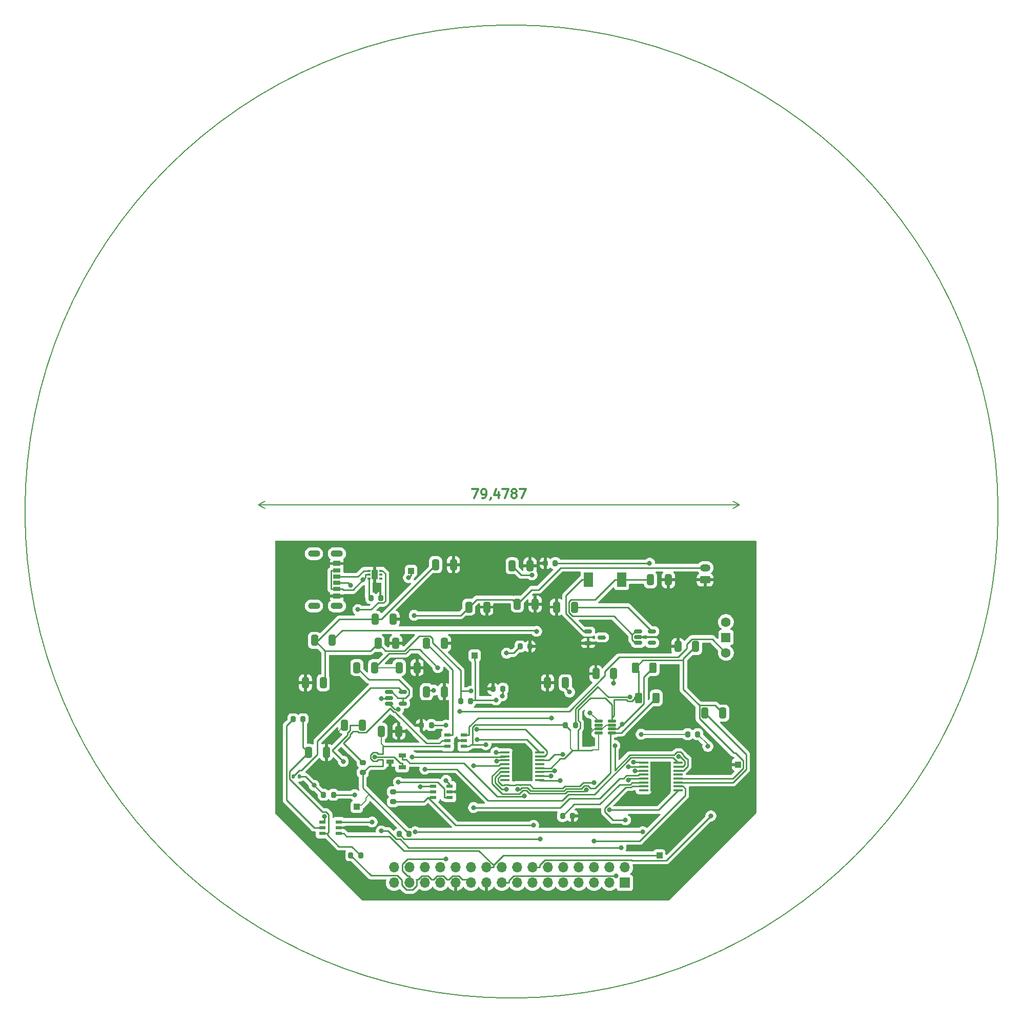
<source format=gbr>
%TF.GenerationSoftware,KiCad,Pcbnew,9.0.0*%
%TF.CreationDate,2025-03-28T13:41:41+02:00*%
%TF.ProjectId,Project Design,50726f6a-6563-4742-9044-657369676e2e,rev?*%
%TF.SameCoordinates,Original*%
%TF.FileFunction,Copper,L1,Top*%
%TF.FilePolarity,Positive*%
%FSLAX46Y46*%
G04 Gerber Fmt 4.6, Leading zero omitted, Abs format (unit mm)*
G04 Created by KiCad (PCBNEW 9.0.0) date 2025-03-28 13:41:41*
%MOMM*%
%LPD*%
G01*
G04 APERTURE LIST*
G04 Aperture macros list*
%AMRoundRect*
0 Rectangle with rounded corners*
0 $1 Rounding radius*
0 $2 $3 $4 $5 $6 $7 $8 $9 X,Y pos of 4 corners*
0 Add a 4 corners polygon primitive as box body*
4,1,4,$2,$3,$4,$5,$6,$7,$8,$9,$2,$3,0*
0 Add four circle primitives for the rounded corners*
1,1,$1+$1,$2,$3*
1,1,$1+$1,$4,$5*
1,1,$1+$1,$6,$7*
1,1,$1+$1,$8,$9*
0 Add four rect primitives between the rounded corners*
20,1,$1+$1,$2,$3,$4,$5,0*
20,1,$1+$1,$4,$5,$6,$7,0*
20,1,$1+$1,$6,$7,$8,$9,0*
20,1,$1+$1,$8,$9,$2,$3,0*%
G04 Aperture macros list end*
%TA.AperFunction,Conductor*%
%ADD10C,0.200000*%
%TD*%
%ADD11C,0.300000*%
%TA.AperFunction,NonConductor*%
%ADD12C,0.300000*%
%TD*%
%TA.AperFunction,NonConductor*%
%ADD13C,0.200000*%
%TD*%
%TA.AperFunction,SMDPad,CuDef*%
%ADD14RoundRect,0.125000X-0.537500X-0.125000X0.537500X-0.125000X0.537500X0.125000X-0.537500X0.125000X0*%
%TD*%
%TA.AperFunction,ComponentPad*%
%ADD15O,2.000000X1.100000*%
%TD*%
%TA.AperFunction,SMDPad,CuDef*%
%ADD16R,1.200000X0.700000*%
%TD*%
%TA.AperFunction,SMDPad,CuDef*%
%ADD17R,1.200000X0.800000*%
%TD*%
%TA.AperFunction,SMDPad,CuDef*%
%ADD18R,1.200000X0.900000*%
%TD*%
%TA.AperFunction,SMDPad,CuDef*%
%ADD19RoundRect,0.250000X-0.325000X-0.650000X0.325000X-0.650000X0.325000X0.650000X-0.325000X0.650000X0*%
%TD*%
%TA.AperFunction,SMDPad,CuDef*%
%ADD20RoundRect,0.200000X-0.200000X-0.275000X0.200000X-0.275000X0.200000X0.275000X-0.200000X0.275000X0*%
%TD*%
%TA.AperFunction,SMDPad,CuDef*%
%ADD21RoundRect,0.250000X0.325000X0.650000X-0.325000X0.650000X-0.325000X-0.650000X0.325000X-0.650000X0*%
%TD*%
%TA.AperFunction,ComponentPad*%
%ADD22C,1.600000*%
%TD*%
%TA.AperFunction,ComponentPad*%
%ADD23R,1.500000X1.500000*%
%TD*%
%TA.AperFunction,SMDPad,CuDef*%
%ADD24RoundRect,0.135000X-0.135000X-0.185000X0.135000X-0.185000X0.135000X0.185000X-0.135000X0.185000X0*%
%TD*%
%TA.AperFunction,SMDPad,CuDef*%
%ADD25R,1.000000X1.600000*%
%TD*%
%TA.AperFunction,SMDPad,CuDef*%
%ADD26R,0.500000X0.350000*%
%TD*%
%TA.AperFunction,SMDPad,CuDef*%
%ADD27R,1.000000X1.000000*%
%TD*%
%TA.AperFunction,ComponentPad*%
%ADD28O,1.750000X1.200000*%
%TD*%
%TA.AperFunction,ComponentPad*%
%ADD29RoundRect,0.250000X0.625000X-0.350000X0.625000X0.350000X-0.625000X0.350000X-0.625000X-0.350000X0*%
%TD*%
%TA.AperFunction,SMDPad,CuDef*%
%ADD30RoundRect,0.150000X-0.512500X-0.150000X0.512500X-0.150000X0.512500X0.150000X-0.512500X0.150000X0*%
%TD*%
%TA.AperFunction,SMDPad,CuDef*%
%ADD31R,1.100000X0.600000*%
%TD*%
%TA.AperFunction,SMDPad,CuDef*%
%ADD32RoundRect,0.100000X-0.687500X-0.100000X0.687500X-0.100000X0.687500X0.100000X-0.687500X0.100000X0*%
%TD*%
%TA.AperFunction,HeatsinkPad*%
%ADD33C,0.500000*%
%TD*%
%TA.AperFunction,HeatsinkPad*%
%ADD34R,3.400000X5.000000*%
%TD*%
%TA.AperFunction,SMDPad,CuDef*%
%ADD35RoundRect,0.250000X-0.312500X-0.625000X0.312500X-0.625000X0.312500X0.625000X-0.312500X0.625000X0*%
%TD*%
%TA.AperFunction,SMDPad,CuDef*%
%ADD36RoundRect,0.200000X0.200000X0.275000X-0.200000X0.275000X-0.200000X-0.275000X0.200000X-0.275000X0*%
%TD*%
%TA.AperFunction,SMDPad,CuDef*%
%ADD37RoundRect,0.200000X-0.275000X0.200000X-0.275000X-0.200000X0.275000X-0.200000X0.275000X0.200000X0*%
%TD*%
%TA.AperFunction,SMDPad,CuDef*%
%ADD38R,1.250000X0.700000*%
%TD*%
%TA.AperFunction,SMDPad,CuDef*%
%ADD39R,1.500000X2.400000*%
%TD*%
%TA.AperFunction,ComponentPad*%
%ADD40R,1.700000X1.700000*%
%TD*%
%TA.AperFunction,ComponentPad*%
%ADD41O,1.700000X1.700000*%
%TD*%
%TA.AperFunction,ViaPad*%
%ADD42C,0.800000*%
%TD*%
%TA.AperFunction,Conductor*%
%ADD43C,0.250000*%
%TD*%
G04 APERTURE END LIST*
D10*
%TO.N,/I2C1_SCL*%
X248442038Y-41707962D02*
G75*
G02*
X87697962Y-41707962I-80372038J0D01*
G01*
X87697962Y-41707962D02*
G75*
G02*
X248442038Y-41707962I80372038J0D01*
G01*
D11*
D12*
X161572068Y-38018328D02*
X162572068Y-38018328D01*
X162572068Y-38018328D02*
X161929211Y-39518328D01*
X163214925Y-39518328D02*
X163500639Y-39518328D01*
X163500639Y-39518328D02*
X163643496Y-39446900D01*
X163643496Y-39446900D02*
X163714925Y-39375471D01*
X163714925Y-39375471D02*
X163857782Y-39161185D01*
X163857782Y-39161185D02*
X163929211Y-38875471D01*
X163929211Y-38875471D02*
X163929211Y-38304042D01*
X163929211Y-38304042D02*
X163857782Y-38161185D01*
X163857782Y-38161185D02*
X163786354Y-38089757D01*
X163786354Y-38089757D02*
X163643496Y-38018328D01*
X163643496Y-38018328D02*
X163357782Y-38018328D01*
X163357782Y-38018328D02*
X163214925Y-38089757D01*
X163214925Y-38089757D02*
X163143496Y-38161185D01*
X163143496Y-38161185D02*
X163072068Y-38304042D01*
X163072068Y-38304042D02*
X163072068Y-38661185D01*
X163072068Y-38661185D02*
X163143496Y-38804042D01*
X163143496Y-38804042D02*
X163214925Y-38875471D01*
X163214925Y-38875471D02*
X163357782Y-38946900D01*
X163357782Y-38946900D02*
X163643496Y-38946900D01*
X163643496Y-38946900D02*
X163786354Y-38875471D01*
X163786354Y-38875471D02*
X163857782Y-38804042D01*
X163857782Y-38804042D02*
X163929211Y-38661185D01*
X164643496Y-39446900D02*
X164643496Y-39518328D01*
X164643496Y-39518328D02*
X164572067Y-39661185D01*
X164572067Y-39661185D02*
X164500639Y-39732614D01*
X165929211Y-38518328D02*
X165929211Y-39518328D01*
X165572068Y-37946900D02*
X165214925Y-39018328D01*
X165214925Y-39018328D02*
X166143496Y-39018328D01*
X166572067Y-38018328D02*
X167572067Y-38018328D01*
X167572067Y-38018328D02*
X166929210Y-39518328D01*
X168357781Y-38661185D02*
X168214924Y-38589757D01*
X168214924Y-38589757D02*
X168143495Y-38518328D01*
X168143495Y-38518328D02*
X168072067Y-38375471D01*
X168072067Y-38375471D02*
X168072067Y-38304042D01*
X168072067Y-38304042D02*
X168143495Y-38161185D01*
X168143495Y-38161185D02*
X168214924Y-38089757D01*
X168214924Y-38089757D02*
X168357781Y-38018328D01*
X168357781Y-38018328D02*
X168643495Y-38018328D01*
X168643495Y-38018328D02*
X168786353Y-38089757D01*
X168786353Y-38089757D02*
X168857781Y-38161185D01*
X168857781Y-38161185D02*
X168929210Y-38304042D01*
X168929210Y-38304042D02*
X168929210Y-38375471D01*
X168929210Y-38375471D02*
X168857781Y-38518328D01*
X168857781Y-38518328D02*
X168786353Y-38589757D01*
X168786353Y-38589757D02*
X168643495Y-38661185D01*
X168643495Y-38661185D02*
X168357781Y-38661185D01*
X168357781Y-38661185D02*
X168214924Y-38732614D01*
X168214924Y-38732614D02*
X168143495Y-38804042D01*
X168143495Y-38804042D02*
X168072067Y-38946900D01*
X168072067Y-38946900D02*
X168072067Y-39232614D01*
X168072067Y-39232614D02*
X168143495Y-39375471D01*
X168143495Y-39375471D02*
X168214924Y-39446900D01*
X168214924Y-39446900D02*
X168357781Y-39518328D01*
X168357781Y-39518328D02*
X168643495Y-39518328D01*
X168643495Y-39518328D02*
X168786353Y-39446900D01*
X168786353Y-39446900D02*
X168857781Y-39375471D01*
X168857781Y-39375471D02*
X168929210Y-39232614D01*
X168929210Y-39232614D02*
X168929210Y-38946900D01*
X168929210Y-38946900D02*
X168857781Y-38804042D01*
X168857781Y-38804042D02*
X168786353Y-38732614D01*
X168786353Y-38732614D02*
X168643495Y-38661185D01*
X169429209Y-38018328D02*
X170429209Y-38018328D01*
X170429209Y-38018328D02*
X169786352Y-39518328D01*
D13*
X126261277Y-40640000D02*
X126261277Y-40640000D01*
X205740000Y-40640000D02*
X205740000Y-40640000D01*
X126261277Y-40640000D02*
X205740000Y-40640000D01*
X126261277Y-40640000D02*
X205740000Y-40640000D01*
X126261277Y-40640000D02*
X127387781Y-40053579D01*
X126261277Y-40640000D02*
X127387781Y-41226421D01*
X205740000Y-40640000D02*
X204613496Y-41226421D01*
X205740000Y-40640000D02*
X204613496Y-40053579D01*
X126261277Y-40640000D02*
X205740000Y-40640000D01*
X126261277Y-40640000D02*
X205740000Y-40640000D01*
X126261277Y-40640000D02*
X127387781Y-40053579D01*
X126261277Y-40640000D02*
X127387781Y-41226421D01*
X205740000Y-40640000D02*
X204613496Y-41226421D01*
X205740000Y-40640000D02*
X204613496Y-40053579D01*
%TD*%
D14*
%TO.P,U11,8,A1*%
%TO.N,/5V*%
X184705000Y-76325000D03*
%TO.P,U11,7,A0*%
%TO.N,GND*%
X184705000Y-76975000D03*
%TO.P,U11,6,SDA*%
%TO.N,/I2C1_SDA*%
X184705000Y-77625000D03*
%TO.P,U11,5,SCL*%
%TO.N,/I2C1_SCL*%
X184705000Y-78275000D03*
%TO.P,U11,4,VS*%
%TO.N,/5V*%
X182430000Y-78275000D03*
%TO.P,U11,3,GND*%
%TO.N,GND*%
X182430000Y-77625000D03*
%TO.P,U11,2,IN-*%
%TO.N,Net-(U11-IN-)*%
X182430000Y-76975000D03*
%TO.P,U11,1,IN+*%
%TO.N,Net-(U11-IN+)*%
X182430000Y-76325000D03*
%TD*%
D15*
%TO.P,USBC1,0,0*%
%TO.N,unconnected-(USBC1-Pad0)_2*%
X139232900Y-48680000D03*
%TO.N,unconnected-(USBC1-Pad0)*%
X135432800Y-48680000D03*
%TO.N,unconnected-(USBC1-Pad0)_3*%
X139232900Y-57320000D03*
%TO.N,unconnected-(USBC1-Pad0)_1*%
X135432800Y-57320000D03*
D16*
%TO.P,USBC1,A5,CC1*%
%TO.N,Net-(U10-CC1)*%
X139231400Y-52500100D03*
D17*
%TO.P,USBC1,A9,VBUS*%
%TO.N,/9V*%
X139232900Y-51480100D03*
D18*
%TO.P,USBC1,A12,GND*%
%TO.N,GND*%
X139233600Y-50300000D03*
D16*
%TO.P,USBC1,B5,CC2*%
%TO.N,Net-(U10-CC2)*%
X139231400Y-53500100D03*
D17*
%TO.P,USBC1,B9,VBUS*%
%TO.N,/9V*%
X139235400Y-54519900D03*
D18*
%TO.P,USBC1,B12,GND*%
%TO.N,GND*%
X139233600Y-55700000D03*
%TD*%
D19*
%TO.P,C3,2*%
%TO.N,GND*%
X158475000Y-50500000D03*
%TO.P,C3,1*%
%TO.N,/5V*%
X155525000Y-50500000D03*
%TD*%
D20*
%TO.P,R12,1*%
%TO.N,/out1*%
X141500000Y-98500000D03*
%TO.P,R12,2*%
%TO.N,Net-(U3-VOUT)*%
X143150000Y-98500000D03*
%TD*%
%TO.P,R_normalcharging1,2*%
%TO.N,Net-(U9-V_{SS})*%
X138650000Y-88500000D03*
%TO.P,R_normalcharging1,1*%
%TO.N,Net-(Q2-D)*%
X137000000Y-88500000D03*
%TD*%
%TO.P,R6,2*%
%TO.N,GND*%
X171150000Y-64000000D03*
%TO.P,R6,1*%
%TO.N,Net-(U2-BISEN)*%
X169500000Y-64000000D03*
%TD*%
D19*
%TO.P,C13,1*%
%TO.N,Net-(U5-VOUT)*%
X146525000Y-78000000D03*
%TO.P,C13,2*%
%TO.N,GND*%
X149475000Y-78000000D03*
%TD*%
D21*
%TO.P,C25,1*%
%TO.N,GND*%
X152475000Y-67500000D03*
%TO.P,C25,2*%
%TO.N,/9V*%
X149525000Y-67500000D03*
%TD*%
%TO.P,C20,1*%
%TO.N,/5V*%
X198500000Y-64000000D03*
%TO.P,C20,2*%
%TO.N,GND*%
X195550000Y-64000000D03*
%TD*%
D22*
%TO.P,SW3,3,A*%
%TO.N,Net-(SW3-A)*%
X203500000Y-65040000D03*
%TO.P,SW3,2,C*%
%TO.N,unconnected-(SW3-C-Pad2)*%
X203500000Y-59960000D03*
D23*
%TO.P,SW3,1,B*%
%TO.N,/Vbat+*%
X203500000Y-62500000D03*
%TD*%
D24*
%TO.P,Rfastcharge1,2*%
%TO.N,Net-(Q2-D)*%
X133020000Y-85500000D03*
%TO.P,Rfastcharge1,1*%
%TO.N,Net-(U9-PROG)*%
X132000000Y-85500000D03*
%TD*%
D25*
%TO.P,U10,7,GND*%
%TO.N,GND*%
X145500000Y-52150000D03*
D26*
%TO.P,U10,6,CC2*%
%TO.N,Net-(U10-CC2)*%
X146500000Y-51500000D03*
%TO.P,U10,5,D-*%
%TO.N,unconnected-(U10-D--Pad5)*%
X146500000Y-52150000D03*
%TO.P,U10,4,D+*%
%TO.N,unconnected-(U10-D+-Pad4)*%
X146500000Y-52800000D03*
%TO.P,U10,3,VSET*%
%TO.N,Net-(U10-VSET)*%
X144500000Y-52800000D03*
%TO.P,U10,2,VUSB*%
%TO.N,/9V*%
X144500000Y-52150000D03*
%TO.P,U10,1,CC1*%
%TO.N,Net-(U10-CC1)*%
X144500000Y-51500000D03*
%TD*%
D27*
%TO.P,TP37,1,1*%
%TO.N,Net-(U5-VOUT)*%
X142500000Y-90500000D03*
%TD*%
D28*
%TO.P,J3,2,Pin_2*%
%TO.N,/Vbat+*%
X200050000Y-51000000D03*
D29*
%TO.P,J3,1,Pin_1*%
%TO.N,GND*%
X200050000Y-53000000D03*
%TD*%
D30*
%TO.P,U13,1,VIN*%
%TO.N,/Vload*%
X189000000Y-61500000D03*
%TO.P,U13,2,GND*%
%TO.N,GND*%
X189000000Y-62450000D03*
%TO.P,U13,3,EN*%
%TO.N,/Vload*%
X189000000Y-63400000D03*
%TO.P,U13,4,NC*%
%TO.N,unconnected-(U13-NC-Pad4)*%
X191275000Y-63400000D03*
%TO.P,U13,5,VOUT*%
%TO.N,Net-(U13-VOUT)*%
X191275000Y-61500000D03*
%TD*%
%TO.P,U9,1,CE*%
%TO.N,Net-(U9-CE)*%
X147862500Y-71550000D03*
%TO.P,U9,2,V_{SS}*%
%TO.N,Net-(U9-V_{SS})*%
X147862500Y-72500000D03*
%TO.P,U9,3,V_{BAT}*%
%TO.N,/Vbat+*%
X147862500Y-73450000D03*
%TO.P,U9,4,V_{DD}*%
%TO.N,Net-(U9-CE)*%
X150137500Y-73450000D03*
%TO.P,U9,5,PROG*%
%TO.N,Net-(U9-PROG)*%
X150137500Y-71550000D03*
%TD*%
%TO.P,U8,1,SW*%
%TO.N,Net-(U8-SW)*%
X180725000Y-61550000D03*
%TO.P,U8,2,GND*%
%TO.N,GND*%
X180725000Y-63450000D03*
%TO.P,U8,3,NC*%
%TO.N,unconnected-(U8-NC-Pad3)*%
X183000000Y-62500000D03*
%TD*%
D31*
%TO.P,U7,1,VIN*%
%TO.N,/Vbat+*%
X157850000Y-88950000D03*
%TO.P,U7,2,GND*%
%TO.N,GND*%
X157850000Y-88000000D03*
%TO.P,U7,3,ON*%
%TO.N,Net-(SW3-A)*%
X157850000Y-87050000D03*
%TO.P,U7,4,CT*%
%TO.N,Net-(U7-CT)*%
X155150000Y-87050000D03*
%TO.P,U7,5,QOD*%
%TO.N,Net-(U7-QOD)*%
X155150000Y-88000000D03*
%TO.P,U7,6,VOUT*%
%TO.N,/V+*%
X155150000Y-88950000D03*
%TD*%
%TO.P,U5,1,VIN*%
%TO.N,/5V*%
X160200000Y-80500000D03*
%TO.P,U5,2,GND*%
%TO.N,GND*%
X160200000Y-79550000D03*
%TO.P,U5,3,ON*%
%TO.N,/ex ctrl2*%
X160200000Y-78600000D03*
%TO.P,U5,4,CT*%
%TO.N,Net-(U5-CT)*%
X157500000Y-78600000D03*
%TO.P,U5,5,QOD*%
%TO.N,Net-(U5-QOD)*%
X157500000Y-79550000D03*
%TO.P,U5,6,VOUT*%
%TO.N,Net-(U5-VOUT)*%
X157500000Y-80500000D03*
%TD*%
%TO.P,U3,1,VIN*%
%TO.N,/5V*%
X139500000Y-94900000D03*
%TO.P,U3,2,GND*%
%TO.N,GND*%
X139500000Y-93950000D03*
%TO.P,U3,3,ON*%
%TO.N,/ex ctrl1*%
X139500000Y-93000000D03*
%TO.P,U3,4,CT*%
%TO.N,Net-(U3-CT)*%
X136800000Y-93000000D03*
%TO.P,U3,5,QOD*%
%TO.N,Net-(U3-QOD)*%
X136800000Y-93950000D03*
%TO.P,U3,6,VOUT*%
%TO.N,Net-(U3-VOUT)*%
X136800000Y-94900000D03*
%TD*%
D32*
%TO.P,U1,1,nSLEEP*%
%TO.N,Net-(U1-nSLEEP)*%
X189887500Y-83225000D03*
%TO.P,U1,2,AOUT1*%
%TO.N,/Mtr1 O1*%
X189887500Y-83875000D03*
%TO.P,U1,3,AISEN*%
%TO.N,Net-(U1-AISEN)*%
X189887500Y-84525000D03*
%TO.P,U1,4,AOUT2*%
%TO.N,/Mtr1 O2*%
X189887500Y-85175000D03*
%TO.P,U1,5,BOUT2*%
%TO.N,/Mtr2 O2*%
X189887500Y-85825000D03*
%TO.P,U1,6,BISEN*%
%TO.N,Net-(U1-BISEN)*%
X189887500Y-86475000D03*
%TO.P,U1,7,BOUT1*%
%TO.N,/Mtr2 O1*%
X189887500Y-87125000D03*
%TO.P,U1,8,nFAULT*%
%TO.N,unconnected-(U1-nFAULT-Pad8)*%
X189887500Y-87775000D03*
%TO.P,U1,9,BIN1*%
%TO.N,/Mtr2 C1*%
X195612500Y-87775000D03*
%TO.P,U1,10,BIN2*%
%TO.N,/Mtr2 C2*%
X195612500Y-87125000D03*
%TO.P,U1,11,VCP*%
%TO.N,Net-(U1-VCP)*%
X195612500Y-86475000D03*
%TO.P,U1,12,VM*%
%TO.N,/5V*%
X195612500Y-85825000D03*
%TO.P,U1,13,GND*%
%TO.N,GND*%
X195612500Y-85175000D03*
%TO.P,U1,14,VINT*%
%TO.N,Net-(U1-VINT)*%
X195612500Y-84525000D03*
%TO.P,U1,15,AIN2*%
%TO.N,/Mtr1 C2*%
X195612500Y-83875000D03*
%TO.P,U1,16,AIN1*%
%TO.N,/Mtr1 C1*%
X195612500Y-83225000D03*
D33*
%TO.P,U1,17,GND(PPAD)*%
%TO.N,GND*%
X192000000Y-84000000D03*
X192000000Y-85500000D03*
X192000000Y-87000000D03*
D34*
X192750000Y-85500000D03*
D33*
X193500000Y-84000000D03*
X193500000Y-85500000D03*
X193500000Y-87000000D03*
%TD*%
D27*
%TO.P,TP30,1,1*%
%TO.N,/5V*%
X192500000Y-98500000D03*
%TD*%
%TO.P,TP26,1,1*%
%TO.N,Net-(U2-nSLEEP)*%
X162000000Y-65500000D03*
%TD*%
D35*
%TO.P,R19,1*%
%TO.N,/5V*%
X188537500Y-67500000D03*
%TO.P,R19,2*%
%TO.N,/I2C1_SDA*%
X191462500Y-67500000D03*
%TD*%
D36*
%TO.P,R18,1,1*%
%TO.N,/V+*%
X198825000Y-78500000D03*
%TO.P,R18,2,2*%
%TO.N,Net-(U11-IN+)*%
X197175000Y-78500000D03*
%TD*%
D20*
%TO.P,R17,1*%
%TO.N,GND*%
X153175000Y-77000000D03*
%TO.P,R17,2*%
%TO.N,Net-(SW3-A)*%
X154825000Y-77000000D03*
%TD*%
D37*
%TO.P,R16,1*%
%TO.N,Net-(U7-QOD)*%
X148500000Y-88000000D03*
%TO.P,R16,2*%
%TO.N,/V+*%
X148500000Y-89650000D03*
%TD*%
D20*
%TO.P,R14,1*%
%TO.N,/out2*%
X149500000Y-95000000D03*
%TO.P,R14,2*%
%TO.N,Net-(U5-VOUT)*%
X151150000Y-95000000D03*
%TD*%
D37*
%TO.P,R13,1*%
%TO.N,Net-(U5-QOD)*%
X143500000Y-83175000D03*
%TO.P,R13,2*%
%TO.N,Net-(U5-VOUT)*%
X143500000Y-84825000D03*
%TD*%
D20*
%TO.P,R11,1*%
%TO.N,Net-(U3-QOD)*%
X132000000Y-76000000D03*
%TO.P,R11,2*%
%TO.N,Net-(U3-VOUT)*%
X133650000Y-76000000D03*
%TD*%
%TO.P,R8,1*%
%TO.N,/5V*%
X159675000Y-73000000D03*
%TO.P,R8,2*%
%TO.N,Net-(U2-nSLEEP)*%
X161325000Y-73000000D03*
%TD*%
%TO.P,R7,1*%
%TO.N,GND*%
X165000000Y-71000000D03*
%TO.P,R7,2*%
%TO.N,Net-(U2-AISEN)*%
X166650000Y-71000000D03*
%TD*%
%TO.P,R5,1*%
%TO.N,/5V*%
X177000000Y-77000000D03*
%TO.P,R5,2*%
%TO.N,Net-(U1-nSLEEP)*%
X178650000Y-77000000D03*
%TD*%
%TO.P,R4,1*%
%TO.N,Net-(U1-BISEN)*%
X176500000Y-92000000D03*
%TO.P,R4,2*%
%TO.N,GND*%
X178150000Y-92000000D03*
%TD*%
%TO.P,R3,1*%
%TO.N,GND*%
X173657500Y-50255000D03*
%TO.P,R3,2*%
%TO.N,Net-(U1-AISEN)*%
X175307500Y-50255000D03*
%TD*%
D35*
%TO.P,R1,1*%
%TO.N,/5V*%
X189037500Y-72500000D03*
%TO.P,R1,2*%
%TO.N,/I2C1_SCL*%
X191962500Y-72500000D03*
%TD*%
D38*
%TO.P,Q2,1,D*%
%TO.N,Net-(Q2-D)*%
X150000000Y-83950000D03*
%TO.P,Q2,2,G*%
%TO.N,/Fast charge CTR*%
X150000000Y-82050000D03*
%TO.P,Q2,3,S*%
%TO.N,GND*%
X148000000Y-83000000D03*
%TD*%
D39*
%TO.P,L1,1,1*%
%TO.N,/Vload*%
X186250000Y-53000000D03*
%TO.P,L1,2,2*%
%TO.N,Net-(U8-SW)*%
X180750000Y-53000000D03*
%TD*%
D19*
%TO.P,C24,1*%
%TO.N,/Vload*%
X191025000Y-53000000D03*
%TO.P,C24,2*%
%TO.N,GND*%
X193975000Y-53000000D03*
%TD*%
D21*
%TO.P,C23,1*%
%TO.N,Net-(U13-VOUT)*%
X178475000Y-57500000D03*
%TO.P,C23,2*%
%TO.N,GND*%
X175525000Y-57500000D03*
%TD*%
D19*
%TO.P,C22,1*%
%TO.N,/Vbat+*%
X169025000Y-57000000D03*
%TO.P,C22,2*%
%TO.N,GND*%
X171975000Y-57000000D03*
%TD*%
%TO.P,C21,1*%
%TO.N,Net-(U9-CE)*%
X142525000Y-67500000D03*
%TO.P,C21,2*%
%TO.N,/9V*%
X145475000Y-67500000D03*
%TD*%
%TO.P,C19,1*%
%TO.N,/V+*%
X168177500Y-50675000D03*
%TO.P,C19,2*%
%TO.N,GND*%
X171127500Y-50675000D03*
%TD*%
%TO.P,C17,1*%
%TO.N,Net-(U7-CT)*%
X154025000Y-71500000D03*
%TO.P,C17,2*%
%TO.N,GND*%
X156975000Y-71500000D03*
%TD*%
%TO.P,C16,1*%
%TO.N,/Vbat+*%
X161025000Y-57500000D03*
%TO.P,C16,2*%
%TO.N,GND*%
X163975000Y-57500000D03*
%TD*%
%TO.P,C12,1*%
%TO.N,Net-(U5-CT)*%
X154025000Y-63500000D03*
%TO.P,C12,2*%
%TO.N,GND*%
X156975000Y-63500000D03*
%TD*%
%TO.P,C11,1*%
%TO.N,/5V*%
X145550000Y-59500000D03*
%TO.P,C11,2*%
%TO.N,GND*%
X148500000Y-59500000D03*
%TD*%
D21*
%TO.P,C10,1*%
%TO.N,Net-(U3-CT)*%
X143450000Y-77000000D03*
%TO.P,C10,2*%
%TO.N,GND*%
X140500000Y-77000000D03*
%TD*%
D19*
%TO.P,C9,1*%
%TO.N,Net-(U3-VOUT)*%
X134525000Y-81500000D03*
%TO.P,C9,2*%
%TO.N,GND*%
X137475000Y-81500000D03*
%TD*%
%TO.P,C8,1*%
%TO.N,/5V*%
X146025000Y-63500000D03*
%TO.P,C8,2*%
%TO.N,GND*%
X148975000Y-63500000D03*
%TD*%
%TO.P,C6,1*%
%TO.N,GND*%
X134025000Y-70000000D03*
%TO.P,C6,2*%
%TO.N,/5V*%
X136975000Y-70000000D03*
%TD*%
%TO.P,C5,1*%
%TO.N,GND*%
X174025000Y-70000000D03*
%TO.P,C5,2*%
%TO.N,Net-(U2-VINT)*%
X176975000Y-70000000D03*
%TD*%
%TO.P,C4,1*%
%TO.N,/5V*%
X135525000Y-63000000D03*
%TO.P,C4,2*%
%TO.N,Net-(U2-VCP)*%
X138475000Y-63000000D03*
%TD*%
%TO.P,C2,1*%
%TO.N,GND*%
X182000000Y-68500000D03*
%TO.P,C2,2*%
%TO.N,Net-(U1-VINT)*%
X184950000Y-68500000D03*
%TD*%
D21*
%TO.P,C1,1*%
%TO.N,/5V*%
X202975000Y-75000000D03*
%TO.P,C1,2*%
%TO.N,Net-(U1-VCP)*%
X200025000Y-75000000D03*
%TD*%
D27*
%TO.P,TP38,1,1*%
%TO.N,/9V*%
X151500000Y-51500000D03*
%TD*%
%TO.P,TP36,1,1*%
%TO.N,Net-(U3-VOUT)*%
X142500000Y-90500000D03*
%TD*%
%TO.P,TP29,1,1*%
%TO.N,GND*%
X205500000Y-83500000D03*
%TD*%
D40*
%TO.P,J1,1,Pin_1*%
%TO.N,/Mtr2 O2*%
X186780000Y-103040000D03*
D41*
%TO.P,J1,2,Pin_2*%
%TO.N,/Mtr2 O1*%
X186780000Y-100500000D03*
%TO.P,J1,3,Pin_3*%
%TO.N,/Mtr4 O1*%
X184240000Y-103040000D03*
%TO.P,J1,4,Pin_4*%
%TO.N,/Mtr2 C1*%
X184240000Y-100500000D03*
%TO.P,J1,5,Pin_5*%
%TO.N,/Mtr4 O2*%
X181700000Y-103040000D03*
%TO.P,J1,6,Pin_6*%
%TO.N,/Mtr2 C2*%
X181700000Y-100500000D03*
%TO.P,J1,7,Pin_7*%
%TO.N,/ex ctrl2*%
X179160000Y-103040000D03*
%TO.P,J1,8,Pin_8*%
%TO.N,/Mtr4 C1*%
X179160000Y-100500000D03*
%TO.P,J1,9,Pin_9*%
%TO.N,/USART2_TX*%
X176620000Y-103040000D03*
%TO.P,J1,10,Pin_10*%
%TO.N,/Mtr4 C2*%
X176620000Y-100500000D03*
%TO.P,J1,11,Pin_11*%
%TO.N,/out2*%
X174080000Y-103040000D03*
%TO.P,J1,12,Pin_12*%
%TO.N,unconnected-(J1-Pin_12-Pad12)*%
X174080000Y-100500000D03*
%TO.P,J1,13,Pin_13*%
%TO.N,/Fast charge CTR*%
X171540000Y-103040000D03*
%TO.P,J1,14,Pin_14*%
%TO.N,/V+*%
X171540000Y-100500000D03*
%TO.P,J1,15,Pin_15*%
%TO.N,unconnected-(J1-Pin_15-Pad15)*%
X169000000Y-103040000D03*
%TO.P,J1,16,Pin_16*%
%TO.N,/I2C1_SCL*%
X169000000Y-100500000D03*
%TO.P,J1,17,Pin_17*%
%TO.N,/I2C1_SDA*%
X166460000Y-103040000D03*
%TO.P,J1,18,Pin_18*%
%TO.N,/3V3*%
X166460000Y-100500000D03*
%TO.P,J1,19,Pin_19*%
%TO.N,GND*%
X163920000Y-103040000D03*
%TO.P,J1,20,Pin_20*%
%TO.N,/5V*%
X163920000Y-100500000D03*
%TO.P,J1,21,Pin_21*%
%TO.N,/out1*%
X161380000Y-103040000D03*
%TO.P,J1,22,Pin_22*%
%TO.N,/9V*%
X161380000Y-100500000D03*
%TO.P,J1,23,Pin_23*%
%TO.N,GND*%
X158840000Y-103040000D03*
%TO.P,J1,24,Pin_24*%
%TO.N,/Mtr3 C1*%
X158840000Y-100500000D03*
%TO.P,J1,25,Pin_25*%
%TO.N,/ex ctrl1*%
X156300000Y-103040000D03*
%TO.P,J1,26,Pin_26*%
%TO.N,/Mtr3 C2*%
X156300000Y-100500000D03*
%TO.P,J1,27,Pin_27*%
%TO.N,/Mtr3 O1*%
X153760000Y-103040000D03*
%TO.P,J1,28,Pin_28*%
%TO.N,/Mtr1 C1*%
X153760000Y-100500000D03*
%TO.P,J1,29,Pin_29*%
%TO.N,/Mtr3 O2*%
X151220000Y-103040000D03*
%TO.P,J1,30,Pin_30*%
%TO.N,/Mtr1 C2*%
X151220000Y-100500000D03*
%TO.P,J1,31,Pin_31*%
%TO.N,/Mtr1 O2*%
X148680000Y-103040000D03*
%TO.P,J1,32,Pin_32*%
%TO.N,/Mtr1 O1*%
X148680000Y-100500000D03*
%TD*%
D32*
%TO.P,U2,1,nSLEEP*%
%TO.N,Net-(U2-nSLEEP)*%
X167000000Y-81500000D03*
%TO.P,U2,2,AOUT1*%
%TO.N,/Mtr3 O1*%
X167000000Y-82150000D03*
%TO.P,U2,3,AISEN*%
%TO.N,Net-(U2-AISEN)*%
X167000000Y-82800000D03*
%TO.P,U2,4,AOUT2*%
%TO.N,/Mtr3 O2*%
X167000000Y-83450000D03*
%TO.P,U2,5,BOUT2*%
%TO.N,/Mtr4 O2*%
X167000000Y-84100000D03*
%TO.P,U2,6,BISEN*%
%TO.N,Net-(U2-BISEN)*%
X167000000Y-84750000D03*
%TO.P,U2,7,BOUT1*%
%TO.N,/Mtr4 O1*%
X167000000Y-85400000D03*
%TO.P,U2,8,nFAULT*%
%TO.N,unconnected-(U2-nFAULT-Pad8)*%
X167000000Y-86050000D03*
%TO.P,U2,9,BIN1*%
%TO.N,/Mtr4 C1*%
X172725000Y-86050000D03*
%TO.P,U2,10,BIN2*%
%TO.N,/Mtr4 C2*%
X172725000Y-85400000D03*
%TO.P,U2,11,VCP*%
%TO.N,Net-(U2-VCP)*%
X172725000Y-84750000D03*
%TO.P,U2,12,VM*%
%TO.N,/5V*%
X172725000Y-84100000D03*
%TO.P,U2,13,GND*%
%TO.N,GND*%
X172725000Y-83450000D03*
%TO.P,U2,14,VINT*%
%TO.N,Net-(U2-VINT)*%
X172725000Y-82800000D03*
%TO.P,U2,15,AIN2*%
%TO.N,/Mtr3 C2*%
X172725000Y-82150000D03*
%TO.P,U2,16,AIN1*%
%TO.N,/Mtr3 C1*%
X172725000Y-81500000D03*
D33*
%TO.P,U2,17,GND(PPAD)*%
%TO.N,GND*%
X169112500Y-82275000D03*
X169112500Y-83775000D03*
X169112500Y-85275000D03*
D34*
X169862500Y-83775000D03*
D33*
X170612500Y-82275000D03*
X170612500Y-83775000D03*
X170612500Y-85275000D03*
%TD*%
D20*
%TO.P,R20,1*%
%TO.N,Net-(U10-VSET)*%
X144850000Y-56000000D03*
%TO.P,R20,2*%
%TO.N,GND*%
X146500000Y-56000000D03*
%TD*%
D42*
%TO.N,Net-(U2-VCP)*%
X172211500Y-61500000D03*
%TO.N,/V+*%
X200500000Y-80500000D03*
X200500000Y-80500000D03*
X201000000Y-92000000D03*
%TO.N,Net-(U11-IN+)*%
X189500000Y-78500000D03*
X181000000Y-75000000D03*
X181000000Y-75000000D03*
%TO.N,Net-(SW3-A)*%
X157259000Y-77000000D03*
X157259000Y-86120500D03*
X159538900Y-74720100D03*
%TO.N,Net-(U10-CC2)*%
X142699400Y-57911000D03*
X141443900Y-53908000D03*
%TO.N,Net-(U2-nSLEEP)*%
X165494600Y-72837600D03*
X165494600Y-81494500D03*
%TO.N,Net-(U1-nSLEEP)*%
X187624847Y-72349847D03*
X188210400Y-83122000D03*
%TO.N,/ex ctrl2*%
X174672100Y-75837900D03*
%TO.N,/ex ctrl1*%
X145036000Y-93000000D03*
%TO.N,/Fast charge CTR*%
X170191900Y-88703600D03*
%TO.N,Net-(Q2-D)*%
X145478700Y-82239700D03*
X135458300Y-86958300D03*
%TO.N,/Mtr3 C1*%
X162373200Y-79354800D03*
%TO.N,/Mtr3 C2*%
X162352000Y-77684100D03*
%TO.N,/Mtr4 C2*%
X174566500Y-85400000D03*
%TO.N,/Mtr4 O2*%
X180407900Y-87697800D03*
%TO.N,/Mtr4 C1*%
X176143900Y-86155000D03*
%TO.N,/Mtr4 O1*%
X181665500Y-86519400D03*
%TO.N,/Mtr3 O2*%
X157202500Y-99135000D03*
X161844700Y-83708200D03*
%TO.N,/Mtr3 O1*%
X151684200Y-82221300D03*
%TO.N,/Mtr1 C2*%
X195679800Y-82164200D03*
X189736900Y-94605900D03*
X152187900Y-94605900D03*
%TO.N,/Mtr1 C1*%
X153760000Y-84260500D03*
%TO.N,/Mtr2 O1*%
X186901700Y-92656200D03*
%TO.N,/Mtr2 O2*%
X187373700Y-86075000D03*
%TO.N,/Mtr2 C2*%
X181700000Y-96150000D03*
%TO.N,/Mtr2 C1*%
X184240000Y-91024700D03*
%TO.N,/Mtr1 O1*%
X146568200Y-94467500D03*
X186175000Y-97207500D03*
X187376700Y-83848800D03*
%TO.N,/Mtr1 O2*%
X161803800Y-90612100D03*
%TO.N,Net-(U9-V_{SS})*%
X142185300Y-88500000D03*
X146539000Y-72610800D03*
%TO.N,/I2C1_SDA*%
X186343600Y-76846300D03*
X185381700Y-101863300D03*
%TO.N,/V+*%
X171465200Y-52180100D03*
X171726900Y-93545100D03*
%TO.N,/out2*%
X172810000Y-95816500D03*
%TO.N,Net-(U2-AISEN)*%
X166511500Y-72175200D03*
X165602300Y-82948000D03*
%TO.N,Net-(U2-BISEN)*%
X167264800Y-65104700D03*
X167264800Y-87595600D03*
%TO.N,Net-(U1-AISEN)*%
X190886400Y-50255000D03*
X188492400Y-84575600D03*
%TO.N,/I2C1_SCL*%
X169101300Y-87568300D03*
%TO.N,/Vbat+*%
X149401300Y-86423300D03*
X149401300Y-74394900D03*
X152001000Y-58857500D03*
%TO.N,Net-(U7-CT)*%
X153021900Y-87171200D03*
X155239500Y-71222600D03*
%TO.N,Net-(U3-CT)*%
X137137500Y-92090500D03*
X140284400Y-82988500D03*
%TO.N,/5V*%
X163835100Y-80230000D03*
X161372800Y-71363300D03*
%TO.N,/9V*%
X155902100Y-67500000D03*
X151051900Y-52626900D03*
X143559200Y-53000200D03*
%TO.N,Net-(U2-VINT)*%
X176506800Y-81810000D03*
X177657000Y-71516500D03*
%TO.N,Net-(U2-VCP)*%
X175141300Y-84534700D03*
%TO.N,Net-(U1-VINT)*%
X185137500Y-80372700D03*
X184950000Y-70034200D03*
%TD*%
D10*
%TO.N,GND*%
X140500000Y-77000000D02*
X139000000Y-78500000D01*
X180500000Y-78892501D02*
X180500000Y-79000000D01*
X181767501Y-77625000D02*
X180500000Y-78892501D01*
X182430000Y-77625000D02*
X181767501Y-77625000D01*
X183698418Y-76975000D02*
X183048418Y-77625000D01*
X183048418Y-77625000D02*
X182430000Y-77625000D01*
X184705000Y-76975000D02*
X183698418Y-76975000D01*
D43*
%TO.N,/5V*%
X188350847Y-72650567D02*
X188350847Y-72350847D01*
X188350847Y-72350847D02*
X188500000Y-72500000D01*
X187925567Y-73075847D02*
X188350847Y-72650567D01*
X187324127Y-73075847D02*
X187925567Y-73075847D01*
X188500000Y-72500000D02*
X189037500Y-72500000D01*
X187049127Y-72800847D02*
X187324127Y-73075847D01*
X185000000Y-72800847D02*
X187049127Y-72800847D01*
X185000000Y-75426400D02*
X185000000Y-72800847D01*
X184705000Y-75721400D02*
X185000000Y-75426400D01*
%TO.N,Net-(U1-nSLEEP)*%
X178650000Y-74305110D02*
X178650000Y-77000000D01*
X184031047Y-72349847D02*
X182318155Y-70636955D01*
X187624847Y-72349847D02*
X184031047Y-72349847D01*
X182318155Y-70636955D02*
X178650000Y-74305110D01*
D10*
%TO.N,/5V*%
X181394200Y-81105800D02*
X182430000Y-81105800D01*
X181324200Y-81175800D02*
X181394200Y-81105800D01*
X182430000Y-78275000D02*
X182430000Y-81105800D01*
D43*
X178175800Y-81175800D02*
X181324200Y-81175800D01*
X184705000Y-73661610D02*
X184705000Y-75721400D01*
X183543390Y-72500000D02*
X184705000Y-73661610D01*
X181092920Y-72500000D02*
X183543390Y-72500000D01*
X179101000Y-74491920D02*
X181092920Y-72500000D01*
X179101000Y-76226582D02*
X179101000Y-74491920D01*
X179376000Y-76501582D02*
X179101000Y-76226582D01*
X179101000Y-77773418D02*
X179376000Y-77498418D01*
X179101000Y-81175800D02*
X179101000Y-77773418D01*
X179376000Y-77498418D02*
X179376000Y-76501582D01*
D10*
X177821800Y-77821800D02*
X177821800Y-80821800D01*
D43*
X176814900Y-82536700D02*
X178175800Y-81175800D01*
D10*
X177821800Y-80821800D02*
X178175800Y-81175800D01*
D43*
%TO.N,/out1*%
X144833400Y-101833400D02*
X141500000Y-98500000D01*
X149950000Y-102609200D02*
X149174200Y-101833400D01*
X149174200Y-101833400D02*
X144833400Y-101833400D01*
X151707116Y-104216000D02*
X150732884Y-104216000D01*
X152396000Y-103527116D02*
X151707116Y-104216000D01*
X152343116Y-102500000D02*
X152396000Y-102552884D01*
X152396000Y-102552884D02*
X152396000Y-103527116D01*
X153272884Y-101864000D02*
X152636884Y-102500000D01*
X150044000Y-103354900D02*
X149950000Y-103448900D01*
X154247116Y-101864000D02*
X153272884Y-101864000D01*
X152636884Y-102500000D02*
X152343116Y-102500000D01*
X155176884Y-102500000D02*
X154883116Y-102500000D01*
X154883116Y-102500000D02*
X154247116Y-101864000D01*
X156787116Y-101864000D02*
X155812884Y-101864000D01*
X155812884Y-101864000D02*
X155176884Y-102500000D01*
X157716884Y-102500000D02*
X157423116Y-102500000D01*
X159327116Y-101864000D02*
X158352884Y-101864000D01*
X160840000Y-102500000D02*
X159963116Y-102500000D01*
X157423116Y-102500000D02*
X156787116Y-101864000D01*
X150044000Y-103527116D02*
X150044000Y-103354900D01*
X161380000Y-103040000D02*
X160840000Y-102500000D01*
X149950000Y-103448900D02*
X149950000Y-102609200D01*
X159963116Y-102500000D02*
X159327116Y-101864000D01*
X158352884Y-101864000D02*
X157716884Y-102500000D01*
X150732884Y-104216000D02*
X150044000Y-103527116D01*
D10*
%TO.N,Net-(U5-VOUT)*%
X146525000Y-80025000D02*
X147000000Y-80500000D01*
X146525000Y-78000000D02*
X146525000Y-80025000D01*
D43*
X147000000Y-80500000D02*
X146848200Y-80500000D01*
%TO.N,Net-(U5-QOD)*%
X141402000Y-78848620D02*
X140287810Y-79962810D01*
X141402000Y-78532324D02*
X141402000Y-78848620D01*
X141852000Y-78082324D02*
X141402000Y-78532324D01*
X141852000Y-78000000D02*
X141852000Y-78082324D01*
X142653486Y-78000000D02*
X141852000Y-78000000D01*
X144020514Y-78226000D02*
X142879486Y-78226000D01*
X148356400Y-74581710D02*
X148010602Y-74235912D01*
X148825580Y-74845900D02*
X148620590Y-74845900D01*
X148010602Y-74235912D02*
X144020514Y-78226000D01*
X149100580Y-75120900D02*
X148825580Y-74845900D01*
X142879486Y-78226000D02*
X142653486Y-78000000D01*
X148620590Y-74845900D02*
X148356400Y-74581710D01*
X140287810Y-79962810D02*
X143500000Y-83175000D01*
X156623300Y-79550000D02*
X156173300Y-80000000D01*
X156173300Y-80000000D02*
X154000000Y-80000000D01*
X157500000Y-79550000D02*
X156623300Y-79550000D01*
X154000000Y-80000000D02*
X149120900Y-75120900D01*
X149120900Y-75120900D02*
X149100580Y-75120900D01*
D10*
%TO.N,/9V*%
X149525000Y-67500000D02*
X145475000Y-67500000D01*
D43*
X150211490Y-65178700D02*
X147796300Y-65178700D01*
X150585110Y-65178700D02*
X150211490Y-65178700D01*
X150849300Y-64914510D02*
X150585110Y-65178700D01*
X147796300Y-65178700D02*
X145475000Y-67500000D01*
X151263810Y-64500000D02*
X150849300Y-64914510D01*
X155902100Y-67500000D02*
X152902100Y-64500000D01*
X152902100Y-64500000D02*
X151263810Y-64500000D01*
%TO.N,Net-(U5-VOUT)*%
X146848200Y-83746300D02*
X144578700Y-83746300D01*
X146054420Y-82690700D02*
X146848200Y-82690700D01*
X146848200Y-82690700D02*
X146848200Y-83746300D01*
X145779420Y-82965700D02*
X146054420Y-82690700D01*
X144578700Y-83746300D02*
X143500000Y-84825000D01*
X144752700Y-82540420D02*
X145177980Y-82965700D01*
X145779420Y-81513700D02*
X145177980Y-81513700D01*
X145177980Y-82965700D02*
X145779420Y-82965700D01*
X145177980Y-81513700D02*
X144752700Y-81938980D01*
X146054420Y-81788700D02*
X145779420Y-81513700D01*
X146848200Y-81788700D02*
X146054420Y-81788700D01*
X146848200Y-80500000D02*
X146848200Y-81788700D01*
X157500000Y-80500000D02*
X147000000Y-80500000D01*
X144752700Y-81938980D02*
X144752700Y-82540420D01*
%TO.N,Net-(U3-CT)*%
X138454355Y-81158455D02*
X140951000Y-78661810D01*
X141401000Y-77000000D02*
X143450000Y-77000000D01*
X141401000Y-77895514D02*
X141401000Y-77000000D01*
X140951000Y-78226000D02*
X141070514Y-78226000D01*
X140951000Y-78661810D02*
X140951000Y-78226000D01*
X141070514Y-78226000D02*
X141401000Y-77895514D01*
X140284400Y-82988500D02*
X138454355Y-81158455D01*
%TO.N,Net-(U9-PROG)*%
X144795000Y-70866500D02*
X136000000Y-79661500D01*
%TO.N,/5V*%
X144767300Y-64757700D02*
X137282700Y-64757700D01*
D10*
%TO.N,/V+*%
X200500000Y-80175000D02*
X200500000Y-80500000D01*
X198825000Y-78500000D02*
X200500000Y-80175000D01*
%TO.N,Net-(U11-IN+)*%
X189500000Y-78500000D02*
X197175000Y-78500000D01*
X181495682Y-75495682D02*
X181000000Y-75000000D01*
X181500000Y-75495682D02*
X181495682Y-75495682D01*
X181600682Y-75495682D02*
X181500000Y-75495682D01*
X182430000Y-76325000D02*
X181600682Y-75495682D01*
D43*
%TO.N,Net-(U1-VINT)*%
X185137500Y-84422590D02*
X185137500Y-80372700D01*
X187636790Y-81923300D02*
X185137500Y-84422590D01*
X194953800Y-81928490D02*
X194948610Y-81923300D01*
X194953800Y-81863480D02*
X194953800Y-81928490D01*
X195980520Y-81438200D02*
X195379080Y-81438200D01*
X196405800Y-81987890D02*
X196405800Y-81863480D01*
X195379080Y-81438200D02*
X194953800Y-81863480D01*
X196917910Y-82500000D02*
X196405800Y-81987890D01*
X197043300Y-82500000D02*
X196917910Y-82500000D01*
X194948610Y-81923300D02*
X187636790Y-81923300D01*
X197178800Y-82635500D02*
X197043300Y-82500000D01*
X196421800Y-84525000D02*
X197178800Y-83768000D01*
X196405800Y-81863480D02*
X195980520Y-81438200D01*
X195612500Y-84525000D02*
X196421800Y-84525000D01*
X197178800Y-83768000D02*
X197178800Y-82635500D01*
D10*
%TO.N,Net-(U5-VOUT)*%
X144000000Y-89500000D02*
X143301000Y-90199000D01*
X143301000Y-90199000D02*
X142500000Y-90199000D01*
X144575000Y-88425000D02*
X144000000Y-89000000D01*
D43*
X144575000Y-88425000D02*
X151150000Y-95000000D01*
D10*
X144000000Y-89000000D02*
X144000000Y-89500000D01*
D43*
%TO.N,Net-(SW3-A)*%
X154825000Y-77000000D02*
X157259000Y-77000000D01*
X157850000Y-86711500D02*
X157259000Y-86120500D01*
X157850000Y-87050000D02*
X157850000Y-86711500D01*
X177597200Y-74720100D02*
X159538900Y-74720100D01*
X183475000Y-68842300D02*
X177597200Y-74720100D01*
X183475000Y-68156100D02*
X183475000Y-68842300D01*
X185863900Y-65767200D02*
X183475000Y-68156100D01*
X195609100Y-65767200D02*
X185863900Y-65767200D01*
X197021200Y-64355100D02*
X195609100Y-65767200D01*
X197021200Y-63623000D02*
X197021200Y-64355100D01*
X197875800Y-62768400D02*
X197021200Y-63623000D01*
X201228400Y-62768400D02*
X197875800Y-62768400D01*
X203500000Y-65040000D02*
X201228400Y-62768400D01*
%TO.N,Net-(U13-VOUT)*%
X187275000Y-57500000D02*
X178475000Y-57500000D01*
X191275000Y-61500000D02*
X187275000Y-57500000D01*
%TO.N,Net-(U10-CC1)*%
X143683700Y-51500000D02*
X144500000Y-51500000D01*
X142683600Y-52500100D02*
X143683700Y-51500000D01*
X139231400Y-52500100D02*
X142683600Y-52500100D01*
%TO.N,Net-(U10-CC2)*%
X144879000Y-57911000D02*
X142699400Y-57911000D01*
X146034400Y-56755600D02*
X144879000Y-57911000D01*
X146034500Y-56755600D02*
X146034400Y-56755600D01*
X146081400Y-56802500D02*
X146034500Y-56755600D01*
X146918700Y-56802500D02*
X146081400Y-56802500D01*
X147231700Y-56489500D02*
X146918700Y-56802500D01*
X147231700Y-51981200D02*
X147231700Y-56489500D01*
X146750500Y-51500000D02*
X147231700Y-51981200D01*
X146500000Y-51500000D02*
X146750500Y-51500000D01*
X141036000Y-53500100D02*
X141443900Y-53908000D01*
X139231400Y-53500100D02*
X141036000Y-53500100D01*
%TO.N,Net-(U10-VSET)*%
X144500000Y-55650000D02*
X144500000Y-52800000D01*
X144850000Y-56000000D02*
X144500000Y-55650000D01*
%TO.N,Net-(U2-nSLEEP)*%
X162000000Y-65500000D02*
X162000000Y-66326700D01*
X166994500Y-81494500D02*
X165494600Y-81494500D01*
X167000000Y-81500000D02*
X166994500Y-81494500D01*
X162099500Y-66426200D02*
X162000000Y-66326700D01*
X162099500Y-72837600D02*
X162099500Y-66426200D01*
X161487400Y-72837600D02*
X162099500Y-72837600D01*
X161325000Y-73000000D02*
X161487400Y-72837600D01*
X162099500Y-72837600D02*
X165494600Y-72837600D01*
%TO.N,Net-(U1-nSLEEP)*%
X189784500Y-83122000D02*
X188210400Y-83122000D01*
X189887500Y-83225000D02*
X189784500Y-83122000D01*
%TO.N,/ex ctrl2*%
X160200000Y-78600000D02*
X161076700Y-78600000D01*
X161076700Y-77293000D02*
X161076700Y-78600000D01*
X162531800Y-75837900D02*
X161076700Y-77293000D01*
X174672100Y-75837900D02*
X162531800Y-75837900D01*
%TO.N,/ex ctrl1*%
X145036000Y-93000000D02*
X139500000Y-93000000D01*
%TO.N,/Fast charge CTR*%
X150000000Y-82050000D02*
X150000000Y-82726700D01*
X170121300Y-88774200D02*
X170191900Y-88703600D01*
X165723600Y-88774200D02*
X170121300Y-88774200D01*
X160217400Y-83268000D02*
X165723600Y-88774200D01*
X151218000Y-83268000D02*
X160217400Y-83268000D01*
X150676700Y-82726700D02*
X151218000Y-83268000D01*
X150000000Y-82726700D02*
X150676700Y-82726700D01*
%TO.N,Net-(Q2-D)*%
X137000000Y-88500000D02*
X135458300Y-86958300D01*
X134000000Y-85500000D02*
X133020000Y-85500000D01*
X135458300Y-86958300D02*
X134000000Y-85500000D01*
X148683700Y-82239700D02*
X145478700Y-82239700D01*
X149717300Y-83273300D02*
X148683700Y-82239700D01*
X150000000Y-83273300D02*
X149717300Y-83273300D01*
X150000000Y-83950000D02*
X150000000Y-83273300D01*
%TO.N,/Mtr3 C1*%
X170579800Y-79354800D02*
X162373200Y-79354800D01*
X172725000Y-81500000D02*
X170579800Y-79354800D01*
%TO.N,/Mtr3 C2*%
X170334100Y-77684100D02*
X162352000Y-77684100D01*
X173887000Y-81237000D02*
X170334100Y-77684100D01*
X173887000Y-81735700D02*
X173887000Y-81237000D01*
X173472700Y-82150000D02*
X173887000Y-81735700D01*
X172725000Y-82150000D02*
X173472700Y-82150000D01*
%TO.N,/Mtr4 C2*%
X172725000Y-85400000D02*
X174566500Y-85400000D01*
%TO.N,/Mtr4 O2*%
X166223500Y-84100000D02*
X167000000Y-84100000D01*
X164886800Y-85436700D02*
X166223500Y-84100000D01*
X164886800Y-86644900D02*
X164886800Y-85436700D01*
X166564200Y-88322300D02*
X164886800Y-86644900D01*
X169375300Y-88322300D02*
X166564200Y-88322300D01*
X169925300Y-87772300D02*
X169375300Y-88322300D01*
X170527100Y-87772300D02*
X169925300Y-87772300D01*
X171059600Y-88304800D02*
X170527100Y-87772300D01*
X176938500Y-88304800D02*
X171059600Y-88304800D01*
X177270400Y-87972900D02*
X176938500Y-88304800D01*
X180132800Y-87972900D02*
X177270400Y-87972900D01*
X180407900Y-87697800D02*
X180132800Y-87972900D01*
%TO.N,/Mtr4 C1*%
X172830000Y-86155000D02*
X176143900Y-86155000D01*
X172725000Y-86050000D02*
X172830000Y-86155000D01*
%TO.N,/Mtr4 O1*%
X166239100Y-85400000D02*
X167000000Y-85400000D01*
X165840400Y-85798700D02*
X166239100Y-85400000D01*
X165840400Y-86318700D02*
X165840400Y-85798700D01*
X166465900Y-86944200D02*
X165840400Y-86318700D01*
X166888600Y-86944200D02*
X166465900Y-86944200D01*
X166963900Y-86868900D02*
X166888600Y-86944200D01*
X167565800Y-86868900D02*
X166963900Y-86868900D01*
X167641100Y-86944200D02*
X167565800Y-86868900D01*
X168697800Y-86944200D02*
X167641100Y-86944200D01*
X168800400Y-86841600D02*
X168697800Y-86944200D01*
X169402300Y-86841600D02*
X168800400Y-86841600D01*
X169490300Y-86929600D02*
X169402300Y-86841600D01*
X169490400Y-86929600D02*
X169490300Y-86929600D01*
X169551100Y-86868900D02*
X169490400Y-86929600D01*
X171122800Y-86868900D02*
X169551100Y-86868900D01*
X171649800Y-87395900D02*
X171122800Y-86868900D01*
X176569800Y-87395900D02*
X171649800Y-87395900D01*
X176896200Y-87069500D02*
X176569800Y-87395900D01*
X179369800Y-87069500D02*
X176896200Y-87069500D01*
X179919900Y-86519400D02*
X179369800Y-87069500D01*
X181665500Y-86519400D02*
X179919900Y-86519400D01*
%TO.N,/Mtr3 O2*%
X151220000Y-103040000D02*
X151220000Y-101863300D01*
X150868800Y-99135000D02*
X157202500Y-99135000D01*
X150043300Y-99960500D02*
X150868800Y-99135000D01*
X150043300Y-101054400D02*
X150043300Y-99960500D01*
X150852200Y-101863300D02*
X150043300Y-101054400D01*
X151220000Y-101863300D02*
X150852200Y-101863300D01*
X165950900Y-83708200D02*
X161844700Y-83708200D01*
X166209100Y-83450000D02*
X165950900Y-83708200D01*
X167000000Y-83450000D02*
X166209100Y-83450000D01*
%TO.N,/Mtr3 O1*%
X166928700Y-82221300D02*
X151684200Y-82221300D01*
X167000000Y-82150000D02*
X166928700Y-82221300D01*
%TO.N,/Mtr1 C2*%
X195944300Y-82164200D02*
X195679800Y-82164200D01*
X196727100Y-82947000D02*
X195944300Y-82164200D01*
X196727100Y-83512700D02*
X196727100Y-82947000D01*
X196364800Y-83875000D02*
X196727100Y-83512700D01*
X195612500Y-83875000D02*
X196364800Y-83875000D01*
X189736900Y-94605900D02*
X152187900Y-94605900D01*
%TO.N,/Mtr1 C1*%
X159025600Y-84260500D02*
X153760000Y-84260500D01*
X164207700Y-89442600D02*
X159025600Y-84260500D01*
X176439600Y-89442600D02*
X164207700Y-89442600D01*
X177457600Y-88424600D02*
X176439600Y-89442600D01*
X181773300Y-88424600D02*
X177457600Y-88424600D01*
X187823600Y-82374300D02*
X181773300Y-88424600D01*
X194761800Y-82374300D02*
X187823600Y-82374300D01*
X195612500Y-83225000D02*
X194761800Y-82374300D01*
%TO.N,/Mtr2 O1*%
X184797400Y-92656200D02*
X186901700Y-92656200D01*
X183489500Y-91348300D02*
X184797400Y-92656200D01*
X183489500Y-90693300D02*
X183489500Y-91348300D01*
X186929400Y-87253400D02*
X183489500Y-90693300D01*
X187861800Y-87253400D02*
X186929400Y-87253400D01*
X187988600Y-87126600D02*
X187861800Y-87253400D01*
X189886000Y-87126600D02*
X187988600Y-87126600D01*
X189886000Y-87126500D02*
X189886000Y-87126600D01*
X189887500Y-87125000D02*
X189886000Y-87126500D01*
%TO.N,/Mtr2 O2*%
X187623700Y-85825000D02*
X189887500Y-85825000D01*
X187373700Y-86075000D02*
X187623700Y-85825000D01*
%TO.N,/Mtr2 C2*%
X196418200Y-87125000D02*
X195612500Y-87125000D01*
X196781700Y-87488500D02*
X196418200Y-87125000D01*
X196781700Y-88588800D02*
X196781700Y-87488500D01*
X189220500Y-96150000D02*
X196781700Y-88588800D01*
X181700000Y-96150000D02*
X189220500Y-96150000D01*
%TO.N,/Mtr2 C1*%
X192362800Y-91024700D02*
X184240000Y-91024700D01*
X195612500Y-87775000D02*
X192362800Y-91024700D01*
%TO.N,/Mtr1 O1*%
X151057700Y-97207500D02*
X186175000Y-97207500D01*
X149658800Y-95808600D02*
X151057700Y-97207500D01*
X149008900Y-95808600D02*
X149658800Y-95808600D01*
X147667800Y-94467500D02*
X149008900Y-95808600D01*
X146568200Y-94467500D02*
X147667800Y-94467500D01*
X189861300Y-83848800D02*
X189887500Y-83875000D01*
X187376700Y-83848800D02*
X189861300Y-83848800D01*
%TO.N,/Mtr1 O2*%
X176133700Y-90612100D02*
X161803800Y-90612100D01*
X177644500Y-89101300D02*
X176133700Y-90612100D01*
X182665000Y-89101300D02*
X177644500Y-89101300D01*
X185941300Y-85825000D02*
X182665000Y-89101300D01*
X186596200Y-85825000D02*
X185941300Y-85825000D01*
X186596200Y-85824900D02*
X186596200Y-85825000D01*
X187072800Y-85348300D02*
X186596200Y-85824900D01*
X188947000Y-85348300D02*
X187072800Y-85348300D01*
X189120300Y-85175000D02*
X188947000Y-85348300D01*
X189887500Y-85175000D02*
X189120300Y-85175000D01*
%TO.N,Net-(U9-V_{SS})*%
X147751700Y-72610800D02*
X147862500Y-72500000D01*
X146539000Y-72610800D02*
X147751700Y-72610800D01*
X138650000Y-88500000D02*
X142185300Y-88500000D01*
%TO.N,Net-(U9-PROG)*%
X133044400Y-84455600D02*
X132000000Y-85500000D01*
X133387300Y-84455600D02*
X133044400Y-84455600D01*
X136000000Y-81842900D02*
X133387300Y-84455600D01*
X136000000Y-79661500D02*
X136000000Y-81842900D01*
X149454000Y-70866500D02*
X144795000Y-70866500D01*
X150137500Y-71550000D02*
X149454000Y-70866500D01*
%TO.N,/I2C1_SDA*%
X166460000Y-103040000D02*
X167636700Y-103040000D01*
X167636700Y-102672200D02*
X167636700Y-103040000D01*
X168445600Y-101863300D02*
X167636700Y-102672200D01*
X185381700Y-101863300D02*
X168445600Y-101863300D01*
X186512900Y-76846300D02*
X186343600Y-76846300D01*
X189927700Y-73431500D02*
X186512900Y-76846300D01*
X189927700Y-69034800D02*
X189927700Y-73431500D01*
X191462500Y-67500000D02*
X189927700Y-69034800D01*
X185564900Y-77625000D02*
X184705000Y-77625000D01*
X186343600Y-76846300D02*
X185564900Y-77625000D01*
%TO.N,/V+*%
X155150000Y-88950000D02*
X154273300Y-88950000D01*
X153573300Y-89650000D02*
X154273300Y-88950000D01*
X148500000Y-89650000D02*
X153573300Y-89650000D01*
X169682600Y-52180100D02*
X171465200Y-52180100D01*
X168177500Y-50675000D02*
X169682600Y-52180100D01*
X193673300Y-99326700D02*
X201000000Y-92000000D01*
X187956700Y-99326700D02*
X193673300Y-99326700D01*
X187868600Y-99238600D02*
X187956700Y-99326700D01*
X173610400Y-99238600D02*
X187868600Y-99238600D01*
X172716700Y-100132300D02*
X173610400Y-99238600D01*
X172716700Y-100500000D02*
X172716700Y-100132300D01*
X171540000Y-100500000D02*
X172716700Y-100500000D01*
X158868400Y-93545100D02*
X154273300Y-88950000D01*
X171726900Y-93545100D02*
X158868400Y-93545100D01*
%TO.N,Net-(U7-QOD)*%
X148500000Y-88000000D02*
X155150000Y-88000000D01*
%TO.N,/out2*%
X150316500Y-95816500D02*
X149500000Y-95000000D01*
X172810000Y-95816500D02*
X150316500Y-95816500D01*
%TO.N,Net-(U3-QOD)*%
X135481000Y-93950000D02*
X136800000Y-93950000D01*
X130919500Y-89388500D02*
X135481000Y-93950000D01*
X130919500Y-77080500D02*
X130919500Y-89388500D01*
X132000000Y-76000000D02*
X130919500Y-77080500D01*
%TO.N,Net-(U2-AISEN)*%
X166650000Y-72036700D02*
X166511500Y-72175200D01*
X166650000Y-71000000D02*
X166650000Y-72036700D01*
X165750300Y-82800000D02*
X165602300Y-82948000D01*
X167000000Y-82800000D02*
X165750300Y-82800000D01*
%TO.N,Net-(U2-BISEN)*%
X168395300Y-65104700D02*
X167264800Y-65104700D01*
X169500000Y-64000000D02*
X168395300Y-65104700D01*
X166478500Y-87595600D02*
X167264800Y-87595600D01*
X165544500Y-86661600D02*
X166478500Y-87595600D01*
X165542300Y-86661600D02*
X165544500Y-86661600D01*
X165338500Y-86457800D02*
X165542300Y-86661600D01*
X165338500Y-85656600D02*
X165338500Y-86457800D01*
X166245100Y-84750000D02*
X165338500Y-85656600D01*
X167000000Y-84750000D02*
X166245100Y-84750000D01*
%TO.N,Net-(U1-BISEN)*%
X189835800Y-86526700D02*
X189887500Y-86475000D01*
X187949700Y-86526700D02*
X189835800Y-86526700D01*
X187674700Y-86801700D02*
X187949700Y-86526700D01*
X185921500Y-86801700D02*
X187674700Y-86801700D01*
X182660900Y-90062300D02*
X185921500Y-86801700D01*
X178437700Y-90062300D02*
X182660900Y-90062300D01*
X176500000Y-92000000D02*
X178437700Y-90062300D01*
%TO.N,Net-(U1-AISEN)*%
X175307500Y-50255000D02*
X190886400Y-50255000D01*
X188543000Y-84525000D02*
X188492400Y-84575600D01*
X189887500Y-84525000D02*
X188543000Y-84525000D01*
%TO.N,/I2C1_SCL*%
X186187500Y-78275000D02*
X191962500Y-72500000D01*
X184705000Y-78275000D02*
X186187500Y-78275000D01*
X169198500Y-87665500D02*
X169101300Y-87568300D01*
X169393300Y-87665500D02*
X169198500Y-87665500D01*
X169738200Y-87320600D02*
X169393300Y-87665500D01*
X170714300Y-87320600D02*
X169738200Y-87320600D01*
X171241300Y-87847600D02*
X170714300Y-87320600D01*
X176756900Y-87847600D02*
X171241300Y-87847600D01*
X177083300Y-87521200D02*
X176756900Y-87847600D01*
X179557000Y-87521200D02*
X177083300Y-87521200D01*
X179681200Y-87397000D02*
X179557000Y-87521200D01*
X179681200Y-87396900D02*
X179681200Y-87397000D01*
X180107000Y-86971100D02*
X179681200Y-87396900D01*
X180708900Y-86971100D02*
X180107000Y-86971100D01*
X181136100Y-87398300D02*
X180708900Y-86971100D01*
X181885200Y-87398300D02*
X181136100Y-87398300D01*
X184410800Y-84872700D02*
X181885200Y-87398300D01*
X184410800Y-78569200D02*
X184410800Y-84872700D01*
X184705000Y-78275000D02*
X184410800Y-78569200D01*
%TO.N,Net-(U8-SW)*%
X180035300Y-61550000D02*
X180725000Y-61550000D01*
X177078800Y-58593500D02*
X180035300Y-61550000D01*
X177078800Y-55594500D02*
X177078800Y-58593500D01*
X179673300Y-53000000D02*
X177078800Y-55594500D01*
X180750000Y-53000000D02*
X179673300Y-53000000D01*
%TO.N,/Vbat+*%
X171404900Y-54620100D02*
X169025000Y-57000000D01*
X172565200Y-54620100D02*
X171404900Y-54620100D01*
X176185300Y-51000000D02*
X172565200Y-54620100D01*
X200050000Y-51000000D02*
X176185300Y-51000000D01*
X168274000Y-56249000D02*
X169025000Y-57000000D01*
X162276000Y-56249000D02*
X168274000Y-56249000D01*
X161025000Y-57500000D02*
X162276000Y-56249000D01*
X148807400Y-74394900D02*
X149401300Y-74394900D01*
X147862500Y-73450000D02*
X148807400Y-74394900D01*
X157850000Y-88950000D02*
X156973300Y-88950000D01*
X156973300Y-87502300D02*
X156973300Y-88950000D01*
X155894300Y-86423300D02*
X156973300Y-87502300D01*
X149401300Y-86423300D02*
X155894300Y-86423300D01*
X159667500Y-58857500D02*
X152001000Y-58857500D01*
X161025000Y-57500000D02*
X159667500Y-58857500D01*
%TO.N,Net-(U9-CE)*%
X150137500Y-73450000D02*
X150137500Y-72520400D01*
X149308400Y-72520400D02*
X150137500Y-72520400D01*
X148338000Y-71550000D02*
X149308400Y-72520400D01*
X147862500Y-71550000D02*
X148338000Y-71550000D01*
X150567600Y-72520400D02*
X150137500Y-72520400D01*
X151145900Y-71942100D02*
X150567600Y-72520400D01*
X151145900Y-71152700D02*
X151145900Y-71942100D01*
X149486600Y-69493400D02*
X151145900Y-71152700D01*
X144518400Y-69493400D02*
X149486600Y-69493400D01*
X142525000Y-67500000D02*
X144518400Y-69493400D01*
%TO.N,Net-(U7-CT)*%
X154302400Y-71222600D02*
X154025000Y-71500000D01*
X155239500Y-71222600D02*
X154302400Y-71222600D01*
X153143100Y-87050000D02*
X153021900Y-87171200D01*
X155150000Y-87050000D02*
X153143100Y-87050000D01*
%TO.N,Net-(U5-VOUT)*%
X143500000Y-87350000D02*
X144575000Y-88425000D01*
X143500000Y-84825000D02*
X143500000Y-87350000D01*
%TO.N,Net-(U5-CT)*%
X157500000Y-78600000D02*
X158376700Y-78600000D01*
X158376700Y-67851700D02*
X158376700Y-78600000D01*
X154025000Y-63500000D02*
X158376700Y-67851700D01*
%TO.N,Net-(U3-CT)*%
X137137500Y-92662500D02*
X137137500Y-92090500D01*
X136800000Y-93000000D02*
X137137500Y-92662500D01*
%TO.N,Net-(U3-VOUT)*%
X136800000Y-94900000D02*
X137563400Y-94900000D01*
X137563400Y-94900000D02*
X137675200Y-94900000D01*
X137675200Y-94900000D02*
X137676700Y-94900000D01*
X133650000Y-80625000D02*
X133650000Y-76000000D01*
X134525000Y-81500000D02*
X133650000Y-80625000D01*
X141692000Y-97042000D02*
X143150000Y-98500000D01*
X139579200Y-97042000D02*
X141692000Y-97042000D01*
X137676700Y-95139500D02*
X139579200Y-97042000D01*
X137676700Y-94900000D02*
X137676700Y-95139500D01*
X137864200Y-94712500D02*
X137676700Y-94900000D01*
X137864200Y-91751400D02*
X137864200Y-94712500D01*
X137438500Y-91325700D02*
X137864200Y-91751400D01*
X136789900Y-91325700D02*
X137438500Y-91325700D01*
X131384800Y-85920600D02*
X136789900Y-91325700D01*
X131384800Y-84640200D02*
X131384800Y-85920600D01*
X134525000Y-81500000D02*
X131384800Y-84640200D01*
%TO.N,/5V*%
X177821800Y-77821800D02*
X177000000Y-77000000D01*
X163920000Y-100500000D02*
X165096700Y-100500000D01*
X137282700Y-69692300D02*
X137282700Y-64757700D01*
X136975000Y-70000000D02*
X137282700Y-69692300D01*
X137282700Y-64757700D02*
X135525000Y-63000000D01*
X184705000Y-75721400D02*
X184705000Y-76325000D01*
X189037500Y-68000000D02*
X188537500Y-67500000D01*
X189037500Y-72500000D02*
X189037500Y-68000000D01*
X160200000Y-80500000D02*
X161076700Y-80500000D01*
X146525000Y-59500000D02*
X155525000Y-50500000D01*
X145550000Y-59500000D02*
X146525000Y-59500000D01*
X192500000Y-98500000D02*
X191673300Y-98500000D01*
X146025000Y-63500000D02*
X144767300Y-64757700D01*
X176111700Y-82536700D02*
X176814900Y-82536700D01*
X174548400Y-84100000D02*
X176111700Y-82536700D01*
X172725000Y-84100000D02*
X174548400Y-84100000D01*
X165096700Y-100500000D02*
X165096700Y-100132200D01*
X166728900Y-98500000D02*
X191673300Y-98500000D01*
X165096700Y-100132200D02*
X166728900Y-98500000D01*
X139663800Y-59500000D02*
X145550000Y-59500000D01*
X136163800Y-63000000D02*
X139663800Y-59500000D01*
X135525000Y-63000000D02*
X136163800Y-63000000D01*
X189765000Y-66272500D02*
X196465800Y-66272500D01*
X188537500Y-67500000D02*
X189765000Y-66272500D01*
X196465800Y-66034200D02*
X196465800Y-66272500D01*
X198500000Y-64000000D02*
X196465800Y-66034200D01*
X161346700Y-80230000D02*
X161593700Y-80230000D01*
X161076700Y-80500000D02*
X161346700Y-80230000D01*
X161593700Y-80230000D02*
X163835100Y-80230000D01*
X162680900Y-97716400D02*
X165096700Y-100132200D01*
X150277900Y-97716400D02*
X162680900Y-97716400D01*
X147913200Y-95351700D02*
X150277900Y-97716400D01*
X140828400Y-95351700D02*
X147913200Y-95351700D01*
X140376700Y-94900000D02*
X140828400Y-95351700D01*
X139500000Y-94900000D02*
X140376700Y-94900000D01*
X161625300Y-80198400D02*
X161593700Y-80230000D01*
X161625300Y-77383200D02*
X161625300Y-80198400D01*
X162051100Y-76957400D02*
X161625300Y-77383200D01*
X176957400Y-76957400D02*
X162051100Y-76957400D01*
X177000000Y-77000000D02*
X176957400Y-76957400D01*
X161372800Y-71363300D02*
X159675000Y-71363300D01*
X159675000Y-67991900D02*
X159675000Y-71363300D01*
X155025600Y-63342500D02*
X159675000Y-67991900D01*
X155025600Y-62708700D02*
X155025600Y-63342500D01*
X154577000Y-62260100D02*
X155025600Y-62708700D01*
X152865900Y-62260100D02*
X154577000Y-62260100D01*
X150398300Y-64727700D02*
X152865900Y-62260100D01*
X147252700Y-64727700D02*
X150398300Y-64727700D01*
X146025000Y-63500000D02*
X147252700Y-64727700D01*
X159675000Y-71363300D02*
X159675000Y-73000000D01*
X204637100Y-85825000D02*
X195612500Y-85825000D01*
X206326700Y-84135400D02*
X204637100Y-85825000D01*
X206326700Y-82864600D02*
X206326700Y-84135400D01*
X205077600Y-81615500D02*
X206326700Y-82864600D01*
X204810600Y-81615500D02*
X205077600Y-81615500D01*
X199102600Y-75907500D02*
X204810600Y-81615500D01*
X199102600Y-73721200D02*
X199102600Y-75907500D01*
X196465800Y-71084400D02*
X199102600Y-73721200D01*
X196465800Y-66272500D02*
X196465800Y-71084400D01*
X201696200Y-73721200D02*
X202975000Y-75000000D01*
X199102600Y-73721200D02*
X201696200Y-73721200D01*
%TO.N,/9V*%
X138304700Y-54515900D02*
X138308700Y-54519900D01*
X138304700Y-51481600D02*
X138304700Y-54515900D01*
X138306200Y-51480100D02*
X138304700Y-51481600D01*
X139232900Y-51480100D02*
X138306200Y-51480100D01*
X139235400Y-54519900D02*
X138308700Y-54519900D01*
X151500000Y-51500000D02*
X151500000Y-52326700D01*
X151352100Y-52326700D02*
X151500000Y-52326700D01*
X151051900Y-52626900D02*
X151352100Y-52326700D01*
X144500000Y-52150000D02*
X143923300Y-52150000D01*
X139235400Y-54519900D02*
X140162100Y-54519900D01*
X141873300Y-54686100D02*
X143559200Y-53000200D01*
X140328300Y-54686100D02*
X141873300Y-54686100D01*
X140162100Y-54519900D02*
X140328300Y-54686100D01*
X143923300Y-52636100D02*
X143923300Y-52150000D01*
X143559200Y-53000200D02*
X143923300Y-52636100D01*
%TO.N,Net-(U2-VINT)*%
X175202800Y-81810000D02*
X176506800Y-81810000D01*
X174212800Y-82800000D02*
X175202800Y-81810000D01*
X172725000Y-82800000D02*
X174212800Y-82800000D01*
X176975000Y-70834500D02*
X176975000Y-70000000D01*
X177657000Y-71516500D02*
X176975000Y-70834500D01*
%TO.N,Net-(U2-VCP)*%
X172847900Y-84627100D02*
X172725000Y-84750000D01*
X175048900Y-84627100D02*
X172847900Y-84627100D01*
X175141300Y-84534700D02*
X175048900Y-84627100D01*
X140138500Y-61336500D02*
X172211500Y-61336500D01*
X138475000Y-63000000D02*
X140138500Y-61336500D01*
%TO.N,Net-(U1-VINT)*%
X184950000Y-70034200D02*
X184950000Y-68500000D01*
%TO.N,/Vload*%
X191025000Y-53000000D02*
X186250000Y-53000000D01*
X186250000Y-53000000D02*
X185173300Y-53000000D01*
X188006800Y-62910700D02*
X188006800Y-62025400D01*
X188496100Y-63400000D02*
X188006800Y-62910700D01*
X189000000Y-63400000D02*
X188496100Y-63400000D01*
X188532200Y-61500000D02*
X189000000Y-61500000D01*
X188006800Y-62025400D02*
X188532200Y-61500000D01*
X181912200Y-56261100D02*
X185173300Y-53000000D01*
X177910600Y-56261100D02*
X181912200Y-56261100D01*
X177537500Y-56634200D02*
X177910600Y-56261100D01*
X177537500Y-58413400D02*
X177537500Y-56634200D01*
X178110700Y-58986600D02*
X177537500Y-58413400D01*
X184968000Y-58986600D02*
X178110700Y-58986600D01*
X188006800Y-62025400D02*
X184968000Y-58986600D01*
%TO.N,Net-(U1-VCP)*%
X206825800Y-81800800D02*
X200025000Y-75000000D01*
X206825800Y-84332400D02*
X206825800Y-81800800D01*
X204683200Y-86475000D02*
X206825800Y-84332400D01*
X195612500Y-86475000D02*
X204683200Y-86475000D01*
%TD*%
%TA.AperFunction,Conductor*%
%TO.N,GND*%
G36*
X133756587Y-86145185D02*
G01*
X133777229Y-86161819D01*
X134521481Y-86906071D01*
X134554966Y-86967394D01*
X134557800Y-86993752D01*
X134557800Y-87046995D01*
X134592403Y-87220958D01*
X134592406Y-87220967D01*
X134660283Y-87384840D01*
X134660290Y-87384853D01*
X134758835Y-87532334D01*
X134758838Y-87532338D01*
X134884261Y-87657761D01*
X134884265Y-87657764D01*
X135031746Y-87756309D01*
X135031759Y-87756316D01*
X135146688Y-87803920D01*
X135195634Y-87824194D01*
X135195636Y-87824194D01*
X135195641Y-87824196D01*
X135369604Y-87858799D01*
X135369607Y-87858800D01*
X135369609Y-87858800D01*
X135422848Y-87858800D01*
X135489887Y-87878485D01*
X135510529Y-87895119D01*
X136063181Y-88447771D01*
X136096666Y-88509094D01*
X136099500Y-88535452D01*
X136099500Y-88831613D01*
X136105913Y-88902192D01*
X136105913Y-88902194D01*
X136105914Y-88902196D01*
X136156522Y-89064606D01*
X136241184Y-89204654D01*
X136244530Y-89210188D01*
X136364811Y-89330469D01*
X136364813Y-89330470D01*
X136364815Y-89330472D01*
X136510394Y-89418478D01*
X136672804Y-89469086D01*
X136743384Y-89475500D01*
X136743387Y-89475500D01*
X137256613Y-89475500D01*
X137256616Y-89475500D01*
X137327196Y-89469086D01*
X137489606Y-89418478D01*
X137635185Y-89330472D01*
X137678074Y-89287583D01*
X137737319Y-89228339D01*
X137798642Y-89194854D01*
X137868334Y-89199838D01*
X137912681Y-89228339D01*
X138014811Y-89330469D01*
X138014813Y-89330470D01*
X138014815Y-89330472D01*
X138160394Y-89418478D01*
X138322804Y-89469086D01*
X138393384Y-89475500D01*
X138393387Y-89475500D01*
X138906613Y-89475500D01*
X138906616Y-89475500D01*
X138977196Y-89469086D01*
X139139606Y-89418478D01*
X139285185Y-89330472D01*
X139405472Y-89210185D01*
X139420486Y-89185349D01*
X139472014Y-89138162D01*
X139526602Y-89125500D01*
X141485939Y-89125500D01*
X141552978Y-89145185D01*
X141573621Y-89161820D01*
X141611261Y-89199461D01*
X141611265Y-89199464D01*
X141758746Y-89298009D01*
X141758753Y-89298013D01*
X141795058Y-89313050D01*
X141849461Y-89356891D01*
X141871527Y-89423185D01*
X141854249Y-89490884D01*
X141803112Y-89538495D01*
X141790941Y-89543793D01*
X141757673Y-89556201D01*
X141757664Y-89556206D01*
X141642455Y-89642452D01*
X141642452Y-89642455D01*
X141556206Y-89757664D01*
X141556202Y-89757671D01*
X141505908Y-89892517D01*
X141499501Y-89952116D01*
X141499500Y-89952135D01*
X141499500Y-91047870D01*
X141499501Y-91047876D01*
X141505908Y-91107483D01*
X141556202Y-91242328D01*
X141556206Y-91242335D01*
X141642452Y-91357544D01*
X141642455Y-91357547D01*
X141757664Y-91443793D01*
X141757671Y-91443797D01*
X141892517Y-91494091D01*
X141892516Y-91494091D01*
X141899444Y-91494835D01*
X141952127Y-91500500D01*
X143047872Y-91500499D01*
X143107483Y-91494091D01*
X143242331Y-91443796D01*
X143357546Y-91357546D01*
X143443796Y-91242331D01*
X143494091Y-91107483D01*
X143500500Y-91047873D01*
X143500499Y-90848808D01*
X143503880Y-90837292D01*
X143502739Y-90825345D01*
X143513541Y-90804389D01*
X143520183Y-90781769D01*
X143530053Y-90772357D01*
X143534753Y-90763241D01*
X143562495Y-90741423D01*
X143594752Y-90722800D01*
X143669716Y-90679520D01*
X143781520Y-90567716D01*
X143781520Y-90567714D01*
X143791724Y-90557511D01*
X143791728Y-90557506D01*
X144368713Y-89980521D01*
X144368716Y-89980520D01*
X144480520Y-89868716D01*
X144530639Y-89781904D01*
X144559577Y-89731785D01*
X144597807Y-89589107D01*
X144599546Y-89584268D01*
X144617227Y-89560043D01*
X144632833Y-89534442D01*
X144637608Y-89532122D01*
X144640739Y-89527833D01*
X144668707Y-89517014D01*
X144695679Y-89503912D01*
X144700951Y-89504542D01*
X144705903Y-89502627D01*
X144735275Y-89508645D01*
X144765055Y-89512206D01*
X144770441Y-89515851D01*
X144774351Y-89516653D01*
X144780515Y-89522670D01*
X144803924Y-89538514D01*
X149121935Y-93856525D01*
X149155420Y-93917848D01*
X149150436Y-93987540D01*
X149108564Y-94043473D01*
X149071145Y-94062591D01*
X149010396Y-94081521D01*
X149010394Y-94081521D01*
X149010394Y-94081522D01*
X148980655Y-94099500D01*
X148864811Y-94169530D01*
X148744531Y-94289810D01*
X148744528Y-94289814D01*
X148687073Y-94384856D01*
X148635545Y-94432043D01*
X148566686Y-94443881D01*
X148502357Y-94416612D01*
X148493276Y-94408386D01*
X148161586Y-94076696D01*
X148153660Y-94068770D01*
X148153658Y-94068767D01*
X148066533Y-93981642D01*
X147992718Y-93932320D01*
X147986803Y-93928367D01*
X147986800Y-93928365D01*
X147964085Y-93913187D01*
X147922661Y-93896029D01*
X147876504Y-93876911D01*
X147850252Y-93866037D01*
X147789829Y-93854018D01*
X147785586Y-93853174D01*
X147729410Y-93842000D01*
X147729407Y-93842000D01*
X147729406Y-93842000D01*
X147267561Y-93842000D01*
X147200522Y-93822315D01*
X147179879Y-93805680D01*
X147142238Y-93768038D01*
X147142234Y-93768035D01*
X146994753Y-93669490D01*
X146994740Y-93669483D01*
X146830867Y-93601606D01*
X146830858Y-93601603D01*
X146656894Y-93567000D01*
X146656891Y-93567000D01*
X146479509Y-93567000D01*
X146479506Y-93567000D01*
X146305541Y-93601603D01*
X146305532Y-93601606D01*
X146141659Y-93669483D01*
X146141646Y-93669490D01*
X145994165Y-93768035D01*
X145994161Y-93768038D01*
X145868738Y-93893461D01*
X145868735Y-93893465D01*
X145770190Y-94040946D01*
X145770183Y-94040959D01*
X145702306Y-94204832D01*
X145702303Y-94204841D01*
X145667700Y-94378804D01*
X145667700Y-94556190D01*
X145672040Y-94578010D01*
X145665812Y-94647601D01*
X145622948Y-94702778D01*
X145557058Y-94726022D01*
X145550422Y-94726200D01*
X141138852Y-94726200D01*
X141071813Y-94706515D01*
X141051171Y-94689881D01*
X140870094Y-94508804D01*
X140862560Y-94501270D01*
X140862558Y-94501267D01*
X140775433Y-94414142D01*
X140716105Y-94374500D01*
X140690916Y-94357669D01*
X140672983Y-94345686D01*
X140626547Y-94326452D01*
X140572144Y-94282611D01*
X140550079Y-94216317D01*
X140550000Y-94211891D01*
X140550000Y-94200000D01*
X140392107Y-94200000D01*
X140325068Y-94180315D01*
X140317796Y-94175267D01*
X140292331Y-94156204D01*
X140292328Y-94156202D01*
X140157482Y-94105908D01*
X140157483Y-94105908D01*
X140097883Y-94099501D01*
X140097881Y-94099500D01*
X140097873Y-94099500D01*
X140097865Y-94099500D01*
X139624000Y-94099500D01*
X139615314Y-94096949D01*
X139606353Y-94098238D01*
X139582312Y-94087259D01*
X139556961Y-94079815D01*
X139551033Y-94072974D01*
X139542797Y-94069213D01*
X139528507Y-94046978D01*
X139511206Y-94027011D01*
X139508918Y-94016496D01*
X139505023Y-94010435D01*
X139500000Y-93975500D01*
X139500000Y-93924499D01*
X139519685Y-93857460D01*
X139572489Y-93811705D01*
X139623998Y-93800499D01*
X140097872Y-93800499D01*
X140157483Y-93794091D01*
X140292331Y-93743796D01*
X140317796Y-93724733D01*
X140383261Y-93700316D01*
X140392107Y-93700000D01*
X140550000Y-93700000D01*
X140586319Y-93663681D01*
X140588658Y-93666020D01*
X140622489Y-93636706D01*
X140674000Y-93625500D01*
X144336639Y-93625500D01*
X144403678Y-93645185D01*
X144424321Y-93661820D01*
X144461961Y-93699461D01*
X144461965Y-93699464D01*
X144609446Y-93798009D01*
X144609459Y-93798016D01*
X144707809Y-93838753D01*
X144773334Y-93865894D01*
X144773336Y-93865894D01*
X144773341Y-93865896D01*
X144947304Y-93900499D01*
X144947307Y-93900500D01*
X144947309Y-93900500D01*
X145124693Y-93900500D01*
X145124694Y-93900499D01*
X145182682Y-93888964D01*
X145298658Y-93865896D01*
X145298661Y-93865894D01*
X145298666Y-93865894D01*
X145462547Y-93798013D01*
X145610035Y-93699464D01*
X145735464Y-93574035D01*
X145834013Y-93426547D01*
X145901894Y-93262666D01*
X145902890Y-93257663D01*
X145936499Y-93088695D01*
X145936500Y-93088693D01*
X145936500Y-92911306D01*
X145936499Y-92911304D01*
X145901896Y-92737341D01*
X145901893Y-92737332D01*
X145898021Y-92727985D01*
X145866604Y-92652135D01*
X145834016Y-92573459D01*
X145834009Y-92573446D01*
X145735464Y-92425965D01*
X145735461Y-92425961D01*
X145610038Y-92300538D01*
X145610034Y-92300535D01*
X145462553Y-92201990D01*
X145462540Y-92201983D01*
X145298667Y-92134106D01*
X145298658Y-92134103D01*
X145124694Y-92099500D01*
X145124691Y-92099500D01*
X144947309Y-92099500D01*
X144947306Y-92099500D01*
X144773341Y-92134103D01*
X144773332Y-92134106D01*
X144609459Y-92201983D01*
X144609446Y-92201990D01*
X144461965Y-92300535D01*
X144461961Y-92300538D01*
X144424321Y-92338180D01*
X144362999Y-92371666D01*
X144336639Y-92374500D01*
X140490954Y-92374500D01*
X140423915Y-92354815D01*
X140414842Y-92347504D01*
X140414645Y-92347768D01*
X140292335Y-92256206D01*
X140292328Y-92256202D01*
X140157482Y-92205908D01*
X140157483Y-92205908D01*
X140097883Y-92199501D01*
X140097881Y-92199500D01*
X140097873Y-92199500D01*
X140097864Y-92199500D01*
X138902129Y-92199500D01*
X138902123Y-92199501D01*
X138842516Y-92205908D01*
X138707671Y-92256202D01*
X138707669Y-92256204D01*
X138688011Y-92270920D01*
X138622547Y-92295337D01*
X138554274Y-92280485D01*
X138504868Y-92231080D01*
X138489700Y-92171653D01*
X138489700Y-91689793D01*
X138489699Y-91689789D01*
X138481887Y-91650516D01*
X138465663Y-91568948D01*
X138441477Y-91510558D01*
X138437311Y-91500500D01*
X138418515Y-91455121D01*
X138418508Y-91455108D01*
X138350058Y-91352667D01*
X138350055Y-91352663D01*
X137934801Y-90937411D01*
X137924359Y-90926969D01*
X137924358Y-90926967D01*
X137837233Y-90839842D01*
X137769452Y-90794552D01*
X137763287Y-90790432D01*
X137763283Y-90790429D01*
X137734790Y-90771390D01*
X137734786Y-90771388D01*
X137715117Y-90763241D01*
X137654292Y-90738047D01*
X137620952Y-90724237D01*
X137560529Y-90712218D01*
X137555806Y-90711278D01*
X137555804Y-90711278D01*
X137500110Y-90700200D01*
X137500107Y-90700200D01*
X137500106Y-90700200D01*
X137100353Y-90700200D01*
X137033314Y-90680515D01*
X137012672Y-90663881D01*
X134950914Y-88602123D01*
X132880969Y-86532179D01*
X132847485Y-86470857D01*
X132852469Y-86401165D01*
X132894341Y-86345232D01*
X132959805Y-86320815D01*
X132968633Y-86320499D01*
X133219180Y-86320499D01*
X133255204Y-86317665D01*
X133409393Y-86272869D01*
X133547598Y-86191135D01*
X133561157Y-86177576D01*
X133576915Y-86161819D01*
X133603842Y-86147115D01*
X133629661Y-86130523D01*
X133635861Y-86129631D01*
X133638238Y-86128334D01*
X133664596Y-86125500D01*
X133689548Y-86125500D01*
X133756587Y-86145185D01*
G37*
%TD.AperFunction*%
%TA.AperFunction,Conductor*%
G36*
X148193039Y-83019685D02*
G01*
X148238794Y-83072489D01*
X148250000Y-83124000D01*
X148250000Y-83850000D01*
X148672828Y-83850000D01*
X148672839Y-83849999D01*
X148737242Y-83843074D01*
X148806002Y-83855478D01*
X148857140Y-83903087D01*
X148874500Y-83966363D01*
X148874500Y-84347869D01*
X148874501Y-84347876D01*
X148880908Y-84407483D01*
X148931202Y-84542328D01*
X148931206Y-84542335D01*
X149017452Y-84657544D01*
X149017455Y-84657547D01*
X149132664Y-84743793D01*
X149132671Y-84743797D01*
X149267517Y-84794091D01*
X149267516Y-84794091D01*
X149274444Y-84794835D01*
X149327127Y-84800500D01*
X150672872Y-84800499D01*
X150732483Y-84794091D01*
X150867331Y-84743796D01*
X150982546Y-84657546D01*
X151068796Y-84542331D01*
X151119091Y-84407483D01*
X151125500Y-84347873D01*
X151125499Y-84017499D01*
X151145183Y-83950461D01*
X151197987Y-83904706D01*
X151249499Y-83893500D01*
X152763765Y-83893500D01*
X152830804Y-83913185D01*
X152876559Y-83965989D01*
X152886503Y-84035147D01*
X152885382Y-84041692D01*
X152859500Y-84171806D01*
X152859500Y-84349195D01*
X152894103Y-84523158D01*
X152894106Y-84523167D01*
X152961983Y-84687040D01*
X152961990Y-84687053D01*
X153060535Y-84834534D01*
X153060538Y-84834538D01*
X153185961Y-84959961D01*
X153185965Y-84959964D01*
X153333446Y-85058509D01*
X153333459Y-85058516D01*
X153435223Y-85100667D01*
X153497334Y-85126394D01*
X153497336Y-85126394D01*
X153497341Y-85126396D01*
X153671304Y-85160999D01*
X153671307Y-85161000D01*
X153671309Y-85161000D01*
X153848693Y-85161000D01*
X153848694Y-85160999D01*
X153906682Y-85149464D01*
X154022658Y-85126396D01*
X154022661Y-85126394D01*
X154022666Y-85126394D01*
X154186547Y-85058513D01*
X154334035Y-84959964D01*
X154371679Y-84922320D01*
X154433001Y-84888834D01*
X154459361Y-84886000D01*
X158715148Y-84886000D01*
X158782187Y-84905685D01*
X158802829Y-84922319D01*
X163655429Y-89774919D01*
X163688914Y-89836242D01*
X163683930Y-89905934D01*
X163642058Y-89961867D01*
X163576594Y-89986284D01*
X163567748Y-89986600D01*
X162503161Y-89986600D01*
X162436122Y-89966915D01*
X162415479Y-89950280D01*
X162377838Y-89912638D01*
X162377834Y-89912635D01*
X162230353Y-89814090D01*
X162230340Y-89814083D01*
X162066467Y-89746206D01*
X162066458Y-89746203D01*
X161892494Y-89711600D01*
X161892491Y-89711600D01*
X161715109Y-89711600D01*
X161715106Y-89711600D01*
X161541141Y-89746203D01*
X161541132Y-89746206D01*
X161377259Y-89814083D01*
X161377246Y-89814090D01*
X161229765Y-89912635D01*
X161229761Y-89912638D01*
X161104338Y-90038061D01*
X161104335Y-90038065D01*
X161005790Y-90185546D01*
X161005783Y-90185559D01*
X160937906Y-90349432D01*
X160937903Y-90349441D01*
X160903300Y-90523404D01*
X160903300Y-90700795D01*
X160937903Y-90874758D01*
X160937906Y-90874767D01*
X161005783Y-91038640D01*
X161005790Y-91038653D01*
X161104335Y-91186134D01*
X161104338Y-91186138D01*
X161229761Y-91311561D01*
X161229765Y-91311564D01*
X161377246Y-91410109D01*
X161377259Y-91410116D01*
X161485913Y-91455121D01*
X161541134Y-91477994D01*
X161541136Y-91477994D01*
X161541141Y-91477996D01*
X161715104Y-91512599D01*
X161715107Y-91512600D01*
X161715109Y-91512600D01*
X161892493Y-91512600D01*
X161892494Y-91512599D01*
X161953326Y-91500499D01*
X162066458Y-91477996D01*
X162066461Y-91477994D01*
X162066466Y-91477994D01*
X162230347Y-91410113D01*
X162377835Y-91311564D01*
X162415479Y-91273920D01*
X162476801Y-91240434D01*
X162503161Y-91237600D01*
X175556235Y-91237600D01*
X175623274Y-91257285D01*
X175669029Y-91310089D01*
X175678973Y-91379247D01*
X175662353Y-91425748D01*
X175662222Y-91425965D01*
X175656522Y-91435394D01*
X175626808Y-91530751D01*
X175605913Y-91597807D01*
X175599500Y-91668386D01*
X175599500Y-92331613D01*
X175605913Y-92402192D01*
X175605913Y-92402194D01*
X175605914Y-92402196D01*
X175656522Y-92564606D01*
X175738058Y-92699483D01*
X175744530Y-92710188D01*
X175864811Y-92830469D01*
X175864813Y-92830470D01*
X175864815Y-92830472D01*
X176010394Y-92918478D01*
X176172804Y-92969086D01*
X176243384Y-92975500D01*
X176243387Y-92975500D01*
X176756613Y-92975500D01*
X176756616Y-92975500D01*
X176827196Y-92969086D01*
X176989606Y-92918478D01*
X177135185Y-92830472D01*
X177237673Y-92727983D01*
X177298994Y-92694499D01*
X177368685Y-92699483D01*
X177413034Y-92727984D01*
X177515122Y-92830072D01*
X177660604Y-92918019D01*
X177660603Y-92918019D01*
X177822894Y-92968590D01*
X177822893Y-92968590D01*
X177893408Y-92974998D01*
X177893426Y-92974999D01*
X178400000Y-92974999D01*
X178406581Y-92974999D01*
X178477102Y-92968591D01*
X178477107Y-92968590D01*
X178639396Y-92918018D01*
X178784877Y-92830072D01*
X178905072Y-92709877D01*
X178993019Y-92564395D01*
X179043590Y-92402106D01*
X179050000Y-92331572D01*
X179050000Y-92250000D01*
X178400000Y-92250000D01*
X178400000Y-92974999D01*
X177893426Y-92974999D01*
X177899999Y-92974998D01*
X177900000Y-92974998D01*
X177900000Y-92124000D01*
X177919685Y-92056961D01*
X177972489Y-92011206D01*
X178024000Y-92000000D01*
X178150000Y-92000000D01*
X178150000Y-91874000D01*
X178169685Y-91806961D01*
X178222489Y-91761206D01*
X178274000Y-91750000D01*
X179049999Y-91750000D01*
X179049999Y-91668417D01*
X179043591Y-91597897D01*
X179043590Y-91597892D01*
X178993018Y-91435603D01*
X178905072Y-91290122D01*
X178784877Y-91169927D01*
X178639395Y-91081980D01*
X178639396Y-91081980D01*
X178578456Y-91062991D01*
X178575526Y-91061039D01*
X178572012Y-91060788D01*
X178546659Y-91041808D01*
X178520308Y-91024254D01*
X178518897Y-91021026D01*
X178516079Y-91018916D01*
X178505014Y-90989251D01*
X178492334Y-90960229D01*
X178492892Y-90956751D01*
X178491662Y-90953452D01*
X178498393Y-90922507D01*
X178503416Y-90891243D01*
X178505986Y-90887605D01*
X178506514Y-90885179D01*
X178527659Y-90856931D01*
X178660474Y-90724116D01*
X178721795Y-90690634D01*
X178748153Y-90687800D01*
X182722505Y-90687800D01*
X182722507Y-90687800D01*
X182722508Y-90687799D01*
X182727845Y-90687274D01*
X182796491Y-90700292D01*
X182847202Y-90748357D01*
X182864000Y-90810677D01*
X182864000Y-91409907D01*
X182867194Y-91425966D01*
X182867193Y-91425966D01*
X182884425Y-91512597D01*
X182884426Y-91512600D01*
X182888037Y-91530751D01*
X182935188Y-91644586D01*
X182950960Y-91668189D01*
X183003642Y-91747033D01*
X183090767Y-91834158D01*
X183090770Y-91834160D01*
X183098817Y-91842207D01*
X184308416Y-93051806D01*
X184308445Y-93051837D01*
X184398664Y-93142056D01*
X184398667Y-93142058D01*
X184459121Y-93182452D01*
X184501115Y-93210512D01*
X184567797Y-93238132D01*
X184572601Y-93240122D01*
X184572609Y-93240126D01*
X184610010Y-93255617D01*
X184614948Y-93257663D01*
X184675371Y-93269681D01*
X184735793Y-93281700D01*
X184735794Y-93281700D01*
X186202339Y-93281700D01*
X186269378Y-93301385D01*
X186290021Y-93318020D01*
X186327661Y-93355661D01*
X186327665Y-93355664D01*
X186475146Y-93454209D01*
X186475159Y-93454216D01*
X186581061Y-93498081D01*
X186639034Y-93522094D01*
X186639036Y-93522094D01*
X186639041Y-93522096D01*
X186813004Y-93556699D01*
X186813007Y-93556700D01*
X186813009Y-93556700D01*
X186990393Y-93556700D01*
X186990394Y-93556699D01*
X187048382Y-93545164D01*
X187164358Y-93522096D01*
X187164361Y-93522094D01*
X187164366Y-93522094D01*
X187304235Y-93464158D01*
X187328240Y-93454216D01*
X187328240Y-93454215D01*
X187328247Y-93454213D01*
X187475735Y-93355664D01*
X187601164Y-93230235D01*
X187699713Y-93082747D01*
X187767594Y-92918866D01*
X187767672Y-92918478D01*
X187791634Y-92798009D01*
X187802200Y-92744891D01*
X187802200Y-92567509D01*
X187802200Y-92567506D01*
X187802199Y-92567504D01*
X187767596Y-92393541D01*
X187767593Y-92393532D01*
X187699716Y-92229659D01*
X187699709Y-92229646D01*
X187601164Y-92082165D01*
X187601161Y-92082161D01*
X187475738Y-91956738D01*
X187475734Y-91956735D01*
X187356855Y-91877302D01*
X187312050Y-91823690D01*
X187303343Y-91754365D01*
X187333498Y-91691337D01*
X187392941Y-91654618D01*
X187425746Y-91650200D01*
X192424407Y-91650200D01*
X192484829Y-91638181D01*
X192536920Y-91627820D01*
X192579164Y-91631601D01*
X192606508Y-91634048D01*
X192606509Y-91634048D01*
X192606510Y-91634049D01*
X192617511Y-91642595D01*
X192661685Y-91676911D01*
X192684929Y-91742801D01*
X192684928Y-91742802D01*
X192684929Y-91742804D01*
X192673537Y-91791008D01*
X192669768Y-91806961D01*
X192668860Y-91810801D01*
X192668855Y-91810805D01*
X192648788Y-91837119D01*
X190532884Y-93953023D01*
X190471561Y-93986508D01*
X190401869Y-93981524D01*
X190357521Y-93953022D01*
X190310938Y-93906438D01*
X190310934Y-93906435D01*
X190163453Y-93807890D01*
X190163440Y-93807883D01*
X189999567Y-93740006D01*
X189999558Y-93740003D01*
X189825594Y-93705400D01*
X189825591Y-93705400D01*
X189648209Y-93705400D01*
X189648206Y-93705400D01*
X189474241Y-93740003D01*
X189474232Y-93740006D01*
X189310359Y-93807883D01*
X189310346Y-93807890D01*
X189162865Y-93906435D01*
X189162861Y-93906438D01*
X189125221Y-93944080D01*
X189063899Y-93977566D01*
X189037539Y-93980400D01*
X172706865Y-93980400D01*
X172639826Y-93960715D01*
X172594071Y-93907911D01*
X172584127Y-93838753D01*
X172591030Y-93813590D01*
X172591027Y-93813589D01*
X172591065Y-93813463D01*
X172592302Y-93808951D01*
X172592794Y-93807766D01*
X172594240Y-93800500D01*
X172624644Y-93647645D01*
X172627400Y-93633791D01*
X172627400Y-93456409D01*
X172627400Y-93456406D01*
X172627399Y-93456404D01*
X172592796Y-93282441D01*
X172592793Y-93282432D01*
X172587511Y-93269681D01*
X172534649Y-93142058D01*
X172524916Y-93118559D01*
X172524909Y-93118546D01*
X172426364Y-92971065D01*
X172426361Y-92971061D01*
X172300938Y-92845638D01*
X172300934Y-92845635D01*
X172153453Y-92747090D01*
X172153440Y-92747083D01*
X171989567Y-92679206D01*
X171989558Y-92679203D01*
X171815594Y-92644600D01*
X171815591Y-92644600D01*
X171638209Y-92644600D01*
X171638206Y-92644600D01*
X171464241Y-92679203D01*
X171464232Y-92679206D01*
X171300359Y-92747083D01*
X171300346Y-92747090D01*
X171152865Y-92845635D01*
X171152861Y-92845638D01*
X171115221Y-92883280D01*
X171053899Y-92916766D01*
X171027539Y-92919600D01*
X159178852Y-92919600D01*
X159111813Y-92899915D01*
X159091171Y-92883281D01*
X156020275Y-89812385D01*
X155986790Y-89751062D01*
X155991774Y-89681370D01*
X156033645Y-89625438D01*
X156057546Y-89607546D01*
X156143796Y-89492331D01*
X156194091Y-89357483D01*
X156199030Y-89311545D01*
X156225765Y-89246998D01*
X156283157Y-89207149D01*
X156352982Y-89204654D01*
X156413072Y-89240306D01*
X156425420Y-89255912D01*
X156487441Y-89348732D01*
X156487444Y-89348736D01*
X156574563Y-89435855D01*
X156574567Y-89435858D01*
X156677007Y-89504307D01*
X156677016Y-89504312D01*
X156680872Y-89505909D01*
X156790848Y-89551463D01*
X156873197Y-89567842D01*
X156935106Y-89600225D01*
X156936686Y-89601778D01*
X156942455Y-89607547D01*
X157057664Y-89693793D01*
X157057671Y-89693797D01*
X157192517Y-89744091D01*
X157192516Y-89744091D01*
X157199444Y-89744835D01*
X157252127Y-89750500D01*
X158447872Y-89750499D01*
X158507483Y-89744091D01*
X158642331Y-89693796D01*
X158757546Y-89607546D01*
X158843796Y-89492331D01*
X158894091Y-89357483D01*
X158900500Y-89297873D01*
X158900499Y-88602128D01*
X158894091Y-88542517D01*
X158884804Y-88517619D01*
X158879820Y-88447928D01*
X158884804Y-88430951D01*
X158893598Y-88407371D01*
X158899999Y-88347844D01*
X158900000Y-88347827D01*
X158900000Y-88250000D01*
X158742107Y-88250000D01*
X158675068Y-88230315D01*
X158667796Y-88225267D01*
X158642331Y-88206204D01*
X158642328Y-88206202D01*
X158507482Y-88155908D01*
X158507483Y-88155908D01*
X158447883Y-88149501D01*
X158447881Y-88149500D01*
X158447873Y-88149500D01*
X158447865Y-88149500D01*
X157974000Y-88149500D01*
X157965314Y-88146949D01*
X157956353Y-88148238D01*
X157932312Y-88137259D01*
X157906961Y-88129815D01*
X157901033Y-88122974D01*
X157892797Y-88119213D01*
X157878507Y-88096978D01*
X157861206Y-88077011D01*
X157858918Y-88066496D01*
X157855023Y-88060435D01*
X157850000Y-88025500D01*
X157850000Y-87974499D01*
X157869685Y-87907460D01*
X157922489Y-87861705D01*
X157974000Y-87850499D01*
X158447871Y-87850499D01*
X158447872Y-87850499D01*
X158507483Y-87844091D01*
X158642331Y-87793796D01*
X158667796Y-87774733D01*
X158733261Y-87750316D01*
X158742107Y-87750000D01*
X158900000Y-87750000D01*
X158900000Y-87652172D01*
X158899999Y-87652155D01*
X158893598Y-87592627D01*
X158893597Y-87592623D01*
X158884804Y-87569047D01*
X158879820Y-87499355D01*
X158884802Y-87482387D01*
X158894091Y-87457483D01*
X158900500Y-87397873D01*
X158900499Y-86702128D01*
X158894091Y-86642517D01*
X158888165Y-86626629D01*
X158843797Y-86507671D01*
X158843793Y-86507664D01*
X158757547Y-86392455D01*
X158757544Y-86392452D01*
X158642335Y-86306206D01*
X158642328Y-86306202D01*
X158507482Y-86255908D01*
X158507483Y-86255908D01*
X158447883Y-86249501D01*
X158447881Y-86249500D01*
X158447873Y-86249500D01*
X158447865Y-86249500D01*
X158323952Y-86249500D01*
X158294511Y-86240855D01*
X158264525Y-86234332D01*
X158259509Y-86230577D01*
X158256913Y-86229815D01*
X158236271Y-86213181D01*
X158195819Y-86172729D01*
X158162334Y-86111406D01*
X158159500Y-86085048D01*
X158159500Y-86031806D01*
X158159499Y-86031804D01*
X158124896Y-85857841D01*
X158124893Y-85857832D01*
X158057016Y-85693959D01*
X158057009Y-85693946D01*
X157958464Y-85546465D01*
X157958461Y-85546461D01*
X157833038Y-85421038D01*
X157833034Y-85421035D01*
X157685553Y-85322490D01*
X157685540Y-85322483D01*
X157521667Y-85254606D01*
X157521658Y-85254603D01*
X157347694Y-85220000D01*
X157347691Y-85220000D01*
X157170309Y-85220000D01*
X157170306Y-85220000D01*
X156996341Y-85254603D01*
X156996332Y-85254606D01*
X156832459Y-85322483D01*
X156832446Y-85322490D01*
X156684965Y-85421035D01*
X156684961Y-85421038D01*
X156559538Y-85546461D01*
X156559535Y-85546465D01*
X156460990Y-85693946D01*
X156460985Y-85693955D01*
X156403407Y-85832963D01*
X156395325Y-85842991D01*
X156391376Y-85855249D01*
X156373823Y-85869673D01*
X156359566Y-85887366D01*
X156347345Y-85891433D01*
X156337396Y-85899610D01*
X156314831Y-85902255D01*
X156293272Y-85909431D01*
X156279174Y-85906435D01*
X156268002Y-85907745D01*
X156248165Y-85899845D01*
X156234408Y-85896922D01*
X156226901Y-85893254D01*
X156190586Y-85868988D01*
X156106495Y-85834157D01*
X156102947Y-85832687D01*
X156102934Y-85832681D01*
X156076758Y-85821839D01*
X156076754Y-85821837D01*
X156076752Y-85821837D01*
X156076748Y-85821836D01*
X156076744Y-85821835D01*
X155981259Y-85802841D01*
X155981250Y-85802841D01*
X155955907Y-85797800D01*
X155955906Y-85797800D01*
X150100661Y-85797800D01*
X150033622Y-85778115D01*
X150012979Y-85761480D01*
X149975338Y-85723838D01*
X149975334Y-85723835D01*
X149827853Y-85625290D01*
X149827840Y-85625283D01*
X149663967Y-85557406D01*
X149663958Y-85557403D01*
X149489994Y-85522800D01*
X149489991Y-85522800D01*
X149312609Y-85522800D01*
X149312606Y-85522800D01*
X149138641Y-85557403D01*
X149138632Y-85557406D01*
X148974759Y-85625283D01*
X148974746Y-85625290D01*
X148827265Y-85723835D01*
X148827261Y-85723838D01*
X148701838Y-85849261D01*
X148701835Y-85849265D01*
X148603290Y-85996746D01*
X148603283Y-85996759D01*
X148535406Y-86160632D01*
X148535403Y-86160641D01*
X148500800Y-86334604D01*
X148500800Y-86511995D01*
X148535403Y-86685958D01*
X148535406Y-86685967D01*
X148603283Y-86849840D01*
X148603290Y-86849852D01*
X148641214Y-86906609D01*
X148662092Y-86973286D01*
X148643608Y-87040666D01*
X148591629Y-87087357D01*
X148538112Y-87099500D01*
X148168384Y-87099500D01*
X148149145Y-87101248D01*
X148097807Y-87105913D01*
X147935393Y-87156522D01*
X147789811Y-87244530D01*
X147669530Y-87364811D01*
X147581522Y-87510393D01*
X147530913Y-87672807D01*
X147524500Y-87743386D01*
X147524500Y-88256613D01*
X147530913Y-88327192D01*
X147530913Y-88327194D01*
X147530914Y-88327196D01*
X147581522Y-88489606D01*
X147667173Y-88631290D01*
X147669530Y-88635188D01*
X147771661Y-88737319D01*
X147805146Y-88798642D01*
X147800162Y-88868334D01*
X147771661Y-88912681D01*
X147669531Y-89014810D01*
X147669530Y-89014811D01*
X147581522Y-89160393D01*
X147530913Y-89322807D01*
X147524500Y-89393386D01*
X147524500Y-89906613D01*
X147530913Y-89977192D01*
X147530913Y-89977194D01*
X147530914Y-89977196D01*
X147581522Y-90139606D01*
X147669528Y-90285185D01*
X147789815Y-90405472D01*
X147935394Y-90493478D01*
X148097804Y-90544086D01*
X148168384Y-90550500D01*
X148168387Y-90550500D01*
X148831613Y-90550500D01*
X148831616Y-90550500D01*
X148902196Y-90544086D01*
X149064606Y-90493478D01*
X149210185Y-90405472D01*
X149252776Y-90362881D01*
X149303839Y-90311819D01*
X149365162Y-90278334D01*
X149391520Y-90275500D01*
X153634907Y-90275500D01*
X153695329Y-90263481D01*
X153755752Y-90251463D01*
X153789092Y-90237652D01*
X153869586Y-90204312D01*
X153927584Y-90165558D01*
X153927585Y-90165558D01*
X153957013Y-90145893D01*
X153972033Y-90135858D01*
X154059158Y-90048733D01*
X154059158Y-90048731D01*
X154069366Y-90038524D01*
X154069367Y-90038521D01*
X154185621Y-89922268D01*
X154246941Y-89888785D01*
X154316633Y-89893769D01*
X154360980Y-89922270D01*
X158207429Y-93768719D01*
X158240914Y-93830042D01*
X158235930Y-93899734D01*
X158194058Y-93955667D01*
X158128594Y-93980084D01*
X158119748Y-93980400D01*
X152887261Y-93980400D01*
X152820222Y-93960715D01*
X152799579Y-93944080D01*
X152761938Y-93906438D01*
X152761934Y-93906435D01*
X152614453Y-93807890D01*
X152614440Y-93807883D01*
X152450567Y-93740006D01*
X152450558Y-93740003D01*
X152276594Y-93705400D01*
X152276591Y-93705400D01*
X152099209Y-93705400D01*
X152099206Y-93705400D01*
X151925241Y-93740003D01*
X151925232Y-93740006D01*
X151761359Y-93807883D01*
X151761346Y-93807890D01*
X151613865Y-93906435D01*
X151529436Y-93990864D01*
X151468112Y-94024348D01*
X151430536Y-94026673D01*
X151406617Y-94024500D01*
X151406616Y-94024500D01*
X151110452Y-94024500D01*
X151043413Y-94004815D01*
X151022771Y-93988181D01*
X145065198Y-88030608D01*
X145065178Y-88030586D01*
X144161819Y-87127227D01*
X144128334Y-87065904D01*
X144125500Y-87039546D01*
X144125500Y-85701601D01*
X144145185Y-85634562D01*
X144185348Y-85595485D01*
X144210185Y-85580472D01*
X144330472Y-85460185D01*
X144418478Y-85314606D01*
X144469086Y-85152196D01*
X144475500Y-85081616D01*
X144475500Y-84785452D01*
X144495185Y-84718413D01*
X144511819Y-84697771D01*
X144801471Y-84408119D01*
X144862794Y-84374634D01*
X144889152Y-84371800D01*
X146909807Y-84371800D01*
X146909808Y-84371799D01*
X147030652Y-84347763D01*
X147144486Y-84300611D01*
X147246933Y-84232158D01*
X147334058Y-84145033D01*
X147402511Y-84042586D01*
X147449663Y-83928752D01*
X147449663Y-83928750D01*
X147450576Y-83926547D01*
X147494417Y-83872144D01*
X147560711Y-83850079D01*
X147565137Y-83850000D01*
X147750000Y-83850000D01*
X147750000Y-83124000D01*
X147769685Y-83056961D01*
X147822489Y-83011206D01*
X147874000Y-83000000D01*
X148126000Y-83000000D01*
X148193039Y-83019685D01*
G37*
%TD.AperFunction*%
%TA.AperFunction,Conductor*%
G36*
X194267539Y-83019485D02*
G01*
X194313294Y-83072289D01*
X194324500Y-83123799D01*
X194324500Y-83357073D01*
X194324500Y-83357078D01*
X194324501Y-83364360D01*
X194339956Y-83481762D01*
X194353571Y-83514633D01*
X194355946Y-83527501D01*
X194353641Y-83549766D01*
X194356033Y-83572019D01*
X194348781Y-83596716D01*
X194348752Y-83596999D01*
X194348667Y-83597105D01*
X194348565Y-83597453D01*
X194344444Y-83607402D01*
X194300603Y-83661805D01*
X194234309Y-83683870D01*
X194205693Y-83681567D01*
X194177577Y-83675974D01*
X193853554Y-83999999D01*
X193853554Y-84000001D01*
X194177978Y-84324425D01*
X194245899Y-84330503D01*
X194301077Y-84373365D01*
X194324322Y-84439254D01*
X194324500Y-84445892D01*
X194324501Y-84664361D01*
X194339953Y-84781753D01*
X194339956Y-84781762D01*
X194348837Y-84803203D01*
X194356651Y-84870659D01*
X194323376Y-85074209D01*
X194312434Y-85096995D01*
X194305315Y-85121243D01*
X194297570Y-85127953D01*
X194293133Y-85137195D01*
X194271609Y-85150449D01*
X194252511Y-85166998D01*
X194242366Y-85168456D01*
X194233639Y-85173831D01*
X194208370Y-85173344D01*
X194183353Y-85176942D01*
X194177595Y-85175956D01*
X193853554Y-85499999D01*
X193853554Y-85500001D01*
X194177978Y-85824425D01*
X194245899Y-85830503D01*
X194301077Y-85873365D01*
X194322862Y-85925807D01*
X194324500Y-85935791D01*
X194324501Y-85964360D01*
X194339956Y-86081762D01*
X194354045Y-86115777D01*
X194356366Y-86129914D01*
X194353768Y-86150947D01*
X194356033Y-86172019D01*
X194348566Y-86197450D01*
X194339957Y-86218234D01*
X194339955Y-86218239D01*
X194324500Y-86335638D01*
X194324500Y-86554105D01*
X194304815Y-86621144D01*
X194252011Y-86666899D01*
X194182853Y-86676843D01*
X194177607Y-86675944D01*
X193853554Y-86999999D01*
X193853554Y-87000001D01*
X194177577Y-87324024D01*
X194205690Y-87318432D01*
X194237306Y-87321261D01*
X194269040Y-87322394D01*
X194271861Y-87324352D01*
X194275282Y-87324659D01*
X194300355Y-87344136D01*
X194326432Y-87362242D01*
X194328800Y-87366233D01*
X194330459Y-87367522D01*
X194344442Y-87392595D01*
X194348564Y-87402546D01*
X194356034Y-87472015D01*
X194348566Y-87497450D01*
X194339957Y-87518234D01*
X194339955Y-87518239D01*
X194324500Y-87635638D01*
X194324500Y-87914363D01*
X194339953Y-88031753D01*
X194339956Y-88031762D01*
X194346674Y-88047980D01*
X194354143Y-88117450D01*
X194322868Y-88179929D01*
X194319794Y-88183114D01*
X192140029Y-90362881D01*
X192078706Y-90396366D01*
X192052348Y-90399200D01*
X184967551Y-90399200D01*
X184900512Y-90379515D01*
X184854757Y-90326711D01*
X184844813Y-90257553D01*
X184873838Y-90193997D01*
X184879870Y-90187519D01*
X185988330Y-89079060D01*
X187152171Y-87915219D01*
X187213494Y-87881734D01*
X187239852Y-87878900D01*
X187923407Y-87878900D01*
X187983829Y-87866881D01*
X188044252Y-87854863D01*
X188077592Y-87841052D01*
X188158086Y-87807712D01*
X188210036Y-87772998D01*
X188276713Y-87752120D01*
X188278928Y-87752100D01*
X188475501Y-87752100D01*
X188542540Y-87771785D01*
X188588295Y-87824589D01*
X188599501Y-87876100D01*
X188599501Y-87914363D01*
X188614953Y-88031753D01*
X188614956Y-88031762D01*
X188675464Y-88177841D01*
X188771718Y-88303282D01*
X188897159Y-88399536D01*
X189043238Y-88460044D01*
X189160639Y-88475500D01*
X190614360Y-88475499D01*
X190614363Y-88475499D01*
X190731753Y-88460046D01*
X190731757Y-88460044D01*
X190731762Y-88460044D01*
X190877841Y-88399536D01*
X191003282Y-88303282D01*
X191099536Y-88177841D01*
X191160044Y-88031762D01*
X191175500Y-87914361D01*
X191175499Y-87677577D01*
X191675975Y-87677577D01*
X191781236Y-87721178D01*
X191781240Y-87721179D01*
X191926126Y-87749999D01*
X191926129Y-87750000D01*
X192073871Y-87750000D01*
X192073873Y-87749999D01*
X192218760Y-87721179D01*
X192218775Y-87721175D01*
X192324024Y-87677578D01*
X192324024Y-87677577D01*
X193175975Y-87677577D01*
X193281236Y-87721178D01*
X193281240Y-87721179D01*
X193426126Y-87749999D01*
X193426129Y-87750000D01*
X193573871Y-87750000D01*
X193573873Y-87749999D01*
X193718760Y-87721179D01*
X193718775Y-87721175D01*
X193824024Y-87677578D01*
X193824024Y-87677577D01*
X193500001Y-87353554D01*
X193500000Y-87353554D01*
X193175975Y-87677577D01*
X192324024Y-87677577D01*
X192000001Y-87353554D01*
X192000000Y-87353554D01*
X191675975Y-87677577D01*
X191175499Y-87677577D01*
X191175499Y-87635640D01*
X191160044Y-87518238D01*
X191146307Y-87485076D01*
X191143943Y-87471895D01*
X191146325Y-87449939D01*
X191143965Y-87427986D01*
X191151435Y-87402546D01*
X191151448Y-87402513D01*
X191155557Y-87392595D01*
X191199398Y-87338192D01*
X191265693Y-87316128D01*
X191294309Y-87318432D01*
X191322421Y-87324024D01*
X191646446Y-87000000D01*
X191646446Y-86999999D01*
X191626556Y-86980109D01*
X191900000Y-86980109D01*
X191900000Y-87019891D01*
X191915224Y-87056645D01*
X191943355Y-87084776D01*
X191980109Y-87100000D01*
X192019891Y-87100000D01*
X192056645Y-87084776D01*
X192084776Y-87056645D01*
X192100000Y-87019891D01*
X192100000Y-86999999D01*
X192353554Y-86999999D01*
X192353554Y-87000001D01*
X192677576Y-87324023D01*
X192725807Y-87314430D01*
X192774191Y-87314430D01*
X192822422Y-87324024D01*
X193146446Y-87000000D01*
X193146446Y-86999999D01*
X193126556Y-86980109D01*
X193400000Y-86980109D01*
X193400000Y-87019891D01*
X193415224Y-87056645D01*
X193443355Y-87084776D01*
X193480109Y-87100000D01*
X193519891Y-87100000D01*
X193556645Y-87084776D01*
X193584776Y-87056645D01*
X193600000Y-87019891D01*
X193600000Y-86980109D01*
X193584776Y-86943355D01*
X193556645Y-86915224D01*
X193519891Y-86900000D01*
X193480109Y-86900000D01*
X193443355Y-86915224D01*
X193415224Y-86943355D01*
X193400000Y-86980109D01*
X193126556Y-86980109D01*
X192822421Y-86675974D01*
X192774190Y-86685568D01*
X192725808Y-86685568D01*
X192677577Y-86675974D01*
X192353554Y-86999999D01*
X192100000Y-86999999D01*
X192100000Y-86980109D01*
X192084776Y-86943355D01*
X192056645Y-86915224D01*
X192019891Y-86900000D01*
X191980109Y-86900000D01*
X191943355Y-86915224D01*
X191915224Y-86943355D01*
X191900000Y-86980109D01*
X191626556Y-86980109D01*
X191322019Y-86675572D01*
X191254097Y-86669493D01*
X191198920Y-86626629D01*
X191175677Y-86560739D01*
X191175499Y-86554133D01*
X191175499Y-86335640D01*
X191175363Y-86334609D01*
X191171117Y-86302353D01*
X191160044Y-86218238D01*
X191160042Y-86218234D01*
X191151435Y-86197455D01*
X191149297Y-86177577D01*
X191675974Y-86177577D01*
X191685568Y-86225808D01*
X191685568Y-86274190D01*
X191675974Y-86322421D01*
X192000000Y-86646446D01*
X192000001Y-86646446D01*
X192324024Y-86322422D01*
X192314430Y-86274191D01*
X192314430Y-86265853D01*
X192312540Y-86261050D01*
X192314430Y-86225807D01*
X192324023Y-86177577D01*
X193175974Y-86177577D01*
X193185568Y-86225808D01*
X193185568Y-86274190D01*
X193175974Y-86322421D01*
X193500000Y-86646446D01*
X193500001Y-86646446D01*
X193824024Y-86322422D01*
X193814430Y-86274191D01*
X193814430Y-86225807D01*
X193824023Y-86177576D01*
X193500001Y-85853554D01*
X193500000Y-85853554D01*
X193175974Y-86177577D01*
X192324023Y-86177577D01*
X192324023Y-86177576D01*
X192000001Y-85853554D01*
X192000000Y-85853554D01*
X191675974Y-86177577D01*
X191149297Y-86177577D01*
X191148153Y-86166942D01*
X191142706Y-86136745D01*
X191144254Y-86130677D01*
X191143965Y-86127986D01*
X191151434Y-86102547D01*
X191156917Y-86089310D01*
X191156919Y-86089306D01*
X191160044Y-86081762D01*
X191175500Y-85964361D01*
X191175499Y-85945896D01*
X191195181Y-85878859D01*
X191247983Y-85833102D01*
X191317141Y-85823155D01*
X191322391Y-85824054D01*
X191646446Y-85500000D01*
X191646446Y-85499999D01*
X191626556Y-85480109D01*
X191900000Y-85480109D01*
X191900000Y-85519891D01*
X191915224Y-85556645D01*
X191943355Y-85584776D01*
X191980109Y-85600000D01*
X192019891Y-85600000D01*
X192056645Y-85584776D01*
X192084776Y-85556645D01*
X192100000Y-85519891D01*
X192100000Y-85499999D01*
X192353554Y-85499999D01*
X192353554Y-85500001D01*
X192677576Y-85824023D01*
X192725807Y-85814430D01*
X192774191Y-85814430D01*
X192822422Y-85824024D01*
X193146446Y-85500000D01*
X193146446Y-85499999D01*
X193126556Y-85480109D01*
X193400000Y-85480109D01*
X193400000Y-85519891D01*
X193415224Y-85556645D01*
X193443355Y-85584776D01*
X193480109Y-85600000D01*
X193519891Y-85600000D01*
X193556645Y-85584776D01*
X193584776Y-85556645D01*
X193600000Y-85519891D01*
X193600000Y-85480109D01*
X193584776Y-85443355D01*
X193556645Y-85415224D01*
X193519891Y-85400000D01*
X193480109Y-85400000D01*
X193443355Y-85415224D01*
X193415224Y-85443355D01*
X193400000Y-85480109D01*
X193126556Y-85480109D01*
X192822421Y-85175974D01*
X192774190Y-85185568D01*
X192725808Y-85185568D01*
X192677577Y-85175974D01*
X192353554Y-85499999D01*
X192100000Y-85499999D01*
X192100000Y-85480109D01*
X192084776Y-85443355D01*
X192056645Y-85415224D01*
X192019891Y-85400000D01*
X191980109Y-85400000D01*
X191943355Y-85415224D01*
X191915224Y-85443355D01*
X191900000Y-85480109D01*
X191626556Y-85480109D01*
X191322019Y-85175572D01*
X191254098Y-85169495D01*
X191198921Y-85126632D01*
X191177137Y-85074191D01*
X191175499Y-85064212D01*
X191175499Y-85035640D01*
X191160044Y-84918238D01*
X191145953Y-84884221D01*
X191143633Y-84870086D01*
X191146230Y-84849055D01*
X191143965Y-84827986D01*
X191151435Y-84802545D01*
X191152282Y-84800500D01*
X191160044Y-84781762D01*
X191173760Y-84677577D01*
X191675974Y-84677577D01*
X191685568Y-84725808D01*
X191685568Y-84774190D01*
X191675974Y-84822421D01*
X192000000Y-85146446D01*
X192000001Y-85146446D01*
X192324024Y-84822422D01*
X192314430Y-84774191D01*
X192314430Y-84765853D01*
X192312540Y-84761050D01*
X192314430Y-84725807D01*
X192324023Y-84677577D01*
X193175974Y-84677577D01*
X193185568Y-84725808D01*
X193185568Y-84774190D01*
X193175974Y-84822421D01*
X193500000Y-85146446D01*
X193500001Y-85146446D01*
X193824024Y-84822422D01*
X193814430Y-84774191D01*
X193814430Y-84725807D01*
X193824023Y-84677576D01*
X193500001Y-84353554D01*
X193500000Y-84353554D01*
X193175974Y-84677577D01*
X192324023Y-84677577D01*
X192324023Y-84677576D01*
X192000001Y-84353554D01*
X192000000Y-84353554D01*
X191675974Y-84677577D01*
X191173760Y-84677577D01*
X191175500Y-84664361D01*
X191175499Y-84445893D01*
X191195183Y-84378854D01*
X191247987Y-84333099D01*
X191317145Y-84323155D01*
X191322392Y-84324053D01*
X191646446Y-84000000D01*
X191646446Y-83999999D01*
X191626556Y-83980109D01*
X191900000Y-83980109D01*
X191900000Y-84019891D01*
X191915224Y-84056645D01*
X191943355Y-84084776D01*
X191980109Y-84100000D01*
X192019891Y-84100000D01*
X192056645Y-84084776D01*
X192084776Y-84056645D01*
X192100000Y-84019891D01*
X192100000Y-83999999D01*
X192353554Y-83999999D01*
X192353554Y-84000001D01*
X192677576Y-84324023D01*
X192725807Y-84314430D01*
X192774191Y-84314430D01*
X192822422Y-84324024D01*
X193146446Y-84000000D01*
X193146446Y-83999999D01*
X193126556Y-83980109D01*
X193400000Y-83980109D01*
X193400000Y-84019891D01*
X193415224Y-84056645D01*
X193443355Y-84084776D01*
X193480109Y-84100000D01*
X193519891Y-84100000D01*
X193556645Y-84084776D01*
X193584776Y-84056645D01*
X193600000Y-84019891D01*
X193600000Y-83980109D01*
X193584776Y-83943355D01*
X193556645Y-83915224D01*
X193519891Y-83900000D01*
X193480109Y-83900000D01*
X193443355Y-83915224D01*
X193415224Y-83943355D01*
X193400000Y-83980109D01*
X193126556Y-83980109D01*
X192822421Y-83675974D01*
X192774190Y-83685568D01*
X192725808Y-83685568D01*
X192677577Y-83675974D01*
X192353554Y-83999999D01*
X192100000Y-83999999D01*
X192100000Y-83980109D01*
X192084776Y-83943355D01*
X192056645Y-83915224D01*
X192019891Y-83900000D01*
X191980109Y-83900000D01*
X191943355Y-83915224D01*
X191915224Y-83943355D01*
X191900000Y-83980109D01*
X191626556Y-83980109D01*
X191322421Y-83675974D01*
X191294306Y-83681567D01*
X191262677Y-83678735D01*
X191230957Y-83677603D01*
X191228135Y-83675644D01*
X191224715Y-83675338D01*
X191199646Y-83655864D01*
X191173564Y-83637755D01*
X191171194Y-83633762D01*
X191169538Y-83632475D01*
X191155555Y-83607402D01*
X191151434Y-83597453D01*
X191143965Y-83527983D01*
X191151435Y-83502545D01*
X191151581Y-83502192D01*
X191160044Y-83481762D01*
X191175500Y-83364361D01*
X191175500Y-83322420D01*
X191675974Y-83322420D01*
X191675974Y-83322421D01*
X192000000Y-83646446D01*
X192000001Y-83646446D01*
X192324024Y-83322421D01*
X192324022Y-83322420D01*
X193175974Y-83322420D01*
X193175974Y-83322421D01*
X193500000Y-83646446D01*
X193500001Y-83646446D01*
X193824024Y-83322421D01*
X193718767Y-83278822D01*
X193718759Y-83278820D01*
X193573872Y-83250000D01*
X193426128Y-83250000D01*
X193281240Y-83278820D01*
X193281228Y-83278823D01*
X193175974Y-83322420D01*
X192324022Y-83322420D01*
X192218767Y-83278822D01*
X192218759Y-83278820D01*
X192073872Y-83250000D01*
X191926128Y-83250000D01*
X191781240Y-83278820D01*
X191781228Y-83278823D01*
X191675974Y-83322420D01*
X191175500Y-83322420D01*
X191175499Y-83123800D01*
X191195183Y-83056761D01*
X191247987Y-83011006D01*
X191299499Y-82999800D01*
X194200500Y-82999800D01*
X194267539Y-83019485D01*
G37*
%TD.AperFunction*%
%TA.AperFunction,Conductor*%
G36*
X139344334Y-77304268D02*
G01*
X139400267Y-77346140D01*
X139424684Y-77411604D01*
X139425000Y-77420450D01*
X139425000Y-77699970D01*
X139425001Y-77699987D01*
X139435494Y-77802697D01*
X139490641Y-77969119D01*
X139490643Y-77969124D01*
X139582684Y-78118345D01*
X139706654Y-78242315D01*
X139855875Y-78334356D01*
X139855880Y-78334358D01*
X140022302Y-78389505D01*
X140022309Y-78389506D01*
X140049788Y-78392314D01*
X140114480Y-78418710D01*
X140154631Y-78475891D01*
X140157494Y-78545702D01*
X140124866Y-78603353D01*
X138457121Y-80271098D01*
X138395798Y-80304583D01*
X138326106Y-80299599D01*
X138281759Y-80271098D01*
X138268345Y-80257684D01*
X138119124Y-80165643D01*
X138119119Y-80165641D01*
X137952697Y-80110494D01*
X137952690Y-80110493D01*
X137849986Y-80100000D01*
X137725000Y-80100000D01*
X137725000Y-82899999D01*
X137849972Y-82899999D01*
X137849986Y-82899998D01*
X137952697Y-82889505D01*
X138119119Y-82834358D01*
X138119124Y-82834356D01*
X138268345Y-82742315D01*
X138392315Y-82618345D01*
X138484356Y-82469124D01*
X138484359Y-82469117D01*
X138519702Y-82362457D01*
X138559474Y-82305012D01*
X138623989Y-82278188D01*
X138692765Y-82290502D01*
X138725089Y-82313779D01*
X139347581Y-82936271D01*
X139381066Y-82997594D01*
X139383900Y-83023952D01*
X139383900Y-83077195D01*
X139418503Y-83251158D01*
X139418506Y-83251167D01*
X139486383Y-83415040D01*
X139486390Y-83415053D01*
X139584935Y-83562534D01*
X139584938Y-83562538D01*
X139710361Y-83687961D01*
X139710365Y-83687964D01*
X139857846Y-83786509D01*
X139857859Y-83786516D01*
X139963080Y-83830099D01*
X140021734Y-83854394D01*
X140021736Y-83854394D01*
X140021741Y-83854396D01*
X140195704Y-83888999D01*
X140195707Y-83889000D01*
X140195709Y-83889000D01*
X140373093Y-83889000D01*
X140373094Y-83888999D01*
X140436888Y-83876310D01*
X140547058Y-83854396D01*
X140547061Y-83854394D01*
X140547066Y-83854394D01*
X140710947Y-83786513D01*
X140858435Y-83687964D01*
X140983864Y-83562535D01*
X141082413Y-83415047D01*
X141150294Y-83251166D01*
X141152453Y-83240316D01*
X141180876Y-83097421D01*
X141184900Y-83077191D01*
X141184900Y-82899809D01*
X141184900Y-82899806D01*
X141184899Y-82899804D01*
X141150296Y-82725841D01*
X141150293Y-82725832D01*
X141082416Y-82561959D01*
X141082409Y-82561946D01*
X140983864Y-82414465D01*
X140983861Y-82414461D01*
X140858438Y-82289038D01*
X140858434Y-82289035D01*
X140710953Y-82190490D01*
X140710940Y-82190483D01*
X140547067Y-82122606D01*
X140547058Y-82122603D01*
X140373094Y-82088000D01*
X140373091Y-82088000D01*
X140319853Y-82088000D01*
X140252814Y-82068315D01*
X140232172Y-82051681D01*
X139426626Y-81246135D01*
X139393141Y-81184812D01*
X139398125Y-81115120D01*
X139426626Y-81070773D01*
X139650394Y-80847005D01*
X139881225Y-80616173D01*
X139942546Y-80582690D01*
X140012237Y-80587674D01*
X140056582Y-80616173D01*
X141248461Y-81808051D01*
X142488181Y-83047771D01*
X142521666Y-83109094D01*
X142524500Y-83135452D01*
X142524500Y-83431616D01*
X142525576Y-83443456D01*
X142530913Y-83502192D01*
X142530913Y-83502194D01*
X142530914Y-83502196D01*
X142581522Y-83664606D01*
X142660282Y-83794891D01*
X142669530Y-83810188D01*
X142771661Y-83912319D01*
X142805146Y-83973642D01*
X142800162Y-84043334D01*
X142771661Y-84087681D01*
X142669531Y-84189810D01*
X142669530Y-84189811D01*
X142581522Y-84335393D01*
X142530913Y-84497807D01*
X142524500Y-84568386D01*
X142524500Y-85081613D01*
X142530913Y-85152192D01*
X142530913Y-85152194D01*
X142530914Y-85152196D01*
X142581522Y-85314606D01*
X142646540Y-85422159D01*
X142669530Y-85460188D01*
X142789811Y-85580469D01*
X142789813Y-85580470D01*
X142789815Y-85580472D01*
X142814650Y-85595485D01*
X142861837Y-85647010D01*
X142874500Y-85701601D01*
X142874500Y-87411609D01*
X142879671Y-87437608D01*
X142879676Y-87437629D01*
X142880286Y-87440694D01*
X142898537Y-87532452D01*
X142907918Y-87555100D01*
X142945688Y-87646286D01*
X142948020Y-87651915D01*
X142946188Y-87652673D01*
X142958570Y-87712150D01*
X142933567Y-87777393D01*
X142877261Y-87818761D01*
X142807527Y-87823121D01*
X142765361Y-87802481D01*
X142764400Y-87803920D01*
X142611853Y-87701990D01*
X142611840Y-87701983D01*
X142447967Y-87634106D01*
X142447958Y-87634103D01*
X142273994Y-87599500D01*
X142273991Y-87599500D01*
X142096609Y-87599500D01*
X142096606Y-87599500D01*
X141922641Y-87634103D01*
X141922632Y-87634106D01*
X141758759Y-87701983D01*
X141758746Y-87701990D01*
X141611265Y-87800535D01*
X141611261Y-87800538D01*
X141573621Y-87838180D01*
X141512299Y-87871666D01*
X141485939Y-87874500D01*
X139526602Y-87874500D01*
X139459563Y-87854815D01*
X139420486Y-87814651D01*
X139407879Y-87793797D01*
X139405472Y-87789815D01*
X139405471Y-87789814D01*
X139405468Y-87789810D01*
X139285188Y-87669530D01*
X139257303Y-87652673D01*
X139139606Y-87581522D01*
X138977196Y-87530914D01*
X138977194Y-87530913D01*
X138977192Y-87530913D01*
X138927778Y-87526423D01*
X138906616Y-87524500D01*
X138393384Y-87524500D01*
X138374145Y-87526248D01*
X138322807Y-87530913D01*
X138160393Y-87581522D01*
X138014811Y-87669530D01*
X138014810Y-87669531D01*
X137912681Y-87771661D01*
X137851358Y-87805146D01*
X137781666Y-87800162D01*
X137737319Y-87771661D01*
X137635188Y-87669530D01*
X137607303Y-87652673D01*
X137489606Y-87581522D01*
X137327196Y-87530914D01*
X137327194Y-87530913D01*
X137327192Y-87530913D01*
X137277778Y-87526423D01*
X137256616Y-87524500D01*
X137256613Y-87524500D01*
X136960452Y-87524500D01*
X136893413Y-87504815D01*
X136872771Y-87488181D01*
X136395119Y-87010529D01*
X136361634Y-86949206D01*
X136358800Y-86922848D01*
X136358800Y-86869606D01*
X136358799Y-86869604D01*
X136324196Y-86695641D01*
X136324193Y-86695632D01*
X136320024Y-86685568D01*
X136303820Y-86646446D01*
X136256316Y-86531759D01*
X136256309Y-86531746D01*
X136157764Y-86384265D01*
X136157761Y-86384261D01*
X136032338Y-86258838D01*
X136032334Y-86258835D01*
X135884853Y-86160290D01*
X135884840Y-86160283D01*
X135720967Y-86092406D01*
X135720958Y-86092403D01*
X135546994Y-86057800D01*
X135546991Y-86057800D01*
X135493753Y-86057800D01*
X135426714Y-86038115D01*
X135406072Y-86021481D01*
X134495822Y-85111232D01*
X134485859Y-85101269D01*
X134485858Y-85101267D01*
X134398733Y-85014142D01*
X134347509Y-84979915D01*
X134296286Y-84945688D01*
X134287138Y-84941899D01*
X134272678Y-84935909D01*
X134206379Y-84908448D01*
X134182452Y-84898537D01*
X134111328Y-84884390D01*
X134107545Y-84883387D01*
X134080856Y-84867216D01*
X134053219Y-84852759D01*
X134051229Y-84849265D01*
X134047788Y-84847180D01*
X134034081Y-84819151D01*
X134018645Y-84792043D01*
X134018860Y-84788025D01*
X134017094Y-84784413D01*
X134020715Y-84753427D01*
X134022386Y-84722274D01*
X134024805Y-84718434D01*
X134025205Y-84715016D01*
X134032744Y-84705835D01*
X134051639Y-84675849D01*
X136275678Y-82451810D01*
X136336999Y-82418327D01*
X136406691Y-82423311D01*
X136462624Y-82465183D01*
X136468896Y-82474396D01*
X136557684Y-82618345D01*
X136681654Y-82742315D01*
X136830875Y-82834356D01*
X136830880Y-82834358D01*
X136997302Y-82889505D01*
X136997309Y-82889506D01*
X137100019Y-82899999D01*
X137224999Y-82899999D01*
X137225000Y-82899998D01*
X137225000Y-80100000D01*
X137100027Y-80100000D01*
X137100012Y-80100001D01*
X136997302Y-80110494D01*
X136830880Y-80165641D01*
X136830868Y-80165647D01*
X136814594Y-80175685D01*
X136806977Y-80177768D01*
X136801011Y-80182939D01*
X136773761Y-80186857D01*
X136747202Y-80194124D01*
X136739668Y-80191759D01*
X136731853Y-80192883D01*
X136706808Y-80181445D01*
X136680538Y-80173200D01*
X136675478Y-80167137D01*
X136668297Y-80163858D01*
X136653412Y-80140696D01*
X136635770Y-80119557D01*
X136633830Y-80110227D01*
X136630523Y-80105080D01*
X136625500Y-80070145D01*
X136625500Y-79971951D01*
X136645185Y-79904912D01*
X136661814Y-79884275D01*
X139213323Y-77332766D01*
X139274642Y-77299284D01*
X139344334Y-77304268D01*
G37*
%TD.AperFunction*%
%TA.AperFunction,Conductor*%
G36*
X159033423Y-78854169D02*
G01*
X159047516Y-78852400D01*
X159066840Y-78861645D01*
X159087746Y-78866322D01*
X159097729Y-78876423D01*
X159110543Y-78882554D01*
X159121801Y-78900780D01*
X159136860Y-78916016D01*
X159145086Y-78938473D01*
X159147263Y-78941997D01*
X159148213Y-78947011D01*
X159149000Y-78949157D01*
X159150300Y-78955308D01*
X159155909Y-79007483D01*
X159168421Y-79041031D01*
X159170332Y-79050068D01*
X159165196Y-79119044D01*
X159156402Y-79142623D01*
X159156401Y-79142624D01*
X159150000Y-79202155D01*
X159150000Y-79300000D01*
X159307893Y-79300000D01*
X159374932Y-79319685D01*
X159382204Y-79324733D01*
X159400168Y-79338181D01*
X159407668Y-79343795D01*
X159407671Y-79343797D01*
X159437212Y-79354815D01*
X159542517Y-79394091D01*
X159602127Y-79400500D01*
X160076002Y-79400499D01*
X160084686Y-79403049D01*
X160093647Y-79401761D01*
X160117683Y-79412738D01*
X160143039Y-79420183D01*
X160148967Y-79427025D01*
X160157203Y-79430786D01*
X160171489Y-79453017D01*
X160188794Y-79472987D01*
X160191081Y-79483502D01*
X160194977Y-79489564D01*
X160200000Y-79524499D01*
X160200000Y-79575500D01*
X160180315Y-79642539D01*
X160127511Y-79688294D01*
X160076000Y-79699500D01*
X159602129Y-79699500D01*
X159602123Y-79699501D01*
X159542516Y-79705908D01*
X159407671Y-79756202D01*
X159407668Y-79756204D01*
X159382204Y-79775267D01*
X159316739Y-79799684D01*
X159307893Y-79800000D01*
X159150000Y-79800000D01*
X159150000Y-79897844D01*
X159156401Y-79957372D01*
X159156403Y-79957379D01*
X159165195Y-79980952D01*
X159170179Y-80050644D01*
X159165196Y-80067615D01*
X159155909Y-80092516D01*
X159155908Y-80092517D01*
X159150663Y-80141306D01*
X159149501Y-80152123D01*
X159149500Y-80152136D01*
X159149500Y-80847870D01*
X159149501Y-80847872D01*
X159155908Y-80907483D01*
X159206202Y-81042328D01*
X159206206Y-81042335D01*
X159292452Y-81157544D01*
X159292455Y-81157547D01*
X159407664Y-81243793D01*
X159407671Y-81243797D01*
X159542517Y-81294091D01*
X159542516Y-81294091D01*
X159549444Y-81294835D01*
X159602127Y-81300500D01*
X160797872Y-81300499D01*
X160857483Y-81294091D01*
X160992331Y-81243796D01*
X161107546Y-81157546D01*
X161107548Y-81157542D01*
X161113314Y-81151778D01*
X161129910Y-81142715D01*
X161143518Y-81129585D01*
X161173019Y-81119176D01*
X161174637Y-81118293D01*
X161176709Y-81117860D01*
X161198729Y-81113481D01*
X161259152Y-81101463D01*
X161259155Y-81101461D01*
X161259158Y-81101461D01*
X161292487Y-81087654D01*
X161292486Y-81087654D01*
X161292492Y-81087652D01*
X161372986Y-81054312D01*
X161424209Y-81020084D01*
X161475433Y-80985858D01*
X161562558Y-80898733D01*
X161562558Y-80898731D01*
X161569471Y-80891819D01*
X161630794Y-80858334D01*
X161657153Y-80855500D01*
X163135739Y-80855500D01*
X163202778Y-80875185D01*
X163223421Y-80891820D01*
X163261061Y-80929461D01*
X163261065Y-80929464D01*
X163408546Y-81028009D01*
X163408559Y-81028016D01*
X163504992Y-81067959D01*
X163572434Y-81095894D01*
X163572436Y-81095894D01*
X163572441Y-81095896D01*
X163746404Y-81130499D01*
X163746407Y-81130500D01*
X163746409Y-81130500D01*
X163923793Y-81130500D01*
X163923794Y-81130499D01*
X164000719Y-81115198D01*
X164097758Y-81095896D01*
X164097761Y-81095894D01*
X164097766Y-81095894D01*
X164261647Y-81028013D01*
X164409135Y-80929464D01*
X164534564Y-80804035D01*
X164633113Y-80656547D01*
X164700994Y-80492666D01*
X164707215Y-80461395D01*
X164735599Y-80318695D01*
X164735600Y-80318693D01*
X164735600Y-80141306D01*
X164735599Y-80141304D01*
X164733051Y-80128491D01*
X164739278Y-80058900D01*
X164782141Y-80003722D01*
X164848031Y-79980478D01*
X164854668Y-79980300D01*
X170269348Y-79980300D01*
X170336387Y-79999985D01*
X170357029Y-80016619D01*
X171432294Y-81091884D01*
X171465779Y-81153207D01*
X171460795Y-81222899D01*
X171459176Y-81227014D01*
X171452456Y-81243238D01*
X171452455Y-81243239D01*
X171437000Y-81360638D01*
X171437000Y-81639363D01*
X171452453Y-81756753D01*
X171452457Y-81756765D01*
X171461066Y-81777550D01*
X171464344Y-81808051D01*
X171469794Y-81838255D01*
X171468243Y-81844328D01*
X171468533Y-81847019D01*
X171461065Y-81872453D01*
X171456944Y-81882402D01*
X171413103Y-81936805D01*
X171346809Y-81958870D01*
X171318193Y-81956567D01*
X171290077Y-81950974D01*
X170966054Y-82274999D01*
X170966054Y-82275001D01*
X171290478Y-82599425D01*
X171358399Y-82605503D01*
X171413577Y-82648365D01*
X171436822Y-82714254D01*
X171437000Y-82720892D01*
X171437000Y-82939363D01*
X171452453Y-83056753D01*
X171452455Y-83056760D01*
X171452456Y-83056762D01*
X171458782Y-83072035D01*
X171461337Y-83078203D01*
X171469151Y-83145659D01*
X171435876Y-83349209D01*
X171424934Y-83371995D01*
X171417815Y-83396243D01*
X171410070Y-83402953D01*
X171405633Y-83412195D01*
X171384109Y-83425449D01*
X171365011Y-83441998D01*
X171354866Y-83443456D01*
X171346139Y-83448831D01*
X171320870Y-83448344D01*
X171295853Y-83451942D01*
X171290095Y-83450956D01*
X170966054Y-83774999D01*
X170966054Y-83775001D01*
X171290478Y-84099425D01*
X171358399Y-84105503D01*
X171413577Y-84148365D01*
X171435362Y-84200807D01*
X171437000Y-84210791D01*
X171437001Y-84239360D01*
X171452456Y-84356762D01*
X171466545Y-84390777D01*
X171468866Y-84404914D01*
X171466268Y-84425947D01*
X171468533Y-84447019D01*
X171461066Y-84472450D01*
X171452457Y-84493234D01*
X171452455Y-84493239D01*
X171437000Y-84610638D01*
X171437000Y-84829105D01*
X171417315Y-84896144D01*
X171364511Y-84941899D01*
X171295353Y-84951843D01*
X171290107Y-84950944D01*
X170966054Y-85274999D01*
X170966054Y-85275001D01*
X171290077Y-85599024D01*
X171318190Y-85593432D01*
X171349806Y-85596261D01*
X171381540Y-85597394D01*
X171384361Y-85599352D01*
X171387782Y-85599659D01*
X171412855Y-85619136D01*
X171438932Y-85637242D01*
X171441300Y-85641233D01*
X171442959Y-85642522D01*
X171456942Y-85667595D01*
X171461064Y-85677546D01*
X171468534Y-85747015D01*
X171461066Y-85772450D01*
X171452457Y-85793234D01*
X171452455Y-85793239D01*
X171437000Y-85910638D01*
X171437000Y-86142548D01*
X171431064Y-86162762D01*
X171429937Y-86183800D01*
X171421417Y-86195614D01*
X171417315Y-86209587D01*
X171401396Y-86223380D01*
X171389072Y-86240472D01*
X171375516Y-86245805D01*
X171364511Y-86255342D01*
X171343658Y-86258340D01*
X171324054Y-86266054D01*
X171299252Y-86264725D01*
X171295353Y-86265286D01*
X171288810Y-86264166D01*
X171204456Y-86247388D01*
X171204453Y-86247386D01*
X171184411Y-86243400D01*
X171184407Y-86243400D01*
X171184406Y-86243400D01*
X170847392Y-86243400D01*
X170780353Y-86223715D01*
X170734598Y-86170911D01*
X170724654Y-86101753D01*
X170753679Y-86038197D01*
X170812457Y-86000423D01*
X170823200Y-85997783D01*
X170831261Y-85996179D01*
X170831275Y-85996175D01*
X170936524Y-85952578D01*
X170936524Y-85952577D01*
X170612501Y-85628554D01*
X170612500Y-85628554D01*
X170288475Y-85952577D01*
X170393736Y-85996178D01*
X170393738Y-85996179D01*
X170401800Y-85997783D01*
X170463711Y-86030168D01*
X170498285Y-86090884D01*
X170494545Y-86160653D01*
X170453678Y-86217325D01*
X170388660Y-86242907D01*
X170377608Y-86243400D01*
X169613369Y-86243400D01*
X169589179Y-86241017D01*
X169589177Y-86241017D01*
X169522941Y-86227841D01*
X169522934Y-86227841D01*
X169463907Y-86216100D01*
X169463906Y-86216100D01*
X169423717Y-86216100D01*
X169356678Y-86196415D01*
X169310923Y-86143611D01*
X169300979Y-86074453D01*
X169330004Y-86010897D01*
X169376263Y-85977539D01*
X169436524Y-85952577D01*
X169112501Y-85628554D01*
X169112500Y-85628554D01*
X168788475Y-85952577D01*
X168848737Y-85977539D01*
X168903140Y-86021381D01*
X168925204Y-86087675D01*
X168907924Y-86155374D01*
X168856787Y-86202984D01*
X168801283Y-86216100D01*
X168738793Y-86216100D01*
X168710841Y-86221660D01*
X168679765Y-86227841D01*
X168679764Y-86227840D01*
X168617954Y-86240135D01*
X168617945Y-86240138D01*
X168504116Y-86287287D01*
X168504111Y-86287290D01*
X168488382Y-86297801D01*
X168470333Y-86303452D01*
X168454424Y-86313677D01*
X168423468Y-86318127D01*
X168421705Y-86318680D01*
X168419489Y-86318700D01*
X168411916Y-86318700D01*
X168344877Y-86299015D01*
X168299122Y-86246211D01*
X168289437Y-86193420D01*
X168288000Y-86193420D01*
X168287999Y-85910638D01*
X168281048Y-85857841D01*
X168272544Y-85793238D01*
X168272542Y-85793234D01*
X168263935Y-85772455D01*
X168260654Y-85741944D01*
X168255206Y-85711743D01*
X168256754Y-85705677D01*
X168256465Y-85702986D01*
X168263935Y-85677546D01*
X168268057Y-85667595D01*
X168311898Y-85613192D01*
X168378193Y-85591128D01*
X168406809Y-85593432D01*
X168434921Y-85599024D01*
X168758946Y-85275000D01*
X168758946Y-85274999D01*
X168739056Y-85255109D01*
X169012500Y-85255109D01*
X169012500Y-85294891D01*
X169027724Y-85331645D01*
X169055855Y-85359776D01*
X169092609Y-85375000D01*
X169132391Y-85375000D01*
X169169145Y-85359776D01*
X169197276Y-85331645D01*
X169212500Y-85294891D01*
X169212500Y-85274999D01*
X169466054Y-85274999D01*
X169466054Y-85275001D01*
X169790076Y-85599023D01*
X169838307Y-85589430D01*
X169886691Y-85589430D01*
X169934922Y-85599024D01*
X170258946Y-85275000D01*
X170258946Y-85274999D01*
X170239056Y-85255109D01*
X170512500Y-85255109D01*
X170512500Y-85294891D01*
X170527724Y-85331645D01*
X170555855Y-85359776D01*
X170592609Y-85375000D01*
X170632391Y-85375000D01*
X170669145Y-85359776D01*
X170697276Y-85331645D01*
X170712500Y-85294891D01*
X170712500Y-85255109D01*
X170697276Y-85218355D01*
X170669145Y-85190224D01*
X170632391Y-85175000D01*
X170592609Y-85175000D01*
X170555855Y-85190224D01*
X170527724Y-85218355D01*
X170512500Y-85255109D01*
X170239056Y-85255109D01*
X169934921Y-84950974D01*
X169886690Y-84960568D01*
X169838308Y-84960568D01*
X169790077Y-84950974D01*
X169466054Y-85274999D01*
X169212500Y-85274999D01*
X169212500Y-85255109D01*
X169197276Y-85218355D01*
X169169145Y-85190224D01*
X169132391Y-85175000D01*
X169092609Y-85175000D01*
X169055855Y-85190224D01*
X169027724Y-85218355D01*
X169012500Y-85255109D01*
X168739056Y-85255109D01*
X168434519Y-84950572D01*
X168366597Y-84944493D01*
X168311420Y-84901629D01*
X168288177Y-84835739D01*
X168287999Y-84829133D01*
X168287999Y-84610640D01*
X168272544Y-84493238D01*
X168272542Y-84493234D01*
X168266477Y-84478592D01*
X168263934Y-84472454D01*
X168261797Y-84452577D01*
X168788474Y-84452577D01*
X168798068Y-84500808D01*
X168798068Y-84549190D01*
X168788474Y-84597421D01*
X169112500Y-84921446D01*
X169112501Y-84921446D01*
X169436524Y-84597422D01*
X169426930Y-84549191D01*
X169426930Y-84540853D01*
X169425040Y-84536050D01*
X169426930Y-84500807D01*
X169436523Y-84452577D01*
X170288474Y-84452577D01*
X170298068Y-84500808D01*
X170298068Y-84549190D01*
X170288474Y-84597421D01*
X170612500Y-84921446D01*
X170612501Y-84921446D01*
X170936524Y-84597422D01*
X170926930Y-84549191D01*
X170926930Y-84500807D01*
X170936523Y-84452576D01*
X170612501Y-84128554D01*
X170612500Y-84128554D01*
X170288474Y-84452577D01*
X169436523Y-84452577D01*
X169436523Y-84452576D01*
X169112501Y-84128554D01*
X169112500Y-84128554D01*
X168788474Y-84452577D01*
X168261797Y-84452577D01*
X168260653Y-84441942D01*
X168255206Y-84411745D01*
X168256754Y-84405677D01*
X168256465Y-84402986D01*
X168263934Y-84377547D01*
X168265141Y-84374634D01*
X168272544Y-84356762D01*
X168288000Y-84239361D01*
X168287999Y-84220896D01*
X168307681Y-84153859D01*
X168360483Y-84108102D01*
X168429641Y-84098155D01*
X168434891Y-84099054D01*
X168758946Y-83775000D01*
X168758946Y-83774999D01*
X168739056Y-83755109D01*
X169012500Y-83755109D01*
X169012500Y-83794891D01*
X169027724Y-83831645D01*
X169055855Y-83859776D01*
X169092609Y-83875000D01*
X169132391Y-83875000D01*
X169169145Y-83859776D01*
X169197276Y-83831645D01*
X169212500Y-83794891D01*
X169212500Y-83774999D01*
X169466054Y-83774999D01*
X169466054Y-83775001D01*
X169790076Y-84099023D01*
X169838307Y-84089430D01*
X169886691Y-84089430D01*
X169934922Y-84099024D01*
X170258946Y-83775000D01*
X170258946Y-83774999D01*
X170239056Y-83755109D01*
X170512500Y-83755109D01*
X170512500Y-83794891D01*
X170527724Y-83831645D01*
X170555855Y-83859776D01*
X170592609Y-83875000D01*
X170632391Y-83875000D01*
X170669145Y-83859776D01*
X170697276Y-83831645D01*
X170712500Y-83794891D01*
X170712500Y-83755109D01*
X170697276Y-83718355D01*
X170669145Y-83690224D01*
X170632391Y-83675000D01*
X170592609Y-83675000D01*
X170555855Y-83690224D01*
X170527724Y-83718355D01*
X170512500Y-83755109D01*
X170239056Y-83755109D01*
X169934921Y-83450974D01*
X169886690Y-83460568D01*
X169838308Y-83460568D01*
X169790077Y-83450974D01*
X169466054Y-83774999D01*
X169212500Y-83774999D01*
X169212500Y-83755109D01*
X169197276Y-83718355D01*
X169169145Y-83690224D01*
X169132391Y-83675000D01*
X169092609Y-83675000D01*
X169055855Y-83690224D01*
X169027724Y-83718355D01*
X169012500Y-83755109D01*
X168739056Y-83755109D01*
X168434519Y-83450572D01*
X168366598Y-83444495D01*
X168311421Y-83401632D01*
X168289637Y-83349191D01*
X168287999Y-83339212D01*
X168287999Y-83310640D01*
X168272544Y-83193238D01*
X168258453Y-83159221D01*
X168256133Y-83145086D01*
X168258730Y-83124055D01*
X168256465Y-83102986D01*
X168263935Y-83077545D01*
X168266112Y-83072289D01*
X168272544Y-83056762D01*
X168286260Y-82952577D01*
X168788474Y-82952577D01*
X168798068Y-83000808D01*
X168798068Y-83049190D01*
X168788474Y-83097421D01*
X169112500Y-83421446D01*
X169112501Y-83421446D01*
X169436524Y-83097422D01*
X169426930Y-83049191D01*
X169426930Y-83040853D01*
X169425040Y-83036050D01*
X169426930Y-83000807D01*
X169436523Y-82952577D01*
X170288474Y-82952577D01*
X170298068Y-83000808D01*
X170298068Y-83049190D01*
X170288474Y-83097421D01*
X170612500Y-83421446D01*
X170612501Y-83421446D01*
X170936524Y-83097422D01*
X170926930Y-83049191D01*
X170926930Y-83000807D01*
X170936523Y-82952576D01*
X170612501Y-82628554D01*
X170612500Y-82628554D01*
X170288474Y-82952577D01*
X169436523Y-82952577D01*
X169436523Y-82952576D01*
X169112501Y-82628554D01*
X169112500Y-82628554D01*
X168788474Y-82952577D01*
X168286260Y-82952577D01*
X168288000Y-82939361D01*
X168287999Y-82720893D01*
X168307683Y-82653854D01*
X168360487Y-82608099D01*
X168429645Y-82598155D01*
X168434892Y-82599053D01*
X168758946Y-82275000D01*
X168758946Y-82274999D01*
X168739056Y-82255109D01*
X169012500Y-82255109D01*
X169012500Y-82294891D01*
X169027724Y-82331645D01*
X169055855Y-82359776D01*
X169092609Y-82375000D01*
X169132391Y-82375000D01*
X169169145Y-82359776D01*
X169197276Y-82331645D01*
X169212500Y-82294891D01*
X169212500Y-82274999D01*
X169466054Y-82274999D01*
X169466054Y-82275001D01*
X169790076Y-82599023D01*
X169838307Y-82589430D01*
X169886691Y-82589430D01*
X169934922Y-82599024D01*
X170258946Y-82275000D01*
X170258946Y-82274999D01*
X170239056Y-82255109D01*
X170512500Y-82255109D01*
X170512500Y-82294891D01*
X170527724Y-82331645D01*
X170555855Y-82359776D01*
X170592609Y-82375000D01*
X170632391Y-82375000D01*
X170669145Y-82359776D01*
X170697276Y-82331645D01*
X170712500Y-82294891D01*
X170712500Y-82255109D01*
X170697276Y-82218355D01*
X170669145Y-82190224D01*
X170632391Y-82175000D01*
X170592609Y-82175000D01*
X170555855Y-82190224D01*
X170527724Y-82218355D01*
X170512500Y-82255109D01*
X170239056Y-82255109D01*
X169934921Y-81950974D01*
X169886690Y-81960568D01*
X169838308Y-81960568D01*
X169790077Y-81950974D01*
X169466054Y-82274999D01*
X169212500Y-82274999D01*
X169212500Y-82255109D01*
X169197276Y-82218355D01*
X169169145Y-82190224D01*
X169132391Y-82175000D01*
X169092609Y-82175000D01*
X169055855Y-82190224D01*
X169027724Y-82218355D01*
X169012500Y-82255109D01*
X168739056Y-82255109D01*
X168434921Y-81950974D01*
X168406806Y-81956567D01*
X168375177Y-81953735D01*
X168343457Y-81952603D01*
X168340635Y-81950644D01*
X168337215Y-81950338D01*
X168312146Y-81930864D01*
X168286064Y-81912755D01*
X168283694Y-81908762D01*
X168282038Y-81907475D01*
X168268055Y-81882402D01*
X168265972Y-81877374D01*
X168263933Y-81872452D01*
X168256465Y-81802983D01*
X168263935Y-81777545D01*
X168272544Y-81756762D01*
X168288000Y-81639361D01*
X168288000Y-81597420D01*
X168788474Y-81597420D01*
X168788474Y-81597421D01*
X169112500Y-81921446D01*
X169112501Y-81921446D01*
X169436524Y-81597421D01*
X169436522Y-81597420D01*
X170288474Y-81597420D01*
X170288474Y-81597421D01*
X170612500Y-81921446D01*
X170612501Y-81921446D01*
X170936524Y-81597421D01*
X170831267Y-81553822D01*
X170831259Y-81553820D01*
X170686372Y-81525000D01*
X170538628Y-81525000D01*
X170393740Y-81553820D01*
X170393728Y-81553823D01*
X170288474Y-81597420D01*
X169436522Y-81597420D01*
X169331267Y-81553822D01*
X169331259Y-81553820D01*
X169186372Y-81525000D01*
X169038628Y-81525000D01*
X168893740Y-81553820D01*
X168893728Y-81553823D01*
X168788474Y-81597420D01*
X168288000Y-81597420D01*
X168287999Y-81360640D01*
X168287999Y-81360638D01*
X168287999Y-81360636D01*
X168272546Y-81243246D01*
X168272544Y-81243239D01*
X168272544Y-81243238D01*
X168212036Y-81097159D01*
X168115782Y-80971718D01*
X167990341Y-80875464D01*
X167989667Y-80875185D01*
X167844262Y-80814956D01*
X167844260Y-80814955D01*
X167726870Y-80799501D01*
X167726867Y-80799500D01*
X167726861Y-80799500D01*
X167726854Y-80799500D01*
X166273136Y-80799500D01*
X166154146Y-80815164D01*
X166085111Y-80804397D01*
X166069072Y-80795327D01*
X165921153Y-80696490D01*
X165921140Y-80696483D01*
X165757267Y-80628606D01*
X165757258Y-80628603D01*
X165583294Y-80594000D01*
X165583291Y-80594000D01*
X165405909Y-80594000D01*
X165405906Y-80594000D01*
X165231941Y-80628603D01*
X165231932Y-80628606D01*
X165068059Y-80696483D01*
X165068046Y-80696490D01*
X164920565Y-80795035D01*
X164920561Y-80795038D01*
X164795138Y-80920461D01*
X164795135Y-80920465D01*
X164696590Y-81067946D01*
X164696583Y-81067959D01*
X164628706Y-81231832D01*
X164628703Y-81231841D01*
X164594100Y-81405804D01*
X164594100Y-81471800D01*
X164574415Y-81538839D01*
X164521611Y-81584594D01*
X164470100Y-81595800D01*
X152383561Y-81595800D01*
X152316522Y-81576115D01*
X152295879Y-81559480D01*
X152258238Y-81521838D01*
X152258234Y-81521835D01*
X152110753Y-81423290D01*
X152110741Y-81423283D01*
X151972191Y-81365896D01*
X151967760Y-81364060D01*
X151913357Y-81320221D01*
X151891292Y-81253927D01*
X151908571Y-81186227D01*
X151959708Y-81138616D01*
X152015213Y-81125500D01*
X156509046Y-81125500D01*
X156576085Y-81145185D01*
X156585157Y-81152495D01*
X156585355Y-81152232D01*
X156707664Y-81243793D01*
X156707671Y-81243797D01*
X156842517Y-81294091D01*
X156842516Y-81294091D01*
X156849444Y-81294835D01*
X156902127Y-81300500D01*
X158097872Y-81300499D01*
X158157483Y-81294091D01*
X158292331Y-81243796D01*
X158407546Y-81157546D01*
X158493796Y-81042331D01*
X158544091Y-80907483D01*
X158550500Y-80847873D01*
X158550499Y-80152128D01*
X158544091Y-80092517D01*
X158535070Y-80068333D01*
X158530085Y-79998644D01*
X158535066Y-79981677D01*
X158544091Y-79957483D01*
X158550500Y-79897873D01*
X158550499Y-79287899D01*
X158570183Y-79220861D01*
X158622987Y-79175106D01*
X158626986Y-79173364D01*
X158672986Y-79154311D01*
X158775433Y-79085858D01*
X158862558Y-78998733D01*
X158900468Y-78941997D01*
X158924579Y-78905913D01*
X158941015Y-78892176D01*
X158953955Y-78875101D01*
X158967292Y-78870215D01*
X158978191Y-78861107D01*
X158999445Y-78858437D01*
X159019561Y-78851069D01*
X159033423Y-78854169D01*
G37*
%TD.AperFunction*%
%TA.AperFunction,Conductor*%
G36*
X195783339Y-66917685D02*
G01*
X195829094Y-66970489D01*
X195840300Y-67022000D01*
X195840300Y-71146007D01*
X195847229Y-71180847D01*
X195864335Y-71266847D01*
X195864336Y-71266850D01*
X195864337Y-71266852D01*
X195871526Y-71284207D01*
X195911488Y-71380686D01*
X195941036Y-71424906D01*
X195945376Y-71431402D01*
X195945378Y-71431405D01*
X195979941Y-71483132D01*
X195979944Y-71483136D01*
X196071386Y-71574578D01*
X196071408Y-71574598D01*
X198440781Y-73943971D01*
X198474266Y-74005294D01*
X198477100Y-74031652D01*
X198477100Y-75969110D01*
X198479407Y-75980710D01*
X198501135Y-76089944D01*
X198501137Y-76089952D01*
X198513167Y-76118996D01*
X198513169Y-76119001D01*
X198514947Y-76123292D01*
X198548288Y-76203786D01*
X198575718Y-76244837D01*
X198579897Y-76251091D01*
X198579898Y-76251093D01*
X198616741Y-76306232D01*
X198616744Y-76306236D01*
X198708186Y-76397678D01*
X198708208Y-76397698D01*
X204324739Y-82014229D01*
X204324742Y-82014233D01*
X204411867Y-82101358D01*
X204447998Y-82125500D01*
X204514314Y-82169812D01*
X204575125Y-82195000D01*
X204628148Y-82216963D01*
X204667428Y-82224776D01*
X204748991Y-82240999D01*
X204748992Y-82241000D01*
X204748993Y-82241000D01*
X204748994Y-82241000D01*
X204767148Y-82241000D01*
X204796588Y-82249644D01*
X204826575Y-82256168D01*
X204831590Y-82259922D01*
X204834187Y-82260685D01*
X204854829Y-82277319D01*
X204895512Y-82318002D01*
X204928997Y-82379325D01*
X204924013Y-82449017D01*
X204882141Y-82504950D01*
X204851165Y-82521865D01*
X204757911Y-82556646D01*
X204757906Y-82556649D01*
X204642812Y-82642809D01*
X204642809Y-82642812D01*
X204556649Y-82757906D01*
X204556645Y-82757913D01*
X204506403Y-82892620D01*
X204506401Y-82892627D01*
X204500000Y-82952155D01*
X204500000Y-83250000D01*
X205376000Y-83250000D01*
X205443039Y-83269685D01*
X205488794Y-83322489D01*
X205500000Y-83374000D01*
X205500000Y-83626000D01*
X205480315Y-83693039D01*
X205427511Y-83738794D01*
X205376000Y-83750000D01*
X204500000Y-83750000D01*
X204500000Y-84047844D01*
X204506401Y-84107372D01*
X204506403Y-84107379D01*
X204556645Y-84242086D01*
X204556649Y-84242093D01*
X204642809Y-84357187D01*
X204642812Y-84357190D01*
X204757906Y-84443350D01*
X204757913Y-84443354D01*
X204851164Y-84478134D01*
X204907097Y-84520005D01*
X204931515Y-84585469D01*
X204916664Y-84653742D01*
X204895512Y-84681997D01*
X204414329Y-85163181D01*
X204353006Y-85196666D01*
X204326648Y-85199500D01*
X196968804Y-85199500D01*
X196901765Y-85179815D01*
X196856010Y-85127011D01*
X196846066Y-85057853D01*
X196861122Y-85014014D01*
X196911105Y-84926477D01*
X196916001Y-84921763D01*
X196931103Y-84900285D01*
X197664658Y-84166733D01*
X197733112Y-84064285D01*
X197767393Y-83981522D01*
X197780263Y-83950452D01*
X197786808Y-83917548D01*
X197800245Y-83849999D01*
X197804301Y-83829608D01*
X197804301Y-83701283D01*
X197804300Y-83701257D01*
X197804300Y-82573897D01*
X197804300Y-82573894D01*
X197802427Y-82564480D01*
X197783502Y-82469334D01*
X197783502Y-82469332D01*
X197780265Y-82453056D01*
X197780264Y-82453053D01*
X197780263Y-82453048D01*
X197749484Y-82378742D01*
X197733112Y-82339215D01*
X197707782Y-82301307D01*
X197664658Y-82236767D01*
X197664656Y-82236764D01*
X197574437Y-82146545D01*
X197574406Y-82146516D01*
X197533498Y-82105608D01*
X197533478Y-82105586D01*
X197442035Y-82014143D01*
X197414890Y-81996005D01*
X197372302Y-81967549D01*
X197339586Y-81945688D01*
X197256323Y-81911200D01*
X197252545Y-81909635D01*
X197225756Y-81898538D01*
X197219990Y-81896789D01*
X197168311Y-81865811D01*
X197039561Y-81737061D01*
X197008582Y-81685377D01*
X197007264Y-81681035D01*
X197007263Y-81681028D01*
X196985111Y-81627548D01*
X196971961Y-81595800D01*
X196960114Y-81567199D01*
X196960113Y-81567197D01*
X196956377Y-81561606D01*
X196932228Y-81525464D01*
X196918226Y-81504508D01*
X196891658Y-81464746D01*
X196801437Y-81374525D01*
X196801406Y-81374496D01*
X196474287Y-81047377D01*
X196466380Y-81039470D01*
X196466378Y-81039467D01*
X196379253Y-80952342D01*
X196306276Y-80903580D01*
X196300332Y-80899608D01*
X196300326Y-80899603D01*
X196276810Y-80883890D01*
X196276806Y-80883888D01*
X196197872Y-80851193D01*
X196197871Y-80851192D01*
X196189854Y-80847872D01*
X196162972Y-80836737D01*
X196075016Y-80819242D01*
X196071592Y-80818560D01*
X196071573Y-80818556D01*
X196042131Y-80812700D01*
X196042127Y-80812700D01*
X196042126Y-80812700D01*
X195317474Y-80812700D01*
X195317469Y-80812700D01*
X195196635Y-80836735D01*
X195196621Y-80836739D01*
X195171836Y-80847005D01*
X195171806Y-80847018D01*
X195169746Y-80847872D01*
X195082795Y-80883888D01*
X195082794Y-80883889D01*
X195064454Y-80896143D01*
X195064446Y-80896147D01*
X194980348Y-80952340D01*
X194956685Y-80976004D01*
X194893222Y-81039467D01*
X194893219Y-81039470D01*
X194770772Y-81161918D01*
X194671209Y-81261481D01*
X194609886Y-81294966D01*
X194583528Y-81297800D01*
X187575183Y-81297800D01*
X187549833Y-81302842D01*
X187549832Y-81302841D01*
X187454345Y-81321835D01*
X187454337Y-81321837D01*
X187418631Y-81336627D01*
X187418619Y-81336632D01*
X187416322Y-81337584D01*
X187340505Y-81368988D01*
X187340504Y-81368989D01*
X187322349Y-81381119D01*
X187322346Y-81381121D01*
X187238058Y-81437440D01*
X187211413Y-81464086D01*
X187150932Y-81524567D01*
X185974681Y-82700818D01*
X185913358Y-82734303D01*
X185843666Y-82729319D01*
X185787733Y-82687447D01*
X185763316Y-82621983D01*
X185763000Y-82613137D01*
X185763000Y-81072061D01*
X185782685Y-81005022D01*
X185799320Y-80984379D01*
X185836961Y-80946738D01*
X185836964Y-80946735D01*
X185935513Y-80799247D01*
X185935514Y-80799242D01*
X185935519Y-80799235D01*
X185981574Y-80688045D01*
X186003394Y-80635366D01*
X186004740Y-80628603D01*
X186031779Y-80492666D01*
X186038000Y-80461391D01*
X186038000Y-80284009D01*
X186038000Y-80284006D01*
X186037999Y-80284004D01*
X186003396Y-80110041D01*
X186003393Y-80110032D01*
X185935516Y-79946159D01*
X185935509Y-79946146D01*
X185836964Y-79798665D01*
X185836961Y-79798661D01*
X185711538Y-79673238D01*
X185711534Y-79673235D01*
X185564053Y-79574690D01*
X185564040Y-79574683D01*
X185400167Y-79506806D01*
X185400158Y-79506803D01*
X185226194Y-79472200D01*
X185226191Y-79472200D01*
X185160300Y-79472200D01*
X185151614Y-79469649D01*
X185142653Y-79470938D01*
X185118612Y-79459959D01*
X185093261Y-79452515D01*
X185087333Y-79445674D01*
X185079097Y-79441913D01*
X185064807Y-79419678D01*
X185047506Y-79399711D01*
X185045218Y-79389196D01*
X185041323Y-79383135D01*
X185036300Y-79348200D01*
X185036300Y-79149499D01*
X185055985Y-79082460D01*
X185108789Y-79036705D01*
X185160300Y-79025499D01*
X185305650Y-79025499D01*
X185305662Y-79025499D01*
X185341127Y-79022709D01*
X185492890Y-78978618D01*
X185595781Y-78917767D01*
X185658902Y-78900500D01*
X186249107Y-78900500D01*
X186309529Y-78888481D01*
X186369952Y-78876463D01*
X186403292Y-78862652D01*
X186483786Y-78829312D01*
X186547089Y-78787013D01*
X186586233Y-78760858D01*
X186673358Y-78673733D01*
X186673359Y-78673731D01*
X186680425Y-78666665D01*
X186680428Y-78666661D01*
X186935785Y-78411304D01*
X188599500Y-78411304D01*
X188599500Y-78588695D01*
X188634103Y-78762658D01*
X188634106Y-78762667D01*
X188701983Y-78926540D01*
X188701990Y-78926553D01*
X188800535Y-79074034D01*
X188800538Y-79074038D01*
X188925961Y-79199461D01*
X188925965Y-79199464D01*
X189073446Y-79298009D01*
X189073459Y-79298016D01*
X189194616Y-79348200D01*
X189237334Y-79365894D01*
X189237336Y-79365894D01*
X189237341Y-79365896D01*
X189411304Y-79400499D01*
X189411307Y-79400500D01*
X189411309Y-79400500D01*
X189588693Y-79400500D01*
X189588694Y-79400499D01*
X189646682Y-79388964D01*
X189762658Y-79365896D01*
X189762661Y-79365894D01*
X189762666Y-79365894D01*
X189926547Y-79298013D01*
X190074035Y-79199464D01*
X190136681Y-79136817D01*
X190198002Y-79103334D01*
X190224361Y-79100500D01*
X196283285Y-79100500D01*
X196350324Y-79120185D01*
X196389401Y-79160349D01*
X196414674Y-79202155D01*
X196419530Y-79210188D01*
X196539811Y-79330469D01*
X196539813Y-79330470D01*
X196539815Y-79330472D01*
X196685394Y-79418478D01*
X196847804Y-79469086D01*
X196918384Y-79475500D01*
X196918387Y-79475500D01*
X197431613Y-79475500D01*
X197431616Y-79475500D01*
X197502196Y-79469086D01*
X197664606Y-79418478D01*
X197810185Y-79330472D01*
X197852757Y-79287900D01*
X197912319Y-79228339D01*
X197973642Y-79194854D01*
X198043334Y-79199838D01*
X198087681Y-79228339D01*
X198189811Y-79330469D01*
X198189813Y-79330470D01*
X198189815Y-79330472D01*
X198335394Y-79418478D01*
X198497804Y-79469086D01*
X198568384Y-79475500D01*
X198899903Y-79475500D01*
X198966942Y-79495185D01*
X198987584Y-79511819D01*
X199600344Y-80124579D01*
X199633829Y-80185902D01*
X199634280Y-80236451D01*
X199599500Y-80411304D01*
X199599500Y-80588695D01*
X199634103Y-80762658D01*
X199634106Y-80762667D01*
X199701983Y-80926540D01*
X199701990Y-80926553D01*
X199800535Y-81074034D01*
X199800538Y-81074038D01*
X199925961Y-81199461D01*
X199925965Y-81199464D01*
X200073446Y-81298009D01*
X200073459Y-81298016D01*
X200196363Y-81348923D01*
X200237334Y-81365894D01*
X200237336Y-81365894D01*
X200237341Y-81365896D01*
X200411304Y-81400499D01*
X200411307Y-81400500D01*
X200411309Y-81400500D01*
X200588693Y-81400500D01*
X200588694Y-81400499D01*
X200646682Y-81388964D01*
X200762658Y-81365896D01*
X200762661Y-81365894D01*
X200762666Y-81365894D01*
X200926547Y-81298013D01*
X201074035Y-81199464D01*
X201199464Y-81074035D01*
X201298013Y-80926547D01*
X201305910Y-80907483D01*
X201319172Y-80875463D01*
X201365894Y-80762666D01*
X201368187Y-80751142D01*
X201388964Y-80646682D01*
X201400500Y-80588691D01*
X201400500Y-80411309D01*
X201400500Y-80411306D01*
X201400499Y-80411304D01*
X201365896Y-80237341D01*
X201365893Y-80237332D01*
X201298016Y-80073459D01*
X201298009Y-80073446D01*
X201199464Y-79925965D01*
X201199461Y-79925961D01*
X201074038Y-79800538D01*
X201074034Y-79800535D01*
X200926553Y-79701990D01*
X200926540Y-79701983D01*
X200863426Y-79675841D01*
X200823197Y-79648961D01*
X199761819Y-78587583D01*
X199728334Y-78526260D01*
X199725500Y-78499902D01*
X199725500Y-78168386D01*
X199722093Y-78130894D01*
X199719086Y-78097804D01*
X199668478Y-77935394D01*
X199580472Y-77789815D01*
X199580470Y-77789813D01*
X199580469Y-77789811D01*
X199460188Y-77669530D01*
X199455857Y-77666912D01*
X199314606Y-77581522D01*
X199152196Y-77530914D01*
X199152194Y-77530913D01*
X199152192Y-77530913D01*
X199102778Y-77526423D01*
X199081616Y-77524500D01*
X198568384Y-77524500D01*
X198549145Y-77526248D01*
X198497807Y-77530913D01*
X198335393Y-77581522D01*
X198189811Y-77669530D01*
X198189810Y-77669531D01*
X198087681Y-77771661D01*
X198026358Y-77805146D01*
X197956666Y-77800162D01*
X197912319Y-77771661D01*
X197810188Y-77669530D01*
X197805857Y-77666912D01*
X197664606Y-77581522D01*
X197502196Y-77530914D01*
X197502194Y-77530913D01*
X197502192Y-77530913D01*
X197452778Y-77526423D01*
X197431616Y-77524500D01*
X196918384Y-77524500D01*
X196899145Y-77526248D01*
X196847807Y-77530913D01*
X196685393Y-77581522D01*
X196539811Y-77669530D01*
X196419530Y-77789811D01*
X196410264Y-77805140D01*
X196395193Y-77830071D01*
X196389402Y-77839650D01*
X196337874Y-77886838D01*
X196283285Y-77899500D01*
X190224361Y-77899500D01*
X190157322Y-77879815D01*
X190136684Y-77863185D01*
X190074035Y-77800536D01*
X190074034Y-77800535D01*
X190074033Y-77800534D01*
X189926553Y-77701990D01*
X189926540Y-77701983D01*
X189762667Y-77634106D01*
X189762658Y-77634103D01*
X189588694Y-77599500D01*
X189588691Y-77599500D01*
X189411309Y-77599500D01*
X189411306Y-77599500D01*
X189237341Y-77634103D01*
X189237332Y-77634106D01*
X189073459Y-77701983D01*
X189073446Y-77701990D01*
X188925965Y-77800535D01*
X188925961Y-77800538D01*
X188800538Y-77925961D01*
X188800535Y-77925965D01*
X188701990Y-78073446D01*
X188701983Y-78073459D01*
X188634106Y-78237332D01*
X188634103Y-78237341D01*
X188599500Y-78411304D01*
X186935785Y-78411304D01*
X191441827Y-73905261D01*
X191503148Y-73871778D01*
X191542105Y-73869586D01*
X191599991Y-73875500D01*
X192325008Y-73875499D01*
X192325016Y-73875498D01*
X192325019Y-73875498D01*
X192393857Y-73868466D01*
X192427797Y-73864999D01*
X192594334Y-73809814D01*
X192743656Y-73717712D01*
X192867712Y-73593656D01*
X192959814Y-73444334D01*
X193014999Y-73277797D01*
X193025500Y-73175009D01*
X193025499Y-71824992D01*
X193014999Y-71722203D01*
X192959814Y-71555666D01*
X192867712Y-71406344D01*
X192743656Y-71282288D01*
X192646904Y-71222611D01*
X192594336Y-71190187D01*
X192594331Y-71190185D01*
X192566154Y-71180848D01*
X192427797Y-71135001D01*
X192427795Y-71135000D01*
X192325010Y-71124500D01*
X191599998Y-71124500D01*
X191599980Y-71124501D01*
X191497203Y-71135000D01*
X191497200Y-71135001D01*
X191330668Y-71190185D01*
X191330663Y-71190187D01*
X191181342Y-71282289D01*
X191057289Y-71406342D01*
X190965187Y-71555663D01*
X190965185Y-71555668D01*
X190953535Y-71590827D01*
X190910001Y-71722203D01*
X190910001Y-71722204D01*
X190910000Y-71722204D01*
X190899500Y-71824983D01*
X190899500Y-72627047D01*
X190890855Y-72656487D01*
X190884332Y-72686474D01*
X190880577Y-72691489D01*
X190879815Y-72694086D01*
X190863181Y-72714728D01*
X190764881Y-72813028D01*
X190703558Y-72846513D01*
X190633866Y-72841529D01*
X190577933Y-72799657D01*
X190553516Y-72734193D01*
X190553200Y-72725347D01*
X190553200Y-69345251D01*
X190572885Y-69278212D01*
X190589515Y-69257574D01*
X190941827Y-68905261D01*
X191003148Y-68871778D01*
X191042105Y-68869586D01*
X191099991Y-68875500D01*
X191825008Y-68875499D01*
X191825016Y-68875498D01*
X191825019Y-68875498D01*
X191882893Y-68869586D01*
X191927797Y-68864999D01*
X192094334Y-68809814D01*
X192243656Y-68717712D01*
X192367712Y-68593656D01*
X192459814Y-68444334D01*
X192514999Y-68277797D01*
X192525500Y-68175009D01*
X192525499Y-67021999D01*
X192545184Y-66954961D01*
X192597987Y-66909206D01*
X192649499Y-66898000D01*
X195716300Y-66898000D01*
X195783339Y-66917685D01*
G37*
%TD.AperFunction*%
%TA.AperFunction,Conductor*%
G36*
X180078641Y-74475422D02*
G01*
X180102867Y-74477155D01*
X180111887Y-74483907D01*
X180122806Y-74486694D01*
X180139356Y-74504470D01*
X180158801Y-74519026D01*
X180162739Y-74529584D01*
X180170417Y-74537831D01*
X180174729Y-74561733D01*
X180183218Y-74584491D01*
X180181144Y-74597285D01*
X180182824Y-74606591D01*
X180174096Y-74640788D01*
X180134105Y-74737337D01*
X180134103Y-74737341D01*
X180099500Y-74911304D01*
X180099500Y-75088695D01*
X180134103Y-75262658D01*
X180134106Y-75262667D01*
X180201983Y-75426540D01*
X180201990Y-75426553D01*
X180300535Y-75574034D01*
X180300538Y-75574038D01*
X180425961Y-75699461D01*
X180425965Y-75699464D01*
X180573446Y-75798009D01*
X180573459Y-75798016D01*
X180647558Y-75828708D01*
X180737334Y-75865894D01*
X180737336Y-75865894D01*
X180737341Y-75865896D01*
X180911304Y-75900499D01*
X180911307Y-75900500D01*
X180911309Y-75900500D01*
X180999902Y-75900500D01*
X181066941Y-75920185D01*
X181073569Y-75924754D01*
X181081023Y-75930259D01*
X181126966Y-75976202D01*
X181195421Y-76015724D01*
X181205246Y-76021397D01*
X181253462Y-76071958D01*
X181266034Y-76134357D01*
X181267096Y-76134399D01*
X181267000Y-76136844D01*
X181267000Y-76513150D01*
X181267001Y-76513175D01*
X181269790Y-76548625D01*
X181269791Y-76548627D01*
X181289191Y-76615407D01*
X181289191Y-76684591D01*
X181269792Y-76751366D01*
X181269790Y-76751379D01*
X181267000Y-76786829D01*
X181267000Y-77163150D01*
X181267001Y-77163175D01*
X181269790Y-77198624D01*
X181287156Y-77258401D01*
X181287158Y-77258406D01*
X181313882Y-77350390D01*
X181368196Y-77442230D01*
X181368197Y-77442232D01*
X181394327Y-77486416D01*
X181394334Y-77486425D01*
X181445228Y-77537319D01*
X181446075Y-77538870D01*
X181447604Y-77539761D01*
X181462762Y-77569431D01*
X181478713Y-77598642D01*
X181478586Y-77600404D01*
X181479392Y-77601980D01*
X181476103Y-77635132D01*
X181473729Y-77668334D01*
X181472613Y-77670311D01*
X181472495Y-77671509D01*
X181468740Y-77677177D01*
X181454735Y-77702009D01*
X181450285Y-77707624D01*
X181394330Y-77763580D01*
X181360142Y-77821387D01*
X181354896Y-77828009D01*
X181332982Y-77843492D01*
X181313371Y-77861804D01*
X181303884Y-77864053D01*
X181297834Y-77868328D01*
X181283124Y-77868974D01*
X181282362Y-77869155D01*
X181277973Y-77875000D01*
X181289452Y-77914510D01*
X181289452Y-77983696D01*
X181269792Y-78051369D01*
X181269790Y-78051379D01*
X181267000Y-78086829D01*
X181267000Y-78463150D01*
X181267001Y-78463175D01*
X181269791Y-78498627D01*
X181313880Y-78650385D01*
X181313882Y-78650390D01*
X181394327Y-78786416D01*
X181394334Y-78786425D01*
X181506074Y-78898165D01*
X181506083Y-78898172D01*
X181536256Y-78916016D01*
X181642110Y-78978618D01*
X181740096Y-79007085D01*
X181798980Y-79044690D01*
X181828187Y-79108163D01*
X181829500Y-79126161D01*
X181829500Y-80381300D01*
X181826949Y-80389985D01*
X181828238Y-80398947D01*
X181817259Y-80422987D01*
X181809815Y-80448339D01*
X181802974Y-80454266D01*
X181799213Y-80462503D01*
X181776978Y-80476792D01*
X181757011Y-80494094D01*
X181746496Y-80496381D01*
X181740435Y-80500277D01*
X181705500Y-80505300D01*
X181480869Y-80505300D01*
X181480853Y-80505299D01*
X181473257Y-80505299D01*
X181315143Y-80505299D01*
X181162965Y-80546075D01*
X181130875Y-80550300D01*
X179850500Y-80550300D01*
X179783461Y-80530615D01*
X179737706Y-80477811D01*
X179726500Y-80426300D01*
X179726500Y-78083871D01*
X179746185Y-78016832D01*
X179762819Y-77996190D01*
X179809009Y-77950000D01*
X179861858Y-77897151D01*
X179930312Y-77794703D01*
X179960970Y-77720688D01*
X179977463Y-77680870D01*
X180001500Y-77560024D01*
X180001500Y-76439976D01*
X179977463Y-76319130D01*
X179963518Y-76285465D01*
X179946690Y-76244836D01*
X179930314Y-76205301D01*
X179930313Y-76205299D01*
X179928097Y-76201983D01*
X179884573Y-76136844D01*
X179861858Y-76102848D01*
X179762819Y-76003809D01*
X179729334Y-75942486D01*
X179726500Y-75916128D01*
X179726500Y-74802372D01*
X179746185Y-74735333D01*
X179762819Y-74714691D01*
X179847273Y-74630237D01*
X179971855Y-74505654D01*
X179981742Y-74500255D01*
X179988813Y-74491482D01*
X180011858Y-74483811D01*
X180033176Y-74472171D01*
X180044415Y-74472974D01*
X180055107Y-74469416D01*
X180078641Y-74475422D01*
G37*
%TD.AperFunction*%
%TA.AperFunction,Conductor*%
G36*
X148053936Y-75179682D02*
G01*
X148098283Y-75208183D01*
X148131606Y-75241506D01*
X148131635Y-75241537D01*
X148221856Y-75331758D01*
X148223642Y-75332951D01*
X148271297Y-75364793D01*
X148324304Y-75400212D01*
X148387884Y-75426547D01*
X148438138Y-75447363D01*
X148498561Y-75459381D01*
X148531463Y-75465925D01*
X148593372Y-75498311D01*
X148594896Y-75499807D01*
X148701847Y-75606758D01*
X148701850Y-75606760D01*
X148701851Y-75606761D01*
X148752934Y-75640894D01*
X148771725Y-75656315D01*
X149688681Y-76573271D01*
X149722166Y-76634594D01*
X149725000Y-76660952D01*
X149725000Y-77750000D01*
X150549999Y-77750000D01*
X150549999Y-77733951D01*
X150569684Y-77666912D01*
X150622488Y-77621157D01*
X150691646Y-77611213D01*
X150755202Y-77640238D01*
X150761673Y-77646263D01*
X151770745Y-78655336D01*
X152778228Y-79662819D01*
X152811713Y-79724142D01*
X152806729Y-79793834D01*
X152764857Y-79849767D01*
X152699393Y-79874184D01*
X152690547Y-79874500D01*
X147275097Y-79874500D01*
X147245656Y-79865855D01*
X147215670Y-79859332D01*
X147210654Y-79855577D01*
X147208058Y-79854815D01*
X147187416Y-79838181D01*
X147161819Y-79812584D01*
X147128334Y-79751261D01*
X147125500Y-79724903D01*
X147125500Y-79431057D01*
X147145185Y-79364018D01*
X147184401Y-79325520D01*
X147318656Y-79242712D01*
X147442712Y-79118656D01*
X147534814Y-78969334D01*
X147589999Y-78802797D01*
X147600500Y-78700009D01*
X147600500Y-78699986D01*
X148400001Y-78699986D01*
X148410494Y-78802697D01*
X148465641Y-78969119D01*
X148465643Y-78969124D01*
X148557684Y-79118345D01*
X148681654Y-79242315D01*
X148830875Y-79334356D01*
X148830880Y-79334358D01*
X148997302Y-79389505D01*
X148997309Y-79389506D01*
X149100019Y-79399999D01*
X149224999Y-79399999D01*
X149725000Y-79399999D01*
X149849972Y-79399999D01*
X149849986Y-79399998D01*
X149952697Y-79389505D01*
X150119119Y-79334358D01*
X150119124Y-79334356D01*
X150268345Y-79242315D01*
X150392315Y-79118345D01*
X150484356Y-78969124D01*
X150484358Y-78969119D01*
X150539505Y-78802697D01*
X150539506Y-78802690D01*
X150549999Y-78699986D01*
X150550000Y-78699973D01*
X150550000Y-78250000D01*
X149725000Y-78250000D01*
X149725000Y-79399999D01*
X149224999Y-79399999D01*
X149225000Y-79399998D01*
X149225000Y-78250000D01*
X148400001Y-78250000D01*
X148400001Y-78699986D01*
X147600500Y-78699986D01*
X147600499Y-77996190D01*
X147600499Y-77300013D01*
X148400000Y-77300013D01*
X148400000Y-77750000D01*
X149225000Y-77750000D01*
X149225000Y-76600000D01*
X149100027Y-76600000D01*
X149100012Y-76600001D01*
X148997302Y-76610494D01*
X148830880Y-76665641D01*
X148830875Y-76665643D01*
X148681654Y-76757684D01*
X148557684Y-76881654D01*
X148465643Y-77030875D01*
X148465641Y-77030880D01*
X148410494Y-77197302D01*
X148410493Y-77197309D01*
X148400000Y-77300013D01*
X147600499Y-77300013D01*
X147600499Y-77299998D01*
X147600498Y-77299981D01*
X147589999Y-77197203D01*
X147589998Y-77197200D01*
X147578715Y-77163150D01*
X147534814Y-77030666D01*
X147442712Y-76881344D01*
X147318656Y-76757288D01*
X147196216Y-76681767D01*
X147169336Y-76665187D01*
X147169331Y-76665185D01*
X147133292Y-76653243D01*
X147002797Y-76610001D01*
X147002795Y-76610000D01*
X146900016Y-76599500D01*
X146900009Y-76599500D01*
X146830966Y-76599500D01*
X146763927Y-76579815D01*
X146718172Y-76527011D01*
X146708228Y-76457853D01*
X146737253Y-76394297D01*
X146743285Y-76387819D01*
X147922921Y-75208183D01*
X147984244Y-75174698D01*
X148053936Y-75179682D01*
G37*
%TD.AperFunction*%
%TA.AperFunction,Conductor*%
G36*
X152658687Y-65145185D02*
G01*
X152679329Y-65161819D01*
X154965281Y-67447771D01*
X154998766Y-67509094D01*
X155001600Y-67535452D01*
X155001600Y-67588695D01*
X155036203Y-67762658D01*
X155036206Y-67762667D01*
X155104083Y-67926540D01*
X155104090Y-67926553D01*
X155202635Y-68074034D01*
X155202638Y-68074038D01*
X155328061Y-68199461D01*
X155328065Y-68199464D01*
X155475546Y-68298009D01*
X155475559Y-68298016D01*
X155598463Y-68348923D01*
X155639434Y-68365894D01*
X155639436Y-68365894D01*
X155639441Y-68365896D01*
X155813404Y-68400499D01*
X155813407Y-68400500D01*
X155813409Y-68400500D01*
X155990793Y-68400500D01*
X155990794Y-68400499D01*
X156048782Y-68388964D01*
X156164758Y-68365896D01*
X156164761Y-68365894D01*
X156164766Y-68365894D01*
X156315782Y-68303342D01*
X156328640Y-68298016D01*
X156328640Y-68298015D01*
X156328647Y-68298013D01*
X156476135Y-68199464D01*
X156601564Y-68074035D01*
X156700113Y-67926547D01*
X156767994Y-67762666D01*
X156770514Y-67750000D01*
X156794970Y-67627047D01*
X156802600Y-67588691D01*
X156802600Y-67461552D01*
X156822285Y-67394513D01*
X156875089Y-67348758D01*
X156944247Y-67338814D01*
X157007803Y-67367839D01*
X157014281Y-67373871D01*
X157714881Y-68074471D01*
X157748366Y-68135794D01*
X157751200Y-68162152D01*
X157751200Y-70037688D01*
X157731515Y-70104727D01*
X157678711Y-70150482D01*
X157609553Y-70160426D01*
X157588197Y-70155394D01*
X157452700Y-70110495D01*
X157452690Y-70110493D01*
X157349986Y-70100000D01*
X157225000Y-70100000D01*
X157225000Y-72899999D01*
X157349972Y-72899999D01*
X157349986Y-72899998D01*
X157452695Y-72889506D01*
X157588195Y-72844605D01*
X157658024Y-72842203D01*
X157718066Y-72877934D01*
X157749259Y-72940455D01*
X157751200Y-72962311D01*
X157751200Y-76043603D01*
X157731515Y-76110642D01*
X157678711Y-76156397D01*
X157609553Y-76166341D01*
X157579748Y-76158164D01*
X157521667Y-76134106D01*
X157521658Y-76134103D01*
X157347694Y-76099500D01*
X157347691Y-76099500D01*
X157170309Y-76099500D01*
X157170306Y-76099500D01*
X156996341Y-76134103D01*
X156996332Y-76134106D01*
X156832459Y-76201983D01*
X156832446Y-76201990D01*
X156684965Y-76300535D01*
X156684961Y-76300538D01*
X156647321Y-76338180D01*
X156585999Y-76371666D01*
X156559639Y-76374500D01*
X155701602Y-76374500D01*
X155634563Y-76354815D01*
X155595486Y-76314651D01*
X155586624Y-76299992D01*
X155580472Y-76289815D01*
X155580471Y-76289814D01*
X155580468Y-76289810D01*
X155460188Y-76169530D01*
X155457503Y-76167907D01*
X155314606Y-76081522D01*
X155152196Y-76030914D01*
X155152194Y-76030913D01*
X155152192Y-76030913D01*
X155102778Y-76026423D01*
X155081616Y-76024500D01*
X154568384Y-76024500D01*
X154549145Y-76026248D01*
X154497807Y-76030913D01*
X154335393Y-76081522D01*
X154189811Y-76169530D01*
X154189810Y-76169531D01*
X154087327Y-76272015D01*
X154026004Y-76305500D01*
X153956312Y-76300516D01*
X153911965Y-76272015D01*
X153809877Y-76169927D01*
X153664395Y-76081980D01*
X153664396Y-76081980D01*
X153502105Y-76031409D01*
X153502106Y-76031409D01*
X153431572Y-76025000D01*
X153425000Y-76025000D01*
X153425000Y-77974999D01*
X153431581Y-77974999D01*
X153502102Y-77968591D01*
X153502107Y-77968590D01*
X153664396Y-77918018D01*
X153809877Y-77830072D01*
X153809878Y-77830071D01*
X153911963Y-77727985D01*
X153973286Y-77694499D01*
X154042977Y-77699483D01*
X154087326Y-77727984D01*
X154189811Y-77830469D01*
X154189813Y-77830470D01*
X154189815Y-77830472D01*
X154335394Y-77918478D01*
X154497804Y-77969086D01*
X154568384Y-77975500D01*
X154568387Y-77975500D01*
X155081613Y-77975500D01*
X155081616Y-77975500D01*
X155152196Y-77969086D01*
X155314606Y-77918478D01*
X155460185Y-77830472D01*
X155580472Y-77710185D01*
X155595486Y-77685349D01*
X155647014Y-77638162D01*
X155701602Y-77625500D01*
X156559639Y-77625500D01*
X156589083Y-77634145D01*
X156619067Y-77640669D01*
X156624080Y-77644422D01*
X156626678Y-77645185D01*
X156647321Y-77661820D01*
X156683133Y-77697633D01*
X156716618Y-77758957D01*
X156711632Y-77828648D01*
X156669763Y-77884579D01*
X156592452Y-77942455D01*
X156506206Y-78057664D01*
X156506202Y-78057671D01*
X156455908Y-78192517D01*
X156449501Y-78252116D01*
X156449500Y-78252135D01*
X156449500Y-78862098D01*
X156445603Y-78875367D01*
X156446509Y-78889169D01*
X156435953Y-78908233D01*
X156429815Y-78929137D01*
X156418663Y-78939458D01*
X156412664Y-78950294D01*
X156392473Y-78963698D01*
X156384285Y-78971278D01*
X156378745Y-78974260D01*
X156327014Y-78995688D01*
X156282400Y-79025499D01*
X156277498Y-79028773D01*
X156277493Y-79028777D01*
X156224568Y-79064140D01*
X156193537Y-79095172D01*
X156137442Y-79151267D01*
X156137439Y-79151270D01*
X156025943Y-79262767D01*
X155950529Y-79338181D01*
X155889206Y-79371666D01*
X155862848Y-79374500D01*
X154310453Y-79374500D01*
X154243414Y-79354815D01*
X154222772Y-79338181D01*
X152961319Y-78076728D01*
X152927834Y-78015405D01*
X152925000Y-77989047D01*
X152925000Y-77250000D01*
X152260472Y-77250000D01*
X152231150Y-77266010D01*
X152161458Y-77261024D01*
X152117114Y-77232524D01*
X151553017Y-76668427D01*
X152275000Y-76668427D01*
X152275000Y-76750000D01*
X152925000Y-76750000D01*
X152925000Y-76025000D01*
X152924999Y-76024999D01*
X152918436Y-76025000D01*
X152918417Y-76025001D01*
X152847897Y-76031408D01*
X152847892Y-76031409D01*
X152685603Y-76081981D01*
X152540122Y-76169927D01*
X152419927Y-76290122D01*
X152331980Y-76435604D01*
X152281409Y-76597893D01*
X152275000Y-76668427D01*
X151553017Y-76668427D01*
X150064825Y-75180235D01*
X150031340Y-75118912D01*
X150036324Y-75049220D01*
X150064824Y-75004873D01*
X150100764Y-74968935D01*
X150199313Y-74821447D01*
X150267194Y-74657566D01*
X150270532Y-74640788D01*
X150301799Y-74483595D01*
X150301800Y-74483593D01*
X150301800Y-74374500D01*
X150321485Y-74307461D01*
X150374289Y-74261706D01*
X150425800Y-74250500D01*
X150715686Y-74250500D01*
X150715694Y-74250500D01*
X150752569Y-74247598D01*
X150752571Y-74247597D01*
X150752573Y-74247597D01*
X150794191Y-74235505D01*
X150910398Y-74201744D01*
X151051865Y-74118081D01*
X151168081Y-74001865D01*
X151251744Y-73860398D01*
X151287275Y-73738100D01*
X151297597Y-73702573D01*
X151297598Y-73702567D01*
X151300500Y-73665694D01*
X151300500Y-73234306D01*
X151297598Y-73197431D01*
X151293939Y-73184838D01*
X151251745Y-73039606D01*
X151251744Y-73039603D01*
X151251744Y-73039602D01*
X151182248Y-72922091D01*
X151165066Y-72854368D01*
X151187226Y-72788105D01*
X151201300Y-72771290D01*
X151631755Y-72340836D01*
X151631755Y-72340835D01*
X151631758Y-72340833D01*
X151700212Y-72238385D01*
X151747363Y-72124551D01*
X151748674Y-72117963D01*
X151751995Y-72101267D01*
X151771401Y-72003706D01*
X151771401Y-71880493D01*
X151771401Y-71875383D01*
X151771400Y-71875357D01*
X151771400Y-71220441D01*
X151771401Y-71220420D01*
X151771401Y-71091091D01*
X151753281Y-71000000D01*
X151747363Y-70970249D01*
X151745009Y-70964567D01*
X151725207Y-70916758D01*
X151700212Y-70856415D01*
X151664387Y-70802799D01*
X151662505Y-70799983D01*
X152949500Y-70799983D01*
X152949500Y-72200001D01*
X152949501Y-72200018D01*
X152960000Y-72302796D01*
X152960001Y-72302799D01*
X153004759Y-72437867D01*
X153015186Y-72469334D01*
X153107288Y-72618656D01*
X153231344Y-72742712D01*
X153380666Y-72834814D01*
X153547203Y-72889999D01*
X153649991Y-72900500D01*
X154400008Y-72900499D01*
X154400016Y-72900498D01*
X154400019Y-72900498D01*
X154456302Y-72894748D01*
X154502797Y-72889999D01*
X154669334Y-72834814D01*
X154818656Y-72742712D01*
X154942712Y-72618656D01*
X155034814Y-72469334D01*
X155089999Y-72302797D01*
X155093973Y-72263895D01*
X155096977Y-72234497D01*
X155123374Y-72169805D01*
X155180554Y-72129654D01*
X155220335Y-72123100D01*
X155328193Y-72123100D01*
X155328194Y-72123099D01*
X155386182Y-72111564D01*
X155502158Y-72088496D01*
X155502161Y-72088494D01*
X155502166Y-72088494D01*
X155666047Y-72020613D01*
X155688432Y-72005655D01*
X155707108Y-71993177D01*
X155773785Y-71972298D01*
X155841165Y-71990782D01*
X155887856Y-72042760D01*
X155900000Y-72096277D01*
X155900000Y-72199970D01*
X155900001Y-72199987D01*
X155910494Y-72302697D01*
X155965641Y-72469119D01*
X155965643Y-72469124D01*
X156057684Y-72618345D01*
X156181654Y-72742315D01*
X156330875Y-72834356D01*
X156330880Y-72834358D01*
X156497302Y-72889505D01*
X156497309Y-72889506D01*
X156600019Y-72899999D01*
X156724999Y-72899999D01*
X156725000Y-72899998D01*
X156725000Y-70100000D01*
X156600027Y-70100000D01*
X156600012Y-70100001D01*
X156497302Y-70110494D01*
X156330880Y-70165641D01*
X156330875Y-70165643D01*
X156181654Y-70257684D01*
X156057683Y-70381655D01*
X156057680Y-70381659D01*
X155992138Y-70487919D01*
X155940190Y-70534644D01*
X155871227Y-70545865D01*
X155817709Y-70525924D01*
X155666053Y-70424590D01*
X155666040Y-70424583D01*
X155502167Y-70356706D01*
X155502158Y-70356703D01*
X155328194Y-70322100D01*
X155328191Y-70322100D01*
X155150809Y-70322100D01*
X155150806Y-70322100D01*
X154992828Y-70353524D01*
X154923237Y-70347297D01*
X154880956Y-70319588D01*
X154818657Y-70257289D01*
X154818656Y-70257288D01*
X154723473Y-70198579D01*
X154669336Y-70165187D01*
X154669331Y-70165185D01*
X154654969Y-70160426D01*
X154502797Y-70110001D01*
X154502795Y-70110000D01*
X154400010Y-70099500D01*
X153649998Y-70099500D01*
X153649980Y-70099501D01*
X153547203Y-70110000D01*
X153547200Y-70110001D01*
X153380668Y-70165185D01*
X153380663Y-70165187D01*
X153231342Y-70257289D01*
X153107289Y-70381342D01*
X153015187Y-70530663D01*
X153015185Y-70530668D01*
X153003715Y-70565283D01*
X152960001Y-70697203D01*
X152960001Y-70697204D01*
X152960000Y-70697204D01*
X152949500Y-70799983D01*
X151662505Y-70799983D01*
X151631758Y-70753966D01*
X151631755Y-70753963D01*
X149979528Y-69101738D01*
X149979520Y-69101730D01*
X149968426Y-69090634D01*
X149964134Y-69082773D01*
X149964035Y-69082840D01*
X149964033Y-69082837D01*
X149964132Y-69082770D01*
X149948761Y-69054614D01*
X149934948Y-69029314D01*
X149934948Y-69029311D01*
X149934946Y-69029308D01*
X149938133Y-68984807D01*
X149939935Y-68959622D01*
X149939936Y-68959619D01*
X149939937Y-68959617D01*
X149962783Y-68929104D01*
X149981809Y-68903691D01*
X149981812Y-68903689D01*
X149981814Y-68903687D01*
X149981823Y-68903683D01*
X150017106Y-68885257D01*
X150169334Y-68834814D01*
X150318656Y-68742712D01*
X150442712Y-68618656D01*
X150534814Y-68469334D01*
X150589999Y-68302797D01*
X150600500Y-68200009D01*
X150600500Y-68199986D01*
X151400001Y-68199986D01*
X151410494Y-68302697D01*
X151465641Y-68469119D01*
X151465643Y-68469124D01*
X151557684Y-68618345D01*
X151681654Y-68742315D01*
X151830875Y-68834356D01*
X151830880Y-68834358D01*
X151997302Y-68889505D01*
X151997309Y-68889506D01*
X152100019Y-68899999D01*
X152224999Y-68899999D01*
X152725000Y-68899999D01*
X152849972Y-68899999D01*
X152849986Y-68899998D01*
X152952697Y-68889505D01*
X153119119Y-68834358D01*
X153119124Y-68834356D01*
X153268345Y-68742315D01*
X153392315Y-68618345D01*
X153484356Y-68469124D01*
X153484358Y-68469119D01*
X153539505Y-68302697D01*
X153539506Y-68302690D01*
X153549999Y-68199986D01*
X153550000Y-68199973D01*
X153550000Y-67750000D01*
X152725000Y-67750000D01*
X152725000Y-68899999D01*
X152224999Y-68899999D01*
X152225000Y-68899998D01*
X152225000Y-67750000D01*
X151400001Y-67750000D01*
X151400001Y-68199986D01*
X150600500Y-68199986D01*
X150600499Y-67484090D01*
X150600499Y-66800013D01*
X151400000Y-66800013D01*
X151400000Y-67250000D01*
X152225000Y-67250000D01*
X152725000Y-67250000D01*
X153549999Y-67250000D01*
X153549999Y-66800028D01*
X153549998Y-66800013D01*
X153539505Y-66697302D01*
X153484358Y-66530880D01*
X153484356Y-66530875D01*
X153392315Y-66381654D01*
X153268345Y-66257684D01*
X153119124Y-66165643D01*
X153119119Y-66165641D01*
X152952697Y-66110494D01*
X152952690Y-66110493D01*
X152849986Y-66100000D01*
X152725000Y-66100000D01*
X152725000Y-67250000D01*
X152225000Y-67250000D01*
X152225000Y-66100000D01*
X152100027Y-66100000D01*
X152100012Y-66100001D01*
X151997302Y-66110494D01*
X151830880Y-66165641D01*
X151830875Y-66165643D01*
X151681654Y-66257684D01*
X151557684Y-66381654D01*
X151465643Y-66530875D01*
X151465641Y-66530880D01*
X151410494Y-66697302D01*
X151410493Y-66697309D01*
X151400000Y-66800013D01*
X150600499Y-66800013D01*
X150600499Y-66799998D01*
X150600498Y-66799981D01*
X150589999Y-66697203D01*
X150589998Y-66697200D01*
X150579446Y-66665356D01*
X150534814Y-66530666D01*
X150442712Y-66381344D01*
X150318656Y-66257288D01*
X150169334Y-66165186D01*
X150002797Y-66110001D01*
X150002795Y-66110000D01*
X149900010Y-66099500D01*
X149149998Y-66099500D01*
X149149980Y-66099501D01*
X149047203Y-66110000D01*
X149047200Y-66110001D01*
X148880668Y-66165185D01*
X148880663Y-66165187D01*
X148731342Y-66257289D01*
X148607289Y-66381342D01*
X148515187Y-66530663D01*
X148515185Y-66530668D01*
X148460001Y-66697204D01*
X148460000Y-66697205D01*
X148450714Y-66788103D01*
X148424317Y-66852795D01*
X148367136Y-66892946D01*
X148327356Y-66899500D01*
X147259452Y-66899500D01*
X147192413Y-66879815D01*
X147146658Y-66827011D01*
X147136714Y-66757853D01*
X147165739Y-66694297D01*
X147171771Y-66687819D01*
X148019071Y-65840519D01*
X148080394Y-65807034D01*
X148106752Y-65804200D01*
X150646717Y-65804200D01*
X150707139Y-65792181D01*
X150767562Y-65780163D01*
X150800902Y-65766352D01*
X150881396Y-65733012D01*
X150932619Y-65698784D01*
X150942246Y-65692352D01*
X150946472Y-65689528D01*
X150983843Y-65664558D01*
X151070968Y-65577433D01*
X151070970Y-65577429D01*
X151335157Y-65313243D01*
X151335156Y-65313243D01*
X151468723Y-65179676D01*
X151486584Y-65161817D01*
X151547908Y-65128333D01*
X151574264Y-65125500D01*
X152591648Y-65125500D01*
X152658687Y-65145185D01*
G37*
%TD.AperFunction*%
%TA.AperFunction,Conductor*%
G36*
X148224940Y-61962335D02*
G01*
X148226091Y-61962021D01*
X148258400Y-61972161D01*
X148290835Y-61981685D01*
X148291615Y-61982585D01*
X148292755Y-61982943D01*
X148314469Y-62008960D01*
X148336590Y-62034489D01*
X148336759Y-62035667D01*
X148337525Y-62036585D01*
X148341720Y-62070173D01*
X148346534Y-62103647D01*
X148346038Y-62104732D01*
X148346186Y-62105916D01*
X148331564Y-62136426D01*
X148317509Y-62167203D01*
X148316337Y-62168199D01*
X148315990Y-62168924D01*
X148288893Y-62191539D01*
X148181654Y-62257684D01*
X148057684Y-62381654D01*
X147965643Y-62530875D01*
X147965641Y-62530880D01*
X147910494Y-62697302D01*
X147910493Y-62697309D01*
X147900000Y-62800013D01*
X147900000Y-63250000D01*
X150049999Y-63250000D01*
X150049999Y-62800028D01*
X150049998Y-62800013D01*
X150039505Y-62697302D01*
X149984358Y-62530880D01*
X149984356Y-62530875D01*
X149892315Y-62381654D01*
X149768345Y-62257684D01*
X149661107Y-62191539D01*
X149614383Y-62139591D01*
X149603160Y-62070628D01*
X149631004Y-62006546D01*
X149689073Y-61967690D01*
X149726204Y-61962000D01*
X151980047Y-61962000D01*
X152047086Y-61981685D01*
X152092841Y-62034489D01*
X152102785Y-62103647D01*
X152073760Y-62167203D01*
X152067728Y-62173681D01*
X150261681Y-63979728D01*
X150200358Y-64013213D01*
X150130666Y-64008229D01*
X150074733Y-63966357D01*
X150050316Y-63900893D01*
X150050000Y-63892047D01*
X150050000Y-63750000D01*
X147900001Y-63750000D01*
X147900001Y-63978200D01*
X147897450Y-63986885D01*
X147898739Y-63995847D01*
X147887760Y-64019887D01*
X147880316Y-64045239D01*
X147873475Y-64051166D01*
X147869714Y-64059403D01*
X147847479Y-64073692D01*
X147827512Y-64090994D01*
X147816997Y-64093281D01*
X147810936Y-64097177D01*
X147776001Y-64102200D01*
X147563152Y-64102200D01*
X147496113Y-64082515D01*
X147475471Y-64065881D01*
X147136818Y-63727228D01*
X147103333Y-63665905D01*
X147100499Y-63639547D01*
X147100499Y-62799998D01*
X147100498Y-62799981D01*
X147089999Y-62697203D01*
X147089998Y-62697200D01*
X147073989Y-62648889D01*
X147034814Y-62530666D01*
X146942712Y-62381344D01*
X146818656Y-62257288D01*
X146818655Y-62257287D01*
X146712059Y-62191539D01*
X146665334Y-62139591D01*
X146654111Y-62070629D01*
X146681954Y-62006547D01*
X146740023Y-61967690D01*
X146777155Y-61962000D01*
X148223796Y-61962000D01*
X148224940Y-61962335D01*
G37*
%TD.AperFunction*%
%TA.AperFunction,Conductor*%
G36*
X208442539Y-46520185D02*
G01*
X208488294Y-46572989D01*
X208499500Y-46624500D01*
X208499500Y-91448431D01*
X208479815Y-91515470D01*
X208463181Y-91536112D01*
X194036112Y-105963181D01*
X193974789Y-105996666D01*
X193948431Y-105999500D01*
X143551569Y-105999500D01*
X143484530Y-105979815D01*
X143463888Y-105963181D01*
X129036843Y-91536136D01*
X129003358Y-91474813D01*
X129000524Y-91448396D01*
X129000543Y-91409907D01*
X129005910Y-80058900D01*
X129007347Y-77018894D01*
X130294000Y-77018894D01*
X130294000Y-77029099D01*
X130294000Y-89450107D01*
X130297775Y-89469087D01*
X130297774Y-89469087D01*
X130318035Y-89570945D01*
X130318037Y-89570952D01*
X130325262Y-89588394D01*
X130365188Y-89684786D01*
X130393262Y-89726800D01*
X130397668Y-89733394D01*
X130397669Y-89733396D01*
X130433641Y-89787232D01*
X130433644Y-89787236D01*
X130525086Y-89878678D01*
X130525108Y-89878698D01*
X134992016Y-94345606D01*
X134992045Y-94345637D01*
X135082263Y-94435855D01*
X135082267Y-94435858D01*
X135184707Y-94504307D01*
X135184713Y-94504310D01*
X135184714Y-94504311D01*
X135298548Y-94551463D01*
X135358971Y-94563481D01*
X135419393Y-94575500D01*
X135419394Y-94575500D01*
X135625500Y-94575500D01*
X135692539Y-94595185D01*
X135738294Y-94647989D01*
X135749500Y-94699500D01*
X135749500Y-95247870D01*
X135749501Y-95247876D01*
X135755908Y-95307483D01*
X135806202Y-95442328D01*
X135806206Y-95442335D01*
X135892452Y-95557544D01*
X135892455Y-95557547D01*
X136007664Y-95643793D01*
X136007671Y-95643797D01*
X136142517Y-95694091D01*
X136142516Y-95694091D01*
X136149444Y-95694835D01*
X136202127Y-95700500D01*
X137301747Y-95700499D01*
X137368786Y-95720184D01*
X137389428Y-95736818D01*
X139090216Y-97437606D01*
X139090245Y-97437637D01*
X139180463Y-97527855D01*
X139180467Y-97527858D01*
X139282907Y-97596307D01*
X139282913Y-97596310D01*
X139282914Y-97596311D01*
X139396748Y-97643463D01*
X139424686Y-97649020D01*
X139449892Y-97654034D01*
X139449912Y-97654037D01*
X139449934Y-97654042D01*
X139517591Y-97667499D01*
X139517592Y-97667500D01*
X139517593Y-97667500D01*
X139517594Y-97667500D01*
X140598613Y-97667500D01*
X140665652Y-97687185D01*
X140711407Y-97739989D01*
X140721351Y-97809147D01*
X140704731Y-97855646D01*
X140693525Y-97874184D01*
X140656522Y-97935393D01*
X140605913Y-98097807D01*
X140599500Y-98168386D01*
X140599500Y-98831613D01*
X140605913Y-98902192D01*
X140605913Y-98902194D01*
X140605914Y-98902196D01*
X140656522Y-99064606D01*
X140733313Y-99191634D01*
X140744530Y-99210188D01*
X140864811Y-99330469D01*
X140864813Y-99330470D01*
X140864815Y-99330472D01*
X141010394Y-99418478D01*
X141172804Y-99469086D01*
X141243384Y-99475500D01*
X141539548Y-99475500D01*
X141606587Y-99495185D01*
X141627228Y-99511818D01*
X144347541Y-102232132D01*
X144347542Y-102232133D01*
X144434667Y-102319258D01*
X144480463Y-102349858D01*
X144537113Y-102387710D01*
X144537116Y-102387712D01*
X144562902Y-102398393D01*
X144650948Y-102434863D01*
X144771788Y-102458899D01*
X144771792Y-102458900D01*
X144771793Y-102458900D01*
X144771794Y-102458900D01*
X147278140Y-102458900D01*
X147345179Y-102478585D01*
X147390934Y-102531389D01*
X147400878Y-102600547D01*
X147396071Y-102621218D01*
X147362753Y-102723759D01*
X147343233Y-102847007D01*
X147329500Y-102933713D01*
X147329500Y-103146287D01*
X147333057Y-103168745D01*
X147362753Y-103356239D01*
X147428444Y-103558414D01*
X147524951Y-103747820D01*
X147649890Y-103919786D01*
X147800213Y-104070109D01*
X147972179Y-104195048D01*
X147972181Y-104195049D01*
X147972184Y-104195051D01*
X148161588Y-104291557D01*
X148363757Y-104357246D01*
X148573713Y-104390500D01*
X148573714Y-104390500D01*
X148786286Y-104390500D01*
X148786287Y-104390500D01*
X148996243Y-104357246D01*
X149198412Y-104291557D01*
X149387816Y-104195051D01*
X149556709Y-104072344D01*
X149622515Y-104048864D01*
X149690569Y-104064690D01*
X149717275Y-104084981D01*
X150247023Y-104614729D01*
X150247026Y-104614733D01*
X150334151Y-104701858D01*
X150385374Y-104736084D01*
X150436598Y-104770312D01*
X150436599Y-104770312D01*
X150436600Y-104770313D01*
X150510274Y-104800829D01*
X150510278Y-104800830D01*
X150517091Y-104803652D01*
X150550432Y-104817463D01*
X150610855Y-104829481D01*
X150671277Y-104841500D01*
X151768723Y-104841500D01*
X151829145Y-104829481D01*
X151889568Y-104817463D01*
X151922908Y-104803652D01*
X152003402Y-104770312D01*
X152054625Y-104736084D01*
X152105849Y-104701858D01*
X152192974Y-104614733D01*
X152192975Y-104614731D01*
X152200041Y-104607665D01*
X152200044Y-104607661D01*
X152722725Y-104084979D01*
X152784046Y-104051496D01*
X152853738Y-104056480D01*
X152883289Y-104072343D01*
X152965862Y-104132335D01*
X153052184Y-104195051D01*
X153241588Y-104291557D01*
X153443757Y-104357246D01*
X153653713Y-104390500D01*
X153653714Y-104390500D01*
X153866286Y-104390500D01*
X153866287Y-104390500D01*
X154076243Y-104357246D01*
X154278412Y-104291557D01*
X154467816Y-104195051D01*
X154554138Y-104132335D01*
X154639786Y-104070109D01*
X154639788Y-104070106D01*
X154639792Y-104070104D01*
X154790104Y-103919792D01*
X154790106Y-103919788D01*
X154790109Y-103919786D01*
X154915048Y-103747820D01*
X154915047Y-103747820D01*
X154915051Y-103747816D01*
X154919514Y-103739054D01*
X154967488Y-103688259D01*
X155035308Y-103671463D01*
X155101444Y-103693999D01*
X155140486Y-103739056D01*
X155144951Y-103747820D01*
X155269890Y-103919786D01*
X155420213Y-104070109D01*
X155592179Y-104195048D01*
X155592181Y-104195049D01*
X155592184Y-104195051D01*
X155781588Y-104291557D01*
X155983757Y-104357246D01*
X156193713Y-104390500D01*
X156193714Y-104390500D01*
X156406286Y-104390500D01*
X156406287Y-104390500D01*
X156616243Y-104357246D01*
X156818412Y-104291557D01*
X157007816Y-104195051D01*
X157094138Y-104132335D01*
X157179786Y-104070109D01*
X157179788Y-104070106D01*
X157179792Y-104070104D01*
X157330104Y-103919792D01*
X157330106Y-103919788D01*
X157330109Y-103919786D01*
X157455048Y-103747820D01*
X157455051Y-103747816D01*
X157459793Y-103738508D01*
X157507763Y-103687711D01*
X157575583Y-103670911D01*
X157641719Y-103693445D01*
X157680763Y-103738500D01*
X157685377Y-103747555D01*
X157810272Y-103919459D01*
X157810276Y-103919464D01*
X157960535Y-104069723D01*
X157960540Y-104069727D01*
X158132442Y-104194620D01*
X158321782Y-104291095D01*
X158523871Y-104356757D01*
X158590000Y-104367231D01*
X158590000Y-103473012D01*
X158647007Y-103505925D01*
X158774174Y-103540000D01*
X158905826Y-103540000D01*
X159032993Y-103505925D01*
X159090000Y-103473012D01*
X159090000Y-104367230D01*
X159156126Y-104356757D01*
X159156129Y-104356757D01*
X159358217Y-104291095D01*
X159547557Y-104194620D01*
X159719459Y-104069727D01*
X159719464Y-104069723D01*
X159869723Y-103919464D01*
X159869727Y-103919459D01*
X159994620Y-103747558D01*
X159999232Y-103738507D01*
X160047205Y-103687709D01*
X160115025Y-103670912D01*
X160181161Y-103693447D01*
X160220204Y-103738504D01*
X160224949Y-103747817D01*
X160349890Y-103919786D01*
X160500213Y-104070109D01*
X160672179Y-104195048D01*
X160672181Y-104195049D01*
X160672184Y-104195051D01*
X160861588Y-104291557D01*
X161063757Y-104357246D01*
X161273713Y-104390500D01*
X161273714Y-104390500D01*
X161486286Y-104390500D01*
X161486287Y-104390500D01*
X161696243Y-104357246D01*
X161898412Y-104291557D01*
X162087816Y-104195051D01*
X162174138Y-104132335D01*
X162259786Y-104070109D01*
X162259788Y-104070106D01*
X162259792Y-104070104D01*
X162410104Y-103919792D01*
X162410106Y-103919788D01*
X162410109Y-103919786D01*
X162535048Y-103747820D01*
X162535051Y-103747816D01*
X162539793Y-103738508D01*
X162587763Y-103687711D01*
X162655583Y-103670911D01*
X162721719Y-103693445D01*
X162760763Y-103738500D01*
X162765377Y-103747555D01*
X162890272Y-103919459D01*
X162890276Y-103919464D01*
X163040535Y-104069723D01*
X163040540Y-104069727D01*
X163212442Y-104194620D01*
X163401782Y-104291095D01*
X163603871Y-104356757D01*
X163670000Y-104367231D01*
X163670000Y-103473012D01*
X163727007Y-103505925D01*
X163854174Y-103540000D01*
X163985826Y-103540000D01*
X164112993Y-103505925D01*
X164170000Y-103473012D01*
X164170000Y-104367230D01*
X164236126Y-104356757D01*
X164236129Y-104356757D01*
X164438217Y-104291095D01*
X164627557Y-104194620D01*
X164799459Y-104069727D01*
X164799464Y-104069723D01*
X164949723Y-103919464D01*
X164949727Y-103919459D01*
X165074620Y-103747558D01*
X165079232Y-103738507D01*
X165127205Y-103687709D01*
X165195025Y-103670912D01*
X165261161Y-103693447D01*
X165300204Y-103738504D01*
X165304949Y-103747817D01*
X165429890Y-103919786D01*
X165580213Y-104070109D01*
X165752179Y-104195048D01*
X165752181Y-104195049D01*
X165752184Y-104195051D01*
X165941588Y-104291557D01*
X166143757Y-104357246D01*
X166353713Y-104390500D01*
X166353714Y-104390500D01*
X166566286Y-104390500D01*
X166566287Y-104390500D01*
X166776243Y-104357246D01*
X166978412Y-104291557D01*
X167167816Y-104195051D01*
X167254138Y-104132335D01*
X167339786Y-104070109D01*
X167339788Y-104070106D01*
X167339792Y-104070104D01*
X167490104Y-103919792D01*
X167490106Y-103919788D01*
X167490109Y-103919786D01*
X167615048Y-103747820D01*
X167615047Y-103747820D01*
X167615051Y-103747816D01*
X167619514Y-103739055D01*
X167667488Y-103688259D01*
X167735308Y-103671463D01*
X167801444Y-103693999D01*
X167840486Y-103739056D01*
X167844951Y-103747820D01*
X167969890Y-103919786D01*
X168120213Y-104070109D01*
X168292179Y-104195048D01*
X168292181Y-104195049D01*
X168292184Y-104195051D01*
X168481588Y-104291557D01*
X168683757Y-104357246D01*
X168893713Y-104390500D01*
X168893714Y-104390500D01*
X169106286Y-104390500D01*
X169106287Y-104390500D01*
X169316243Y-104357246D01*
X169518412Y-104291557D01*
X169707816Y-104195051D01*
X169794138Y-104132335D01*
X169879786Y-104070109D01*
X169879788Y-104070106D01*
X169879792Y-104070104D01*
X170030104Y-103919792D01*
X170030106Y-103919788D01*
X170030109Y-103919786D01*
X170155048Y-103747820D01*
X170155047Y-103747820D01*
X170155051Y-103747816D01*
X170159514Y-103739054D01*
X170207488Y-103688259D01*
X170275308Y-103671463D01*
X170341444Y-103693999D01*
X170380486Y-103739056D01*
X170384951Y-103747820D01*
X170509890Y-103919786D01*
X170660213Y-104070109D01*
X170832179Y-104195048D01*
X170832181Y-104195049D01*
X170832184Y-104195051D01*
X171021588Y-104291557D01*
X171223757Y-104357246D01*
X171433713Y-104390500D01*
X171433714Y-104390500D01*
X171646286Y-104390500D01*
X171646287Y-104390500D01*
X171856243Y-104357246D01*
X172058412Y-104291557D01*
X172247816Y-104195051D01*
X172334138Y-104132335D01*
X172419786Y-104070109D01*
X172419788Y-104070106D01*
X172419792Y-104070104D01*
X172570104Y-103919792D01*
X172570106Y-103919788D01*
X172570109Y-103919786D01*
X172695048Y-103747820D01*
X172695047Y-103747820D01*
X172695051Y-103747816D01*
X172699514Y-103739054D01*
X172747488Y-103688259D01*
X172815308Y-103671463D01*
X172881444Y-103693999D01*
X172920486Y-103739056D01*
X172924951Y-103747820D01*
X173049890Y-103919786D01*
X173200213Y-104070109D01*
X173372179Y-104195048D01*
X173372181Y-104195049D01*
X173372184Y-104195051D01*
X173561588Y-104291557D01*
X173763757Y-104357246D01*
X173973713Y-104390500D01*
X173973714Y-104390500D01*
X174186286Y-104390500D01*
X174186287Y-104390500D01*
X174396243Y-104357246D01*
X174598412Y-104291557D01*
X174787816Y-104195051D01*
X174874138Y-104132335D01*
X174959786Y-104070109D01*
X174959788Y-104070106D01*
X174959792Y-104070104D01*
X175110104Y-103919792D01*
X175110106Y-103919788D01*
X175110109Y-103919786D01*
X175235048Y-103747820D01*
X175235047Y-103747820D01*
X175235051Y-103747816D01*
X175239514Y-103739054D01*
X175287488Y-103688259D01*
X175355308Y-103671463D01*
X175421444Y-103693999D01*
X175460486Y-103739056D01*
X175464951Y-103747820D01*
X175589890Y-103919786D01*
X175740213Y-104070109D01*
X175912179Y-104195048D01*
X175912181Y-104195049D01*
X175912184Y-104195051D01*
X176101588Y-104291557D01*
X176303757Y-104357246D01*
X176513713Y-104390500D01*
X176513714Y-104390500D01*
X176726286Y-104390500D01*
X176726287Y-104390500D01*
X176936243Y-104357246D01*
X177138412Y-104291557D01*
X177327816Y-104195051D01*
X177414138Y-104132335D01*
X177499786Y-104070109D01*
X177499788Y-104070106D01*
X177499792Y-104070104D01*
X177650104Y-103919792D01*
X177650106Y-103919788D01*
X177650109Y-103919786D01*
X177775048Y-103747820D01*
X177775047Y-103747820D01*
X177775051Y-103747816D01*
X177779514Y-103739054D01*
X177827488Y-103688259D01*
X177895308Y-103671463D01*
X177961444Y-103693999D01*
X178000486Y-103739056D01*
X178004951Y-103747820D01*
X178129890Y-103919786D01*
X178280213Y-104070109D01*
X178452179Y-104195048D01*
X178452181Y-104195049D01*
X178452184Y-104195051D01*
X178641588Y-104291557D01*
X178843757Y-104357246D01*
X179053713Y-104390500D01*
X179053714Y-104390500D01*
X179266286Y-104390500D01*
X179266287Y-104390500D01*
X179476243Y-104357246D01*
X179678412Y-104291557D01*
X179867816Y-104195051D01*
X179954138Y-104132335D01*
X180039786Y-104070109D01*
X180039788Y-104070106D01*
X180039792Y-104070104D01*
X180190104Y-103919792D01*
X180190106Y-103919788D01*
X180190109Y-103919786D01*
X180315048Y-103747820D01*
X180315047Y-103747820D01*
X180315051Y-103747816D01*
X180319514Y-103739054D01*
X180367488Y-103688259D01*
X180435308Y-103671463D01*
X180501444Y-103693999D01*
X180540486Y-103739056D01*
X180544951Y-103747820D01*
X180669890Y-103919786D01*
X180820213Y-104070109D01*
X180992179Y-104195048D01*
X180992181Y-104195049D01*
X180992184Y-104195051D01*
X181181588Y-104291557D01*
X181383757Y-104357246D01*
X181593713Y-104390500D01*
X181593714Y-104390500D01*
X181806286Y-104390500D01*
X181806287Y-104390500D01*
X182016243Y-104357246D01*
X182218412Y-104291557D01*
X182407816Y-104195051D01*
X182494138Y-104132335D01*
X182579786Y-104070109D01*
X182579788Y-104070106D01*
X182579792Y-104070104D01*
X182730104Y-103919792D01*
X182730106Y-103919788D01*
X182730109Y-103919786D01*
X182855048Y-103747820D01*
X182855047Y-103747820D01*
X182855051Y-103747816D01*
X182859514Y-103739054D01*
X182907488Y-103688259D01*
X182975308Y-103671463D01*
X183041444Y-103693999D01*
X183080486Y-103739056D01*
X183084951Y-103747820D01*
X183209890Y-103919786D01*
X183360213Y-104070109D01*
X183532179Y-104195048D01*
X183532181Y-104195049D01*
X183532184Y-104195051D01*
X183721588Y-104291557D01*
X183923757Y-104357246D01*
X184133713Y-104390500D01*
X184133714Y-104390500D01*
X184346286Y-104390500D01*
X184346287Y-104390500D01*
X184556243Y-104357246D01*
X184758412Y-104291557D01*
X184947816Y-104195051D01*
X185034147Y-104132328D01*
X185119784Y-104070110D01*
X185119784Y-104070109D01*
X185119792Y-104070104D01*
X185233329Y-103956566D01*
X185294648Y-103923084D01*
X185364340Y-103928068D01*
X185420274Y-103969939D01*
X185437189Y-104000917D01*
X185486202Y-104132328D01*
X185486206Y-104132335D01*
X185572452Y-104247544D01*
X185572455Y-104247547D01*
X185687664Y-104333793D01*
X185687671Y-104333797D01*
X185822517Y-104384091D01*
X185822516Y-104384091D01*
X185829444Y-104384835D01*
X185882127Y-104390500D01*
X187677872Y-104390499D01*
X187737483Y-104384091D01*
X187872331Y-104333796D01*
X187987546Y-104247546D01*
X188073796Y-104132331D01*
X188124091Y-103997483D01*
X188130500Y-103937873D01*
X188130499Y-102142128D01*
X188124091Y-102082517D01*
X188097145Y-102010272D01*
X188073797Y-101947671D01*
X188073793Y-101947664D01*
X187987547Y-101832455D01*
X187987544Y-101832452D01*
X187872335Y-101746206D01*
X187872328Y-101746202D01*
X187740917Y-101697189D01*
X187684983Y-101655318D01*
X187660566Y-101589853D01*
X187675418Y-101521580D01*
X187696563Y-101493332D01*
X187810104Y-101379792D01*
X187935051Y-101207816D01*
X188031557Y-101018412D01*
X188097246Y-100816243D01*
X188130500Y-100606287D01*
X188130500Y-100393713D01*
X188097246Y-100183757D01*
X188074747Y-100114515D01*
X188072753Y-100044678D01*
X188108833Y-99984845D01*
X188171533Y-99954016D01*
X188192679Y-99952200D01*
X193734907Y-99952200D01*
X193795329Y-99940181D01*
X193855752Y-99928163D01*
X193889092Y-99914352D01*
X193969586Y-99881012D01*
X194030869Y-99840063D01*
X194030870Y-99840063D01*
X194058123Y-99821852D01*
X194072033Y-99812558D01*
X194159158Y-99725433D01*
X194159158Y-99725431D01*
X194169366Y-99715224D01*
X194169367Y-99715221D01*
X200947772Y-92936819D01*
X201009095Y-92903334D01*
X201035453Y-92900500D01*
X201088693Y-92900500D01*
X201088694Y-92900499D01*
X201146682Y-92888964D01*
X201262658Y-92865896D01*
X201262661Y-92865894D01*
X201262666Y-92865894D01*
X201426547Y-92798013D01*
X201574035Y-92699464D01*
X201699464Y-92574035D01*
X201798013Y-92426547D01*
X201865894Y-92262666D01*
X201867180Y-92256204D01*
X201891467Y-92134103D01*
X201900500Y-92088691D01*
X201900500Y-91911309D01*
X201900500Y-91911306D01*
X201900499Y-91911304D01*
X201865896Y-91737341D01*
X201865893Y-91737332D01*
X201864727Y-91734518D01*
X201846842Y-91691337D01*
X201798016Y-91573459D01*
X201798009Y-91573446D01*
X201699464Y-91425964D01*
X201574038Y-91300538D01*
X201574034Y-91300535D01*
X201426553Y-91201990D01*
X201426540Y-91201983D01*
X201262667Y-91134106D01*
X201262658Y-91134103D01*
X201088694Y-91099500D01*
X201088691Y-91099500D01*
X200911309Y-91099500D01*
X200911306Y-91099500D01*
X200737341Y-91134103D01*
X200737332Y-91134106D01*
X200573459Y-91201983D01*
X200573446Y-91201990D01*
X200425965Y-91300535D01*
X200425961Y-91300538D01*
X200300538Y-91425961D01*
X200300536Y-91425964D01*
X200201990Y-91573446D01*
X200201983Y-91573459D01*
X200134106Y-91737332D01*
X200134103Y-91737341D01*
X200099500Y-91911304D01*
X200099500Y-91964547D01*
X200079815Y-92031586D01*
X200063181Y-92052228D01*
X193712180Y-98403229D01*
X193650857Y-98436714D01*
X193581165Y-98431730D01*
X193525232Y-98389858D01*
X193500815Y-98324394D01*
X193500499Y-98315548D01*
X193500499Y-97952129D01*
X193500498Y-97952123D01*
X193499806Y-97945689D01*
X193494091Y-97892517D01*
X193489825Y-97881080D01*
X193443797Y-97757671D01*
X193443793Y-97757664D01*
X193357547Y-97642455D01*
X193357544Y-97642452D01*
X193242335Y-97556206D01*
X193242328Y-97556202D01*
X193107482Y-97505908D01*
X193107483Y-97505908D01*
X193047883Y-97499501D01*
X193047881Y-97499500D01*
X193047873Y-97499500D01*
X193047864Y-97499500D01*
X191952129Y-97499500D01*
X191952123Y-97499501D01*
X191892516Y-97505908D01*
X191757671Y-97556202D01*
X191757664Y-97556206D01*
X191642455Y-97642452D01*
X191642452Y-97642455D01*
X191556206Y-97757664D01*
X191556203Y-97757669D01*
X191542715Y-97793834D01*
X191500843Y-97849767D01*
X191435379Y-97874184D01*
X191426533Y-97874500D01*
X187044335Y-97874500D01*
X186977296Y-97854815D01*
X186931541Y-97802011D01*
X186921597Y-97732853D01*
X186941232Y-97681609D01*
X186973013Y-97634047D01*
X187040894Y-97470166D01*
X187046750Y-97440729D01*
X187075499Y-97296195D01*
X187075500Y-97296193D01*
X187075500Y-97118806D01*
X187075499Y-97118804D01*
X187040896Y-96944841D01*
X187039127Y-96939011D01*
X187040861Y-96938484D01*
X187034302Y-96877487D01*
X187065575Y-96815007D01*
X187125663Y-96779353D01*
X187156332Y-96775500D01*
X189282108Y-96775500D01*
X189282108Y-96775499D01*
X189355216Y-96760958D01*
X189402952Y-96751463D01*
X189436292Y-96737652D01*
X189516786Y-96704312D01*
X189593295Y-96653189D01*
X189619233Y-96635858D01*
X189706358Y-96548733D01*
X189706359Y-96548730D01*
X197267558Y-88987533D01*
X197336012Y-88885085D01*
X197367876Y-88808157D01*
X197383163Y-88771252D01*
X197393181Y-88720886D01*
X197407201Y-88650406D01*
X197407201Y-88527193D01*
X197407201Y-88522083D01*
X197407200Y-88522057D01*
X197407200Y-87556241D01*
X197407201Y-87556220D01*
X197407201Y-87426891D01*
X197398836Y-87384840D01*
X197385908Y-87319848D01*
X197383163Y-87306048D01*
X197367414Y-87268028D01*
X197366066Y-87264017D01*
X197364870Y-87233172D01*
X197361571Y-87202484D01*
X197363529Y-87198571D01*
X197363360Y-87194200D01*
X197379031Y-87167603D01*
X197392846Y-87140005D01*
X197396607Y-87137773D01*
X197398829Y-87134003D01*
X197426388Y-87120102D01*
X197452934Y-87104352D01*
X197459169Y-87103568D01*
X197461213Y-87102538D01*
X197464578Y-87102889D01*
X197483601Y-87100500D01*
X204744808Y-87100500D01*
X204744808Y-87100499D01*
X204831279Y-87083300D01*
X204865652Y-87076463D01*
X204916261Y-87055500D01*
X204979486Y-87029312D01*
X205031936Y-86994265D01*
X205031937Y-86994265D01*
X205075150Y-86965390D01*
X205081933Y-86960858D01*
X205169058Y-86873733D01*
X205169059Y-86873730D01*
X205176125Y-86866665D01*
X205176128Y-86866661D01*
X207224529Y-84818260D01*
X207224533Y-84818258D01*
X207311658Y-84731133D01*
X207356274Y-84664361D01*
X207380112Y-84628686D01*
X207413039Y-84549191D01*
X207415790Y-84542550D01*
X207415790Y-84542547D01*
X207419276Y-84534133D01*
X207427263Y-84514852D01*
X207443805Y-84431686D01*
X207451300Y-84394007D01*
X207451300Y-84270793D01*
X207451300Y-81868541D01*
X207451301Y-81868520D01*
X207451301Y-81739191D01*
X207436617Y-81665373D01*
X207427263Y-81618349D01*
X207426798Y-81617226D01*
X207425546Y-81614204D01*
X207425540Y-81614189D01*
X207403760Y-81561607D01*
X207380112Y-81504515D01*
X207380108Y-81504508D01*
X207311658Y-81402067D01*
X207311655Y-81402063D01*
X202521771Y-76612180D01*
X202488286Y-76550857D01*
X202493270Y-76481165D01*
X202535142Y-76425232D01*
X202600606Y-76400815D01*
X202609424Y-76400499D01*
X203350008Y-76400499D01*
X203350016Y-76400498D01*
X203350019Y-76400498D01*
X203410722Y-76394297D01*
X203452797Y-76389999D01*
X203619334Y-76334814D01*
X203768656Y-76242712D01*
X203892712Y-76118656D01*
X203984814Y-75969334D01*
X204039999Y-75802797D01*
X204050500Y-75700009D01*
X204050499Y-74299992D01*
X204039999Y-74197203D01*
X203984814Y-74030666D01*
X203892712Y-73881344D01*
X203768656Y-73757288D01*
X203628848Y-73671054D01*
X203619336Y-73665187D01*
X203619331Y-73665185D01*
X203560529Y-73645700D01*
X203452797Y-73610001D01*
X203452795Y-73610000D01*
X203350010Y-73599500D01*
X202599998Y-73599500D01*
X202599980Y-73599501D01*
X202530767Y-73606572D01*
X202462074Y-73593802D01*
X202430485Y-73570895D01*
X202189350Y-73329760D01*
X202182060Y-73322470D01*
X202182058Y-73322467D01*
X202094933Y-73235342D01*
X202043709Y-73201115D01*
X201992486Y-73166888D01*
X201992483Y-73166886D01*
X201992480Y-73166885D01*
X201918880Y-73136400D01*
X201918879Y-73136399D01*
X201911992Y-73133547D01*
X201878652Y-73119737D01*
X201816120Y-73107299D01*
X201811495Y-73106379D01*
X201811477Y-73106374D01*
X201757811Y-73095700D01*
X201757807Y-73095700D01*
X201757806Y-73095700D01*
X199413052Y-73095700D01*
X199346013Y-73076015D01*
X199325371Y-73059381D01*
X197127619Y-70861629D01*
X197094134Y-70800306D01*
X197091300Y-70773948D01*
X197091300Y-66344651D01*
X197110985Y-66277612D01*
X197127615Y-66256974D01*
X197955485Y-65429103D01*
X198016806Y-65395620D01*
X198055767Y-65393428D01*
X198124991Y-65400500D01*
X198875008Y-65400499D01*
X198875016Y-65400498D01*
X198875019Y-65400498D01*
X198944229Y-65393428D01*
X198977797Y-65389999D01*
X199144334Y-65334814D01*
X199293656Y-65242712D01*
X199417712Y-65118656D01*
X199509814Y-64969334D01*
X199564999Y-64802797D01*
X199575500Y-64700009D01*
X199575499Y-63517899D01*
X199595184Y-63450861D01*
X199647987Y-63405106D01*
X199699499Y-63393900D01*
X200917948Y-63393900D01*
X200984987Y-63413585D01*
X201005629Y-63430219D01*
X202197781Y-64622371D01*
X202231266Y-64683694D01*
X202230785Y-64730416D01*
X202232285Y-64730654D01*
X202199500Y-64937648D01*
X202199500Y-65142351D01*
X202231522Y-65344534D01*
X202294781Y-65539223D01*
X202332913Y-65614059D01*
X202379842Y-65706163D01*
X202387715Y-65721613D01*
X202508028Y-65887213D01*
X202652786Y-66031971D01*
X202760866Y-66110494D01*
X202818390Y-66152287D01*
X202934607Y-66211503D01*
X203000776Y-66245218D01*
X203000778Y-66245218D01*
X203000781Y-66245220D01*
X203100473Y-66277612D01*
X203195465Y-66308477D01*
X203296557Y-66324488D01*
X203397648Y-66340500D01*
X203397649Y-66340500D01*
X203602351Y-66340500D01*
X203602352Y-66340500D01*
X203804534Y-66308477D01*
X203999219Y-66245220D01*
X204181610Y-66152287D01*
X204293639Y-66070894D01*
X204347213Y-66031971D01*
X204347215Y-66031968D01*
X204347219Y-66031966D01*
X204491966Y-65887219D01*
X204491968Y-65887215D01*
X204491971Y-65887213D01*
X204560333Y-65793119D01*
X204612287Y-65721610D01*
X204705220Y-65539219D01*
X204768477Y-65344534D01*
X204800500Y-65142352D01*
X204800500Y-64937648D01*
X204797356Y-64917796D01*
X204768477Y-64735465D01*
X204712961Y-64564606D01*
X204705220Y-64540781D01*
X204705218Y-64540778D01*
X204705218Y-64540776D01*
X204655337Y-64442880D01*
X204612287Y-64358390D01*
X204571819Y-64302690D01*
X204491971Y-64192786D01*
X204347217Y-64048032D01*
X204347212Y-64048028D01*
X204244536Y-63973430D01*
X204201870Y-63918101D01*
X204195891Y-63848487D01*
X204228496Y-63786692D01*
X204289335Y-63752335D01*
X204304164Y-63749822D01*
X204357483Y-63744091D01*
X204492331Y-63693796D01*
X204607546Y-63607546D01*
X204693796Y-63492331D01*
X204744091Y-63357483D01*
X204750500Y-63297873D01*
X204750499Y-61702128D01*
X204744091Y-61642517D01*
X204734526Y-61616873D01*
X204693797Y-61507671D01*
X204693793Y-61507664D01*
X204607547Y-61392455D01*
X204607544Y-61392452D01*
X204492335Y-61306206D01*
X204492328Y-61306202D01*
X204357482Y-61255908D01*
X204357483Y-61255908D01*
X204304165Y-61250176D01*
X204239614Y-61223438D01*
X204199766Y-61166045D01*
X204197273Y-61096220D01*
X204232926Y-61036131D01*
X204244537Y-61026568D01*
X204283670Y-60998137D01*
X204320216Y-60971585D01*
X204347215Y-60951969D01*
X204347215Y-60951968D01*
X204347219Y-60951966D01*
X204491966Y-60807219D01*
X204491968Y-60807215D01*
X204491971Y-60807213D01*
X204560288Y-60713181D01*
X204612287Y-60641610D01*
X204705220Y-60459219D01*
X204768477Y-60264534D01*
X204800500Y-60062352D01*
X204800500Y-59857648D01*
X204779236Y-59723393D01*
X204768477Y-59655465D01*
X204705218Y-59460776D01*
X204661003Y-59374000D01*
X204612287Y-59278390D01*
X204591048Y-59249157D01*
X204491971Y-59112786D01*
X204347213Y-58968028D01*
X204181613Y-58847715D01*
X204181612Y-58847714D01*
X204181610Y-58847713D01*
X204091915Y-58802011D01*
X203999223Y-58754781D01*
X203804534Y-58691522D01*
X203629995Y-58663878D01*
X203602352Y-58659500D01*
X203397648Y-58659500D01*
X203373329Y-58663351D01*
X203195465Y-58691522D01*
X203000776Y-58754781D01*
X202818386Y-58847715D01*
X202652786Y-58968028D01*
X202508028Y-59112786D01*
X202387715Y-59278386D01*
X202294781Y-59460776D01*
X202231522Y-59655465D01*
X202199500Y-59857648D01*
X202199500Y-60062351D01*
X202231522Y-60264534D01*
X202294781Y-60459223D01*
X202340598Y-60549142D01*
X202376017Y-60618656D01*
X202387715Y-60641613D01*
X202508028Y-60807213D01*
X202652786Y-60951971D01*
X202755463Y-61026569D01*
X202798129Y-61081898D01*
X202804108Y-61151512D01*
X202771503Y-61213307D01*
X202710664Y-61247664D01*
X202695833Y-61250177D01*
X202642516Y-61255909D01*
X202507671Y-61306202D01*
X202507664Y-61306206D01*
X202392455Y-61392452D01*
X202392452Y-61392455D01*
X202306206Y-61507664D01*
X202306202Y-61507671D01*
X202255908Y-61642517D01*
X202249782Y-61699500D01*
X202249501Y-61702123D01*
X202249500Y-61702135D01*
X202249500Y-62605548D01*
X202229815Y-62672587D01*
X202177011Y-62718342D01*
X202107853Y-62728286D01*
X202044297Y-62699261D01*
X202037819Y-62693229D01*
X201724703Y-62380113D01*
X201714259Y-62369669D01*
X201714258Y-62369667D01*
X201627133Y-62282542D01*
X201559475Y-62237334D01*
X201545306Y-62227866D01*
X201524685Y-62214087D01*
X201451100Y-62183608D01*
X201451097Y-62183607D01*
X201444192Y-62180747D01*
X201410852Y-62166937D01*
X201347767Y-62154389D01*
X201343153Y-62153471D01*
X201343138Y-62153467D01*
X201290011Y-62142900D01*
X201290007Y-62142900D01*
X201290006Y-62142900D01*
X197937407Y-62142900D01*
X197814193Y-62142900D01*
X197756433Y-62154389D01*
X197756432Y-62154388D01*
X197693354Y-62166935D01*
X197693341Y-62166939D01*
X197661062Y-62180309D01*
X197646197Y-62186467D01*
X197579519Y-62214085D01*
X197579514Y-62214088D01*
X197566412Y-62222843D01*
X197477068Y-62282540D01*
X197450115Y-62309494D01*
X197389942Y-62369667D01*
X197389939Y-62369670D01*
X196734864Y-63024744D01*
X196673541Y-63058229D01*
X196603849Y-63053245D01*
X196547916Y-63011373D01*
X196541644Y-63002160D01*
X196467315Y-62881654D01*
X196343345Y-62757684D01*
X196194124Y-62665643D01*
X196194119Y-62665641D01*
X196027697Y-62610494D01*
X196027690Y-62610493D01*
X195924986Y-62600000D01*
X195800000Y-62600000D01*
X195800000Y-63876000D01*
X195780315Y-63943039D01*
X195727511Y-63988794D01*
X195676000Y-64000000D01*
X195550000Y-64000000D01*
X195550000Y-64126000D01*
X195530315Y-64193039D01*
X195477511Y-64238794D01*
X195426000Y-64250000D01*
X194475001Y-64250000D01*
X194475001Y-64699986D01*
X194485494Y-64802697D01*
X194542914Y-64975977D01*
X194540596Y-64976745D01*
X194549351Y-65034369D01*
X194520833Y-65098154D01*
X194462358Y-65136395D01*
X194426476Y-65141700D01*
X185802289Y-65141700D01*
X185745554Y-65152985D01*
X185745546Y-65152986D01*
X185741871Y-65153718D01*
X185681448Y-65165737D01*
X185662241Y-65173693D01*
X185654460Y-65176915D01*
X185654452Y-65176918D01*
X185567616Y-65212887D01*
X185567615Y-65212888D01*
X185553302Y-65222452D01*
X185465168Y-65281340D01*
X185434499Y-65312010D01*
X185378042Y-65368467D01*
X185378039Y-65368470D01*
X183198941Y-67547567D01*
X183137618Y-67581052D01*
X183067926Y-67576068D01*
X183011993Y-67534196D01*
X183005721Y-67524983D01*
X182917315Y-67381654D01*
X182793345Y-67257684D01*
X182644124Y-67165643D01*
X182644119Y-67165641D01*
X182477697Y-67110494D01*
X182477690Y-67110493D01*
X182374986Y-67100000D01*
X182250000Y-67100000D01*
X182250000Y-68376000D01*
X182230315Y-68443039D01*
X182177511Y-68488794D01*
X182126000Y-68500000D01*
X182000000Y-68500000D01*
X182000000Y-68626000D01*
X181980315Y-68693039D01*
X181927511Y-68738794D01*
X181876000Y-68750000D01*
X180925001Y-68750000D01*
X180925001Y-69199986D01*
X180935494Y-69302697D01*
X180990641Y-69469119D01*
X180990643Y-69469124D01*
X181082684Y-69618345D01*
X181206654Y-69742315D01*
X181355877Y-69834357D01*
X181360741Y-69836625D01*
X181413180Y-69882797D01*
X181432333Y-69949991D01*
X181412118Y-70016872D01*
X181396018Y-70036689D01*
X177374429Y-74058281D01*
X177313106Y-74091766D01*
X177286748Y-74094600D01*
X161968073Y-74094600D01*
X161901034Y-74074915D01*
X161855279Y-74022111D01*
X161845335Y-73952953D01*
X161874360Y-73889397D01*
X161903919Y-73864485D01*
X161960185Y-73830472D01*
X162080472Y-73710185D01*
X162168478Y-73564606D01*
X162172963Y-73550211D01*
X162211700Y-73492063D01*
X162275724Y-73464088D01*
X162291349Y-73463100D01*
X164795239Y-73463100D01*
X164862278Y-73482785D01*
X164882921Y-73499420D01*
X164920561Y-73537061D01*
X164920565Y-73537064D01*
X165068046Y-73635609D01*
X165068059Y-73635616D01*
X165190963Y-73686523D01*
X165231934Y-73703494D01*
X165231936Y-73703494D01*
X165231941Y-73703496D01*
X165405904Y-73738099D01*
X165405907Y-73738100D01*
X165405909Y-73738100D01*
X165583293Y-73738100D01*
X165583294Y-73738099D01*
X165666619Y-73721525D01*
X165757258Y-73703496D01*
X165757261Y-73703494D01*
X165757266Y-73703494D01*
X165921147Y-73635613D01*
X166068635Y-73537064D01*
X166194064Y-73411635D01*
X166292613Y-73264147D01*
X166304971Y-73234313D01*
X166338963Y-73152248D01*
X166382803Y-73097844D01*
X166449098Y-73075779D01*
X166453524Y-73075700D01*
X166600193Y-73075700D01*
X166600194Y-73075699D01*
X166690904Y-73057656D01*
X166774158Y-73041096D01*
X166774161Y-73041094D01*
X166774166Y-73041094D01*
X166938047Y-72973213D01*
X167085535Y-72874664D01*
X167210964Y-72749235D01*
X167309513Y-72601747D01*
X167377394Y-72437866D01*
X167388429Y-72382393D01*
X167411999Y-72263895D01*
X167412000Y-72263893D01*
X167412000Y-72086506D01*
X167411999Y-72086504D01*
X167403298Y-72042760D01*
X167377394Y-71912534D01*
X167358057Y-71865852D01*
X167350589Y-71796383D01*
X167381864Y-71733904D01*
X167384918Y-71730738D01*
X167405472Y-71710185D01*
X167493478Y-71564606D01*
X167544086Y-71402196D01*
X167550500Y-71331616D01*
X167550500Y-70699986D01*
X172950001Y-70699986D01*
X172960494Y-70802697D01*
X173015641Y-70969119D01*
X173015643Y-70969124D01*
X173107684Y-71118345D01*
X173231654Y-71242315D01*
X173380875Y-71334356D01*
X173380880Y-71334358D01*
X173547302Y-71389505D01*
X173547309Y-71389506D01*
X173650019Y-71399999D01*
X173774999Y-71399999D01*
X174275000Y-71399999D01*
X174399972Y-71399999D01*
X174399986Y-71399998D01*
X174502697Y-71389505D01*
X174669119Y-71334358D01*
X174669124Y-71334356D01*
X174818345Y-71242315D01*
X174942315Y-71118345D01*
X175034356Y-70969124D01*
X175034358Y-70969119D01*
X175089505Y-70802697D01*
X175089506Y-70802690D01*
X175099999Y-70699986D01*
X175100000Y-70699973D01*
X175100000Y-70250000D01*
X174275000Y-70250000D01*
X174275000Y-71399999D01*
X173774999Y-71399999D01*
X173775000Y-71399998D01*
X173775000Y-70250000D01*
X172950001Y-70250000D01*
X172950001Y-70699986D01*
X167550500Y-70699986D01*
X167550500Y-70668384D01*
X167544086Y-70597804D01*
X167493478Y-70435394D01*
X167405472Y-70289815D01*
X167405470Y-70289813D01*
X167405469Y-70289811D01*
X167285188Y-70169530D01*
X167270128Y-70160426D01*
X167139606Y-70081522D01*
X166977196Y-70030914D01*
X166977194Y-70030913D01*
X166977192Y-70030913D01*
X166927778Y-70026423D01*
X166906616Y-70024500D01*
X166393384Y-70024500D01*
X166374145Y-70026248D01*
X166322807Y-70030913D01*
X166160393Y-70081522D01*
X166014811Y-70169530D01*
X166014810Y-70169531D01*
X165912327Y-70272015D01*
X165851004Y-70305500D01*
X165781312Y-70300516D01*
X165736965Y-70272015D01*
X165634877Y-70169927D01*
X165489395Y-70081980D01*
X165489396Y-70081980D01*
X165327105Y-70031409D01*
X165327106Y-70031409D01*
X165256572Y-70025000D01*
X165250000Y-70025000D01*
X165250000Y-70876000D01*
X165230315Y-70943039D01*
X165177511Y-70988794D01*
X165126000Y-71000000D01*
X165000000Y-71000000D01*
X165000000Y-71126000D01*
X164980315Y-71193039D01*
X164927511Y-71238794D01*
X164876000Y-71250000D01*
X164100001Y-71250000D01*
X164100001Y-71331582D01*
X164106408Y-71402102D01*
X164106409Y-71402107D01*
X164156981Y-71564396D01*
X164244927Y-71709877D01*
X164365122Y-71830072D01*
X164510604Y-71918019D01*
X164510603Y-71918019D01*
X164676502Y-71969715D01*
X164734650Y-72008452D01*
X164762624Y-72072477D01*
X164751542Y-72141463D01*
X164704924Y-72193506D01*
X164639612Y-72212100D01*
X162849000Y-72212100D01*
X162781961Y-72192415D01*
X162736206Y-72139611D01*
X162725000Y-72088100D01*
X162725000Y-70668427D01*
X164100000Y-70668427D01*
X164100000Y-70750000D01*
X164750000Y-70750000D01*
X164750000Y-70025000D01*
X164749999Y-70024999D01*
X164743436Y-70025000D01*
X164743417Y-70025001D01*
X164672897Y-70031408D01*
X164672892Y-70031409D01*
X164510603Y-70081981D01*
X164365122Y-70169927D01*
X164244927Y-70290122D01*
X164156980Y-70435604D01*
X164106409Y-70597893D01*
X164100000Y-70668427D01*
X162725000Y-70668427D01*
X162725000Y-69300013D01*
X172950000Y-69300013D01*
X172950000Y-69750000D01*
X173775000Y-69750000D01*
X174275000Y-69750000D01*
X175099999Y-69750000D01*
X175099999Y-69300024D01*
X175099998Y-69300016D01*
X175099995Y-69299983D01*
X175899500Y-69299983D01*
X175899500Y-70700001D01*
X175899501Y-70700018D01*
X175910000Y-70802796D01*
X175910001Y-70802799D01*
X175947764Y-70916758D01*
X175965186Y-70969334D01*
X176057288Y-71118656D01*
X176181344Y-71242712D01*
X176330666Y-71334814D01*
X176497203Y-71389999D01*
X176599991Y-71400500D01*
X176605035Y-71400499D01*
X176634486Y-71409143D01*
X176664474Y-71415667D01*
X176669478Y-71419413D01*
X176672074Y-71420175D01*
X176692728Y-71436818D01*
X176720181Y-71464271D01*
X176753666Y-71525594D01*
X176756500Y-71551952D01*
X176756500Y-71605195D01*
X176791103Y-71779158D01*
X176791106Y-71779167D01*
X176858983Y-71943040D01*
X176858990Y-71943053D01*
X176957535Y-72090534D01*
X176957538Y-72090538D01*
X177082961Y-72215961D01*
X177082965Y-72215964D01*
X177230446Y-72314509D01*
X177230459Y-72314516D01*
X177311617Y-72348132D01*
X177394334Y-72382394D01*
X177394336Y-72382394D01*
X177394341Y-72382396D01*
X177568304Y-72416999D01*
X177568307Y-72417000D01*
X177568309Y-72417000D01*
X177745693Y-72417000D01*
X177745694Y-72416999D01*
X177806888Y-72404827D01*
X177919658Y-72382396D01*
X177919661Y-72382394D01*
X177919666Y-72382394D01*
X178083547Y-72314513D01*
X178231035Y-72215964D01*
X178356464Y-72090535D01*
X178455013Y-71943047D01*
X178522894Y-71779166D01*
X178528964Y-71748653D01*
X178557499Y-71605195D01*
X178557500Y-71605193D01*
X178557500Y-71427806D01*
X178557499Y-71427804D01*
X178522896Y-71253841D01*
X178522893Y-71253832D01*
X178455016Y-71089959D01*
X178455009Y-71089946D01*
X178356464Y-70942465D01*
X178356461Y-70942461D01*
X178231038Y-70817038D01*
X178231034Y-70817035D01*
X178105608Y-70733227D01*
X178060803Y-70679614D01*
X178050499Y-70630129D01*
X178050499Y-69299992D01*
X178050173Y-69296805D01*
X178039999Y-69197203D01*
X178039998Y-69197200D01*
X178008362Y-69101730D01*
X177984814Y-69030666D01*
X177892712Y-68881344D01*
X177768656Y-68757288D01*
X177619334Y-68665186D01*
X177452797Y-68610001D01*
X177452795Y-68610000D01*
X177350010Y-68599500D01*
X176599998Y-68599500D01*
X176599980Y-68599501D01*
X176497203Y-68610000D01*
X176497200Y-68610001D01*
X176330668Y-68665185D01*
X176330663Y-68665187D01*
X176181342Y-68757289D01*
X176057289Y-68881342D01*
X175965187Y-69030663D01*
X175965185Y-69030668D01*
X175943978Y-69094667D01*
X175910001Y-69197203D01*
X175910001Y-69197204D01*
X175910000Y-69197204D01*
X175899500Y-69299983D01*
X175099995Y-69299983D01*
X175089505Y-69197302D01*
X175034358Y-69030880D01*
X175034356Y-69030875D01*
X174942315Y-68881654D01*
X174818345Y-68757684D01*
X174669124Y-68665643D01*
X174669119Y-68665641D01*
X174502697Y-68610494D01*
X174502690Y-68610493D01*
X174399986Y-68600000D01*
X174275000Y-68600000D01*
X174275000Y-69750000D01*
X173775000Y-69750000D01*
X173775000Y-68600000D01*
X173650027Y-68600000D01*
X173650012Y-68600001D01*
X173547302Y-68610494D01*
X173380880Y-68665641D01*
X173380875Y-68665643D01*
X173231654Y-68757684D01*
X173107684Y-68881654D01*
X173015643Y-69030875D01*
X173015641Y-69030880D01*
X172960494Y-69197302D01*
X172960493Y-69197309D01*
X172950000Y-69300013D01*
X162725000Y-69300013D01*
X162725000Y-67800013D01*
X180925000Y-67800013D01*
X180925000Y-68250000D01*
X181750000Y-68250000D01*
X181750000Y-67100000D01*
X181625027Y-67100000D01*
X181625012Y-67100001D01*
X181522302Y-67110494D01*
X181355880Y-67165641D01*
X181355875Y-67165643D01*
X181206654Y-67257684D01*
X181082684Y-67381654D01*
X180990643Y-67530875D01*
X180990641Y-67530880D01*
X180935494Y-67697302D01*
X180935493Y-67697309D01*
X180925000Y-67800013D01*
X162725000Y-67800013D01*
X162725000Y-66518839D01*
X162744685Y-66451800D01*
X162774686Y-66419574D01*
X162857546Y-66357546D01*
X162943796Y-66242331D01*
X162994091Y-66107483D01*
X163000500Y-66047873D01*
X163000499Y-65016004D01*
X166364300Y-65016004D01*
X166364300Y-65193395D01*
X166398903Y-65367358D01*
X166398906Y-65367366D01*
X166466783Y-65531240D01*
X166466790Y-65531253D01*
X166565335Y-65678734D01*
X166565338Y-65678738D01*
X166690761Y-65804161D01*
X166690765Y-65804164D01*
X166838246Y-65902709D01*
X166838259Y-65902716D01*
X166961163Y-65953623D01*
X167002134Y-65970594D01*
X167002136Y-65970594D01*
X167002141Y-65970596D01*
X167176104Y-66005199D01*
X167176107Y-66005200D01*
X167176109Y-66005200D01*
X167353493Y-66005200D01*
X167353494Y-66005199D01*
X167411482Y-65993664D01*
X167527458Y-65970596D01*
X167527461Y-65970594D01*
X167527466Y-65970594D01*
X167691347Y-65902713D01*
X167838835Y-65804164D01*
X167876479Y-65766520D01*
X167937801Y-65733034D01*
X167964161Y-65730200D01*
X168456907Y-65730200D01*
X168517329Y-65718181D01*
X168577752Y-65706163D01*
X168611092Y-65692352D01*
X168691586Y-65659012D01*
X168758897Y-65614035D01*
X168794033Y-65590558D01*
X168881158Y-65503433D01*
X168881159Y-65503430D01*
X169372773Y-65011816D01*
X169434095Y-64978334D01*
X169460453Y-64975500D01*
X169756613Y-64975500D01*
X169756616Y-64975500D01*
X169827196Y-64969086D01*
X169989606Y-64918478D01*
X170135185Y-64830472D01*
X170237673Y-64727983D01*
X170298994Y-64694499D01*
X170368685Y-64699483D01*
X170413034Y-64727984D01*
X170515122Y-64830072D01*
X170660604Y-64918019D01*
X170660603Y-64918019D01*
X170822894Y-64968590D01*
X170822893Y-64968590D01*
X170893408Y-64974998D01*
X170893426Y-64974999D01*
X171400000Y-64974999D01*
X171406581Y-64974999D01*
X171477102Y-64968591D01*
X171477107Y-64968590D01*
X171639396Y-64918018D01*
X171784877Y-64830072D01*
X171905072Y-64709877D01*
X171993019Y-64564395D01*
X172043590Y-64402106D01*
X172050000Y-64331572D01*
X172050000Y-64250000D01*
X171400000Y-64250000D01*
X171400000Y-64974999D01*
X170893426Y-64974999D01*
X170899999Y-64974998D01*
X170900000Y-64974998D01*
X170900000Y-63750000D01*
X171400000Y-63750000D01*
X172049999Y-63750000D01*
X172049999Y-63700001D01*
X179565204Y-63700001D01*
X179565399Y-63702486D01*
X179611218Y-63860198D01*
X179694814Y-64001552D01*
X179694821Y-64001561D01*
X179810938Y-64117678D01*
X179810947Y-64117685D01*
X179952303Y-64201282D01*
X179952306Y-64201283D01*
X180110004Y-64247099D01*
X180110010Y-64247100D01*
X180146850Y-64249999D01*
X180146866Y-64250000D01*
X180475000Y-64250000D01*
X180975000Y-64250000D01*
X181303134Y-64250000D01*
X181303149Y-64249999D01*
X181339989Y-64247100D01*
X181339995Y-64247099D01*
X181497693Y-64201283D01*
X181497696Y-64201282D01*
X181639052Y-64117685D01*
X181639061Y-64117678D01*
X181755178Y-64001561D01*
X181755185Y-64001552D01*
X181838781Y-63860198D01*
X181884600Y-63702486D01*
X181884795Y-63700001D01*
X181884795Y-63700000D01*
X180975000Y-63700000D01*
X180975000Y-64250000D01*
X180475000Y-64250000D01*
X180475000Y-63700000D01*
X179565205Y-63700000D01*
X179565204Y-63700001D01*
X172049999Y-63700001D01*
X172049999Y-63668416D01*
X172049998Y-63668415D01*
X172049859Y-63666875D01*
X172043591Y-63597897D01*
X172043590Y-63597892D01*
X171993018Y-63435603D01*
X171916178Y-63308494D01*
X171916177Y-63308492D01*
X171905074Y-63290125D01*
X171905071Y-63290121D01*
X171814948Y-63199998D01*
X179565204Y-63199998D01*
X179565205Y-63200000D01*
X180475000Y-63200000D01*
X180475000Y-62650000D01*
X180146850Y-62650000D01*
X180110010Y-62652899D01*
X180110004Y-62652900D01*
X179952306Y-62698716D01*
X179952303Y-62698717D01*
X179810947Y-62782314D01*
X179810938Y-62782321D01*
X179694821Y-62898438D01*
X179694814Y-62898447D01*
X179611218Y-63039801D01*
X179565399Y-63197513D01*
X179565204Y-63199998D01*
X171814948Y-63199998D01*
X171784877Y-63169927D01*
X171639395Y-63081980D01*
X171639396Y-63081980D01*
X171477105Y-63031409D01*
X171477106Y-63031409D01*
X171406572Y-63025000D01*
X171400000Y-63025000D01*
X171400000Y-63750000D01*
X170900000Y-63750000D01*
X170900000Y-63025000D01*
X170899999Y-63024999D01*
X170893436Y-63025000D01*
X170893417Y-63025001D01*
X170822897Y-63031408D01*
X170822892Y-63031409D01*
X170660603Y-63081981D01*
X170515122Y-63169927D01*
X170515121Y-63169928D01*
X170413035Y-63272015D01*
X170351712Y-63305500D01*
X170282020Y-63300516D01*
X170237673Y-63272015D01*
X170135188Y-63169530D01*
X170095836Y-63145741D01*
X169989606Y-63081522D01*
X169827196Y-63030914D01*
X169827194Y-63030913D01*
X169827192Y-63030913D01*
X169777778Y-63026423D01*
X169756616Y-63024500D01*
X169243384Y-63024500D01*
X169224145Y-63026248D01*
X169172807Y-63030913D01*
X169010393Y-63081522D01*
X168864811Y-63169530D01*
X168744530Y-63289811D01*
X168656522Y-63435393D01*
X168605913Y-63597807D01*
X168599500Y-63668386D01*
X168599500Y-63964547D01*
X168579815Y-64031586D01*
X168563181Y-64052228D01*
X168172529Y-64442881D01*
X168145601Y-64457584D01*
X168119783Y-64474177D01*
X168113582Y-64475068D01*
X168111206Y-64476366D01*
X1
... [71708 chars truncated]
</source>
